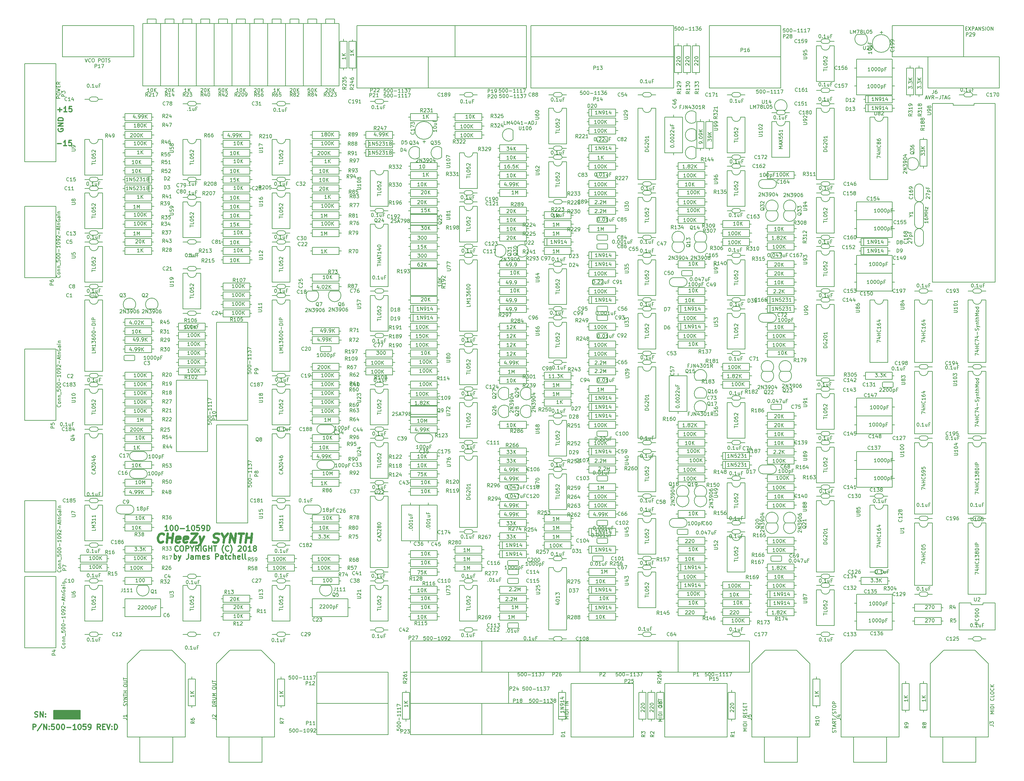
<source format=gto>
G04 #@! TF.GenerationSoftware,KiCad,Pcbnew,(5.0.1)-3*
G04 #@! TF.CreationDate,2018-11-05T11:47:55-08:00*
G04 #@! TF.ProjectId,100-1059D_Cheezy,3130302D31303539445F436865657A79,rev?*
G04 #@! TF.SameCoordinates,Original*
G04 #@! TF.FileFunction,Legend,Top*
G04 #@! TF.FilePolarity,Positive*
%FSLAX46Y46*%
G04 Gerber Fmt 4.6, Leading zero omitted, Abs format (unit mm)*
G04 Created by KiCad (PCBNEW (5.0.1)-3) date 11/5/2018 11:47:55 AM*
%MOMM*%
%LPD*%
G01*
G04 APERTURE LIST*
%ADD10C,0.150000*%
%ADD11C,0.300000*%
%ADD12C,0.635000*%
G04 APERTURE END LIST*
D10*
G36*
X97790000Y-271780000D02*
X105410000Y-271780000D01*
X105410000Y-274320000D01*
X97790000Y-274320000D01*
X97790000Y-271780000D01*
G37*
X97790000Y-271780000D02*
X105410000Y-271780000D01*
X105410000Y-274320000D01*
X97790000Y-274320000D01*
X97790000Y-271780000D01*
D11*
X92408571Y-273657142D02*
X92622857Y-273728571D01*
X92980000Y-273728571D01*
X93122857Y-273657142D01*
X93194285Y-273585714D01*
X93265714Y-273442857D01*
X93265714Y-273300000D01*
X93194285Y-273157142D01*
X93122857Y-273085714D01*
X92980000Y-273014285D01*
X92694285Y-272942857D01*
X92551428Y-272871428D01*
X92480000Y-272800000D01*
X92408571Y-272657142D01*
X92408571Y-272514285D01*
X92480000Y-272371428D01*
X92551428Y-272300000D01*
X92694285Y-272228571D01*
X93051428Y-272228571D01*
X93265714Y-272300000D01*
X93908571Y-273728571D02*
X93908571Y-272228571D01*
X94765714Y-273728571D01*
X94765714Y-272228571D01*
X95480000Y-273585714D02*
X95551428Y-273657142D01*
X95480000Y-273728571D01*
X95408571Y-273657142D01*
X95480000Y-273585714D01*
X95480000Y-273728571D01*
X95480000Y-272800000D02*
X95551428Y-272871428D01*
X95480000Y-272942857D01*
X95408571Y-272871428D01*
X95480000Y-272800000D01*
X95480000Y-272942857D01*
X91886000Y-277284571D02*
X91886000Y-275784571D01*
X92457428Y-275784571D01*
X92600285Y-275856000D01*
X92671714Y-275927428D01*
X92743142Y-276070285D01*
X92743142Y-276284571D01*
X92671714Y-276427428D01*
X92600285Y-276498857D01*
X92457428Y-276570285D01*
X91886000Y-276570285D01*
X94457428Y-275713142D02*
X93171714Y-277641714D01*
X94957428Y-277284571D02*
X94957428Y-275784571D01*
X95814571Y-277284571D01*
X95814571Y-275784571D01*
X96528857Y-277141714D02*
X96600285Y-277213142D01*
X96528857Y-277284571D01*
X96457428Y-277213142D01*
X96528857Y-277141714D01*
X96528857Y-277284571D01*
X96528857Y-276356000D02*
X96600285Y-276427428D01*
X96528857Y-276498857D01*
X96457428Y-276427428D01*
X96528857Y-276356000D01*
X96528857Y-276498857D01*
X97957428Y-275784571D02*
X97243142Y-275784571D01*
X97171714Y-276498857D01*
X97243142Y-276427428D01*
X97386000Y-276356000D01*
X97743142Y-276356000D01*
X97886000Y-276427428D01*
X97957428Y-276498857D01*
X98028857Y-276641714D01*
X98028857Y-276998857D01*
X97957428Y-277141714D01*
X97886000Y-277213142D01*
X97743142Y-277284571D01*
X97386000Y-277284571D01*
X97243142Y-277213142D01*
X97171714Y-277141714D01*
X98957428Y-275784571D02*
X99100285Y-275784571D01*
X99243142Y-275856000D01*
X99314571Y-275927428D01*
X99386000Y-276070285D01*
X99457428Y-276356000D01*
X99457428Y-276713142D01*
X99386000Y-276998857D01*
X99314571Y-277141714D01*
X99243142Y-277213142D01*
X99100285Y-277284571D01*
X98957428Y-277284571D01*
X98814571Y-277213142D01*
X98743142Y-277141714D01*
X98671714Y-276998857D01*
X98600285Y-276713142D01*
X98600285Y-276356000D01*
X98671714Y-276070285D01*
X98743142Y-275927428D01*
X98814571Y-275856000D01*
X98957428Y-275784571D01*
X100386000Y-275784571D02*
X100528857Y-275784571D01*
X100671714Y-275856000D01*
X100743142Y-275927428D01*
X100814571Y-276070285D01*
X100886000Y-276356000D01*
X100886000Y-276713142D01*
X100814571Y-276998857D01*
X100743142Y-277141714D01*
X100671714Y-277213142D01*
X100528857Y-277284571D01*
X100386000Y-277284571D01*
X100243142Y-277213142D01*
X100171714Y-277141714D01*
X100100285Y-276998857D01*
X100028857Y-276713142D01*
X100028857Y-276356000D01*
X100100285Y-276070285D01*
X100171714Y-275927428D01*
X100243142Y-275856000D01*
X100386000Y-275784571D01*
X101528857Y-276713142D02*
X102671714Y-276713142D01*
X104171714Y-277284571D02*
X103314571Y-277284571D01*
X103743142Y-277284571D02*
X103743142Y-275784571D01*
X103600285Y-275998857D01*
X103457428Y-276141714D01*
X103314571Y-276213142D01*
X105100285Y-275784571D02*
X105243142Y-275784571D01*
X105386000Y-275856000D01*
X105457428Y-275927428D01*
X105528857Y-276070285D01*
X105600285Y-276356000D01*
X105600285Y-276713142D01*
X105528857Y-276998857D01*
X105457428Y-277141714D01*
X105386000Y-277213142D01*
X105243142Y-277284571D01*
X105100285Y-277284571D01*
X104957428Y-277213142D01*
X104886000Y-277141714D01*
X104814571Y-276998857D01*
X104743142Y-276713142D01*
X104743142Y-276356000D01*
X104814571Y-276070285D01*
X104886000Y-275927428D01*
X104957428Y-275856000D01*
X105100285Y-275784571D01*
X106957428Y-275784571D02*
X106243142Y-275784571D01*
X106171714Y-276498857D01*
X106243142Y-276427428D01*
X106386000Y-276356000D01*
X106743142Y-276356000D01*
X106886000Y-276427428D01*
X106957428Y-276498857D01*
X107028857Y-276641714D01*
X107028857Y-276998857D01*
X106957428Y-277141714D01*
X106886000Y-277213142D01*
X106743142Y-277284571D01*
X106386000Y-277284571D01*
X106243142Y-277213142D01*
X106171714Y-277141714D01*
X107743142Y-277284571D02*
X108028857Y-277284571D01*
X108171714Y-277213142D01*
X108243142Y-277141714D01*
X108386000Y-276927428D01*
X108457428Y-276641714D01*
X108457428Y-276070285D01*
X108386000Y-275927428D01*
X108314571Y-275856000D01*
X108171714Y-275784571D01*
X107886000Y-275784571D01*
X107743142Y-275856000D01*
X107671714Y-275927428D01*
X107600285Y-276070285D01*
X107600285Y-276427428D01*
X107671714Y-276570285D01*
X107743142Y-276641714D01*
X107886000Y-276713142D01*
X108171714Y-276713142D01*
X108314571Y-276641714D01*
X108386000Y-276570285D01*
X108457428Y-276427428D01*
X111100285Y-277284571D02*
X110600285Y-276570285D01*
X110243142Y-277284571D02*
X110243142Y-275784571D01*
X110814571Y-275784571D01*
X110957428Y-275856000D01*
X111028857Y-275927428D01*
X111100285Y-276070285D01*
X111100285Y-276284571D01*
X111028857Y-276427428D01*
X110957428Y-276498857D01*
X110814571Y-276570285D01*
X110243142Y-276570285D01*
X111743142Y-276498857D02*
X112243142Y-276498857D01*
X112457428Y-277284571D02*
X111743142Y-277284571D01*
X111743142Y-275784571D01*
X112457428Y-275784571D01*
X112886000Y-275784571D02*
X113386000Y-277284571D01*
X113886000Y-275784571D01*
X114386000Y-277141714D02*
X114457428Y-277213142D01*
X114386000Y-277284571D01*
X114314571Y-277213142D01*
X114386000Y-277141714D01*
X114386000Y-277284571D01*
X114386000Y-276356000D02*
X114457428Y-276427428D01*
X114386000Y-276498857D01*
X114314571Y-276427428D01*
X114386000Y-276356000D01*
X114386000Y-276498857D01*
X115100285Y-277284571D02*
X115100285Y-275784571D01*
X115457428Y-275784571D01*
X115671714Y-275856000D01*
X115814571Y-275998857D01*
X115886000Y-276141714D01*
X115957428Y-276427428D01*
X115957428Y-276641714D01*
X115886000Y-276927428D01*
X115814571Y-277070285D01*
X115671714Y-277213142D01*
X115457428Y-277284571D01*
X115100285Y-277284571D01*
X99072000Y-106171857D02*
X99000571Y-106314714D01*
X99000571Y-106529000D01*
X99072000Y-106743285D01*
X99214857Y-106886142D01*
X99357714Y-106957571D01*
X99643428Y-107029000D01*
X99857714Y-107029000D01*
X100143428Y-106957571D01*
X100286285Y-106886142D01*
X100429142Y-106743285D01*
X100500571Y-106529000D01*
X100500571Y-106386142D01*
X100429142Y-106171857D01*
X100357714Y-106100428D01*
X99857714Y-106100428D01*
X99857714Y-106386142D01*
X100500571Y-105457571D02*
X99000571Y-105457571D01*
X100500571Y-104600428D01*
X99000571Y-104600428D01*
X100500571Y-103886142D02*
X99000571Y-103886142D01*
X99000571Y-103529000D01*
X99072000Y-103314714D01*
X99214857Y-103171857D01*
X99357714Y-103100428D01*
X99643428Y-103029000D01*
X99857714Y-103029000D01*
X100143428Y-103100428D01*
X100286285Y-103171857D01*
X100429142Y-103314714D01*
X100500571Y-103529000D01*
X100500571Y-103886142D01*
X98838000Y-110470142D02*
X99980857Y-110470142D01*
X101480857Y-111041571D02*
X100623714Y-111041571D01*
X101052285Y-111041571D02*
X101052285Y-109541571D01*
X100909428Y-109755857D01*
X100766571Y-109898714D01*
X100623714Y-109970142D01*
X102838000Y-109541571D02*
X102123714Y-109541571D01*
X102052285Y-110255857D01*
X102123714Y-110184428D01*
X102266571Y-110113000D01*
X102623714Y-110113000D01*
X102766571Y-110184428D01*
X102838000Y-110255857D01*
X102909428Y-110398714D01*
X102909428Y-110755857D01*
X102838000Y-110898714D01*
X102766571Y-110970142D01*
X102623714Y-111041571D01*
X102266571Y-111041571D01*
X102123714Y-110970142D01*
X102052285Y-110898714D01*
X98965000Y-100818142D02*
X100107857Y-100818142D01*
X99536428Y-101389571D02*
X99536428Y-100246714D01*
X101607857Y-101389571D02*
X100750714Y-101389571D01*
X101179285Y-101389571D02*
X101179285Y-99889571D01*
X101036428Y-100103857D01*
X100893571Y-100246714D01*
X100750714Y-100318142D01*
X102965000Y-99889571D02*
X102250714Y-99889571D01*
X102179285Y-100603857D01*
X102250714Y-100532428D01*
X102393571Y-100461000D01*
X102750714Y-100461000D01*
X102893571Y-100532428D01*
X102965000Y-100603857D01*
X103036428Y-100746714D01*
X103036428Y-101103857D01*
X102965000Y-101246714D01*
X102893571Y-101318142D01*
X102750714Y-101389571D01*
X102393571Y-101389571D01*
X102250714Y-101318142D01*
X102179285Y-101246714D01*
X132097142Y-228770571D02*
X132097142Y-227270571D01*
X132097142Y-227842000D02*
X132240000Y-227770571D01*
X132525714Y-227770571D01*
X132668571Y-227842000D01*
X132740000Y-227913428D01*
X132811428Y-228056285D01*
X132811428Y-228484857D01*
X132740000Y-228627714D01*
X132668571Y-228699142D01*
X132525714Y-228770571D01*
X132240000Y-228770571D01*
X132097142Y-228699142D01*
X133311428Y-227770571D02*
X133668571Y-228770571D01*
X134025714Y-227770571D02*
X133668571Y-228770571D01*
X133525714Y-229127714D01*
X133454285Y-229199142D01*
X133311428Y-229270571D01*
X136168571Y-227270571D02*
X136168571Y-228342000D01*
X136097142Y-228556285D01*
X135954285Y-228699142D01*
X135740000Y-228770571D01*
X135597142Y-228770571D01*
X137525714Y-228770571D02*
X137525714Y-227984857D01*
X137454285Y-227842000D01*
X137311428Y-227770571D01*
X137025714Y-227770571D01*
X136882857Y-227842000D01*
X137525714Y-228699142D02*
X137382857Y-228770571D01*
X137025714Y-228770571D01*
X136882857Y-228699142D01*
X136811428Y-228556285D01*
X136811428Y-228413428D01*
X136882857Y-228270571D01*
X137025714Y-228199142D01*
X137382857Y-228199142D01*
X137525714Y-228127714D01*
X138240000Y-228770571D02*
X138240000Y-227770571D01*
X138240000Y-227913428D02*
X138311428Y-227842000D01*
X138454285Y-227770571D01*
X138668571Y-227770571D01*
X138811428Y-227842000D01*
X138882857Y-227984857D01*
X138882857Y-228770571D01*
X138882857Y-227984857D02*
X138954285Y-227842000D01*
X139097142Y-227770571D01*
X139311428Y-227770571D01*
X139454285Y-227842000D01*
X139525714Y-227984857D01*
X139525714Y-228770571D01*
X140811428Y-228699142D02*
X140668571Y-228770571D01*
X140382857Y-228770571D01*
X140240000Y-228699142D01*
X140168571Y-228556285D01*
X140168571Y-227984857D01*
X140240000Y-227842000D01*
X140382857Y-227770571D01*
X140668571Y-227770571D01*
X140811428Y-227842000D01*
X140882857Y-227984857D01*
X140882857Y-228127714D01*
X140168571Y-228270571D01*
X141454285Y-228699142D02*
X141597142Y-228770571D01*
X141882857Y-228770571D01*
X142025714Y-228699142D01*
X142097142Y-228556285D01*
X142097142Y-228484857D01*
X142025714Y-228342000D01*
X141882857Y-228270571D01*
X141668571Y-228270571D01*
X141525714Y-228199142D01*
X141454285Y-228056285D01*
X141454285Y-227984857D01*
X141525714Y-227842000D01*
X141668571Y-227770571D01*
X141882857Y-227770571D01*
X142025714Y-227842000D01*
X143882857Y-228770571D02*
X143882857Y-227270571D01*
X144454285Y-227270571D01*
X144597142Y-227342000D01*
X144668571Y-227413428D01*
X144740000Y-227556285D01*
X144740000Y-227770571D01*
X144668571Y-227913428D01*
X144597142Y-227984857D01*
X144454285Y-228056285D01*
X143882857Y-228056285D01*
X146025714Y-228770571D02*
X146025714Y-227984857D01*
X145954285Y-227842000D01*
X145811428Y-227770571D01*
X145525714Y-227770571D01*
X145382857Y-227842000D01*
X146025714Y-228699142D02*
X145882857Y-228770571D01*
X145525714Y-228770571D01*
X145382857Y-228699142D01*
X145311428Y-228556285D01*
X145311428Y-228413428D01*
X145382857Y-228270571D01*
X145525714Y-228199142D01*
X145882857Y-228199142D01*
X146025714Y-228127714D01*
X146525714Y-227770571D02*
X147097142Y-227770571D01*
X146740000Y-227270571D02*
X146740000Y-228556285D01*
X146811428Y-228699142D01*
X146954285Y-228770571D01*
X147097142Y-228770571D01*
X148240000Y-228699142D02*
X148097142Y-228770571D01*
X147811428Y-228770571D01*
X147668571Y-228699142D01*
X147597142Y-228627714D01*
X147525714Y-228484857D01*
X147525714Y-228056285D01*
X147597142Y-227913428D01*
X147668571Y-227842000D01*
X147811428Y-227770571D01*
X148097142Y-227770571D01*
X148240000Y-227842000D01*
X148882857Y-228770571D02*
X148882857Y-227270571D01*
X149525714Y-228770571D02*
X149525714Y-227984857D01*
X149454285Y-227842000D01*
X149311428Y-227770571D01*
X149097142Y-227770571D01*
X148954285Y-227842000D01*
X148882857Y-227913428D01*
X150811428Y-228699142D02*
X150668571Y-228770571D01*
X150382857Y-228770571D01*
X150240000Y-228699142D01*
X150168571Y-228556285D01*
X150168571Y-227984857D01*
X150240000Y-227842000D01*
X150382857Y-227770571D01*
X150668571Y-227770571D01*
X150811428Y-227842000D01*
X150882857Y-227984857D01*
X150882857Y-228127714D01*
X150168571Y-228270571D01*
X151740000Y-228770571D02*
X151597142Y-228699142D01*
X151525714Y-228556285D01*
X151525714Y-227270571D01*
X152525714Y-228770571D02*
X152382857Y-228699142D01*
X152311428Y-228556285D01*
X152311428Y-227270571D01*
X133212428Y-226341714D02*
X133141000Y-226413142D01*
X132926714Y-226484571D01*
X132783857Y-226484571D01*
X132569571Y-226413142D01*
X132426714Y-226270285D01*
X132355285Y-226127428D01*
X132283857Y-225841714D01*
X132283857Y-225627428D01*
X132355285Y-225341714D01*
X132426714Y-225198857D01*
X132569571Y-225056000D01*
X132783857Y-224984571D01*
X132926714Y-224984571D01*
X133141000Y-225056000D01*
X133212428Y-225127428D01*
X134141000Y-224984571D02*
X134426714Y-224984571D01*
X134569571Y-225056000D01*
X134712428Y-225198857D01*
X134783857Y-225484571D01*
X134783857Y-225984571D01*
X134712428Y-226270285D01*
X134569571Y-226413142D01*
X134426714Y-226484571D01*
X134141000Y-226484571D01*
X133998142Y-226413142D01*
X133855285Y-226270285D01*
X133783857Y-225984571D01*
X133783857Y-225484571D01*
X133855285Y-225198857D01*
X133998142Y-225056000D01*
X134141000Y-224984571D01*
X135426714Y-226484571D02*
X135426714Y-224984571D01*
X135998142Y-224984571D01*
X136141000Y-225056000D01*
X136212428Y-225127428D01*
X136283857Y-225270285D01*
X136283857Y-225484571D01*
X136212428Y-225627428D01*
X136141000Y-225698857D01*
X135998142Y-225770285D01*
X135426714Y-225770285D01*
X137212428Y-225770285D02*
X137212428Y-226484571D01*
X136712428Y-224984571D02*
X137212428Y-225770285D01*
X137712428Y-224984571D01*
X139069571Y-226484571D02*
X138569571Y-225770285D01*
X138212428Y-226484571D02*
X138212428Y-224984571D01*
X138783857Y-224984571D01*
X138926714Y-225056000D01*
X138998142Y-225127428D01*
X139069571Y-225270285D01*
X139069571Y-225484571D01*
X138998142Y-225627428D01*
X138926714Y-225698857D01*
X138783857Y-225770285D01*
X138212428Y-225770285D01*
X139712428Y-226484571D02*
X139712428Y-224984571D01*
X141212428Y-225056000D02*
X141069571Y-224984571D01*
X140855285Y-224984571D01*
X140641000Y-225056000D01*
X140498142Y-225198857D01*
X140426714Y-225341714D01*
X140355285Y-225627428D01*
X140355285Y-225841714D01*
X140426714Y-226127428D01*
X140498142Y-226270285D01*
X140641000Y-226413142D01*
X140855285Y-226484571D01*
X140998142Y-226484571D01*
X141212428Y-226413142D01*
X141283857Y-226341714D01*
X141283857Y-225841714D01*
X140998142Y-225841714D01*
X141926714Y-226484571D02*
X141926714Y-224984571D01*
X141926714Y-225698857D02*
X142783857Y-225698857D01*
X142783857Y-226484571D02*
X142783857Y-224984571D01*
X143283857Y-224984571D02*
X144141000Y-224984571D01*
X143712428Y-226484571D02*
X143712428Y-224984571D01*
X146212428Y-227056000D02*
X146141000Y-226984571D01*
X145998142Y-226770285D01*
X145926714Y-226627428D01*
X145855285Y-226413142D01*
X145783857Y-226056000D01*
X145783857Y-225770285D01*
X145855285Y-225413142D01*
X145926714Y-225198857D01*
X145998142Y-225056000D01*
X146141000Y-224841714D01*
X146212428Y-224770285D01*
X147641000Y-226341714D02*
X147569571Y-226413142D01*
X147355285Y-226484571D01*
X147212428Y-226484571D01*
X146998142Y-226413142D01*
X146855285Y-226270285D01*
X146783857Y-226127428D01*
X146712428Y-225841714D01*
X146712428Y-225627428D01*
X146783857Y-225341714D01*
X146855285Y-225198857D01*
X146998142Y-225056000D01*
X147212428Y-224984571D01*
X147355285Y-224984571D01*
X147569571Y-225056000D01*
X147641000Y-225127428D01*
X148141000Y-227056000D02*
X148212428Y-226984571D01*
X148355285Y-226770285D01*
X148426714Y-226627428D01*
X148498142Y-226413142D01*
X148569571Y-226056000D01*
X148569571Y-225770285D01*
X148498142Y-225413142D01*
X148426714Y-225198857D01*
X148355285Y-225056000D01*
X148212428Y-224841714D01*
X148141000Y-224770285D01*
X150355285Y-225127428D02*
X150426714Y-225056000D01*
X150569571Y-224984571D01*
X150926714Y-224984571D01*
X151069571Y-225056000D01*
X151141000Y-225127428D01*
X151212428Y-225270285D01*
X151212428Y-225413142D01*
X151141000Y-225627428D01*
X150283857Y-226484571D01*
X151212428Y-226484571D01*
X152141000Y-224984571D02*
X152283857Y-224984571D01*
X152426714Y-225056000D01*
X152498142Y-225127428D01*
X152569571Y-225270285D01*
X152641000Y-225556000D01*
X152641000Y-225913142D01*
X152569571Y-226198857D01*
X152498142Y-226341714D01*
X152426714Y-226413142D01*
X152283857Y-226484571D01*
X152141000Y-226484571D01*
X151998142Y-226413142D01*
X151926714Y-226341714D01*
X151855285Y-226198857D01*
X151783857Y-225913142D01*
X151783857Y-225556000D01*
X151855285Y-225270285D01*
X151926714Y-225127428D01*
X151998142Y-225056000D01*
X152141000Y-224984571D01*
X154069571Y-226484571D02*
X153212428Y-226484571D01*
X153641000Y-226484571D02*
X153641000Y-224984571D01*
X153498142Y-225198857D01*
X153355285Y-225341714D01*
X153212428Y-225413142D01*
X154926714Y-225627428D02*
X154783857Y-225556000D01*
X154712428Y-225484571D01*
X154641000Y-225341714D01*
X154641000Y-225270285D01*
X154712428Y-225127428D01*
X154783857Y-225056000D01*
X154926714Y-224984571D01*
X155212428Y-224984571D01*
X155355285Y-225056000D01*
X155426714Y-225127428D01*
X155498142Y-225270285D01*
X155498142Y-225341714D01*
X155426714Y-225484571D01*
X155355285Y-225556000D01*
X155212428Y-225627428D01*
X154926714Y-225627428D01*
X154783857Y-225698857D01*
X154712428Y-225770285D01*
X154641000Y-225913142D01*
X154641000Y-226198857D01*
X154712428Y-226341714D01*
X154783857Y-226413142D01*
X154926714Y-226484571D01*
X155212428Y-226484571D01*
X155355285Y-226413142D01*
X155426714Y-226341714D01*
X155498142Y-226198857D01*
X155498142Y-225913142D01*
X155426714Y-225770285D01*
X155355285Y-225698857D01*
X155212428Y-225627428D01*
X130354285Y-220642571D02*
X129497142Y-220642571D01*
X129925714Y-220642571D02*
X129925714Y-219142571D01*
X129782857Y-219356857D01*
X129640000Y-219499714D01*
X129497142Y-219571142D01*
X131282857Y-219142571D02*
X131425714Y-219142571D01*
X131568571Y-219214000D01*
X131640000Y-219285428D01*
X131711428Y-219428285D01*
X131782857Y-219714000D01*
X131782857Y-220071142D01*
X131711428Y-220356857D01*
X131640000Y-220499714D01*
X131568571Y-220571142D01*
X131425714Y-220642571D01*
X131282857Y-220642571D01*
X131140000Y-220571142D01*
X131068571Y-220499714D01*
X130997142Y-220356857D01*
X130925714Y-220071142D01*
X130925714Y-219714000D01*
X130997142Y-219428285D01*
X131068571Y-219285428D01*
X131140000Y-219214000D01*
X131282857Y-219142571D01*
X132711428Y-219142571D02*
X132854285Y-219142571D01*
X132997142Y-219214000D01*
X133068571Y-219285428D01*
X133140000Y-219428285D01*
X133211428Y-219714000D01*
X133211428Y-220071142D01*
X133140000Y-220356857D01*
X133068571Y-220499714D01*
X132997142Y-220571142D01*
X132854285Y-220642571D01*
X132711428Y-220642571D01*
X132568571Y-220571142D01*
X132497142Y-220499714D01*
X132425714Y-220356857D01*
X132354285Y-220071142D01*
X132354285Y-219714000D01*
X132425714Y-219428285D01*
X132497142Y-219285428D01*
X132568571Y-219214000D01*
X132711428Y-219142571D01*
X133854285Y-220071142D02*
X134997142Y-220071142D01*
X136497142Y-220642571D02*
X135640000Y-220642571D01*
X136068571Y-220642571D02*
X136068571Y-219142571D01*
X135925714Y-219356857D01*
X135782857Y-219499714D01*
X135640000Y-219571142D01*
X137425714Y-219142571D02*
X137568571Y-219142571D01*
X137711428Y-219214000D01*
X137782857Y-219285428D01*
X137854285Y-219428285D01*
X137925714Y-219714000D01*
X137925714Y-220071142D01*
X137854285Y-220356857D01*
X137782857Y-220499714D01*
X137711428Y-220571142D01*
X137568571Y-220642571D01*
X137425714Y-220642571D01*
X137282857Y-220571142D01*
X137211428Y-220499714D01*
X137140000Y-220356857D01*
X137068571Y-220071142D01*
X137068571Y-219714000D01*
X137140000Y-219428285D01*
X137211428Y-219285428D01*
X137282857Y-219214000D01*
X137425714Y-219142571D01*
X139282857Y-219142571D02*
X138568571Y-219142571D01*
X138497142Y-219856857D01*
X138568571Y-219785428D01*
X138711428Y-219714000D01*
X139068571Y-219714000D01*
X139211428Y-219785428D01*
X139282857Y-219856857D01*
X139354285Y-219999714D01*
X139354285Y-220356857D01*
X139282857Y-220499714D01*
X139211428Y-220571142D01*
X139068571Y-220642571D01*
X138711428Y-220642571D01*
X138568571Y-220571142D01*
X138497142Y-220499714D01*
X140068571Y-220642571D02*
X140354285Y-220642571D01*
X140497142Y-220571142D01*
X140568571Y-220499714D01*
X140711428Y-220285428D01*
X140782857Y-219999714D01*
X140782857Y-219428285D01*
X140711428Y-219285428D01*
X140640000Y-219214000D01*
X140497142Y-219142571D01*
X140211428Y-219142571D01*
X140068571Y-219214000D01*
X139997142Y-219285428D01*
X139925714Y-219428285D01*
X139925714Y-219785428D01*
X139997142Y-219928285D01*
X140068571Y-219999714D01*
X140211428Y-220071142D01*
X140497142Y-220071142D01*
X140640000Y-219999714D01*
X140711428Y-219928285D01*
X140782857Y-219785428D01*
X141425714Y-220642571D02*
X141425714Y-219142571D01*
X141782857Y-219142571D01*
X141997142Y-219214000D01*
X142140000Y-219356857D01*
X142211428Y-219499714D01*
X142282857Y-219785428D01*
X142282857Y-219999714D01*
X142211428Y-220285428D01*
X142140000Y-220428285D01*
X141997142Y-220571142D01*
X141782857Y-220642571D01*
X141425714Y-220642571D01*
D12*
X128932781Y-223792142D02*
X128796709Y-223913095D01*
X128418733Y-224034047D01*
X128176828Y-224034047D01*
X127829090Y-223913095D01*
X127617424Y-223671190D01*
X127526709Y-223429285D01*
X127466233Y-222945476D01*
X127511590Y-222582619D01*
X127693019Y-222098809D01*
X127844209Y-221856904D01*
X128116352Y-221615000D01*
X128494328Y-221494047D01*
X128736233Y-221494047D01*
X129083971Y-221615000D01*
X129189805Y-221735952D01*
X129991114Y-224034047D02*
X130308614Y-221494047D01*
X130157424Y-222703571D02*
X131608852Y-222703571D01*
X131442543Y-224034047D02*
X131760043Y-221494047D01*
X133634805Y-223913095D02*
X133377781Y-224034047D01*
X132893971Y-224034047D01*
X132667186Y-223913095D01*
X132576471Y-223671190D01*
X132697424Y-222703571D01*
X132848614Y-222461666D01*
X133105638Y-222340714D01*
X133589447Y-222340714D01*
X133816233Y-222461666D01*
X133906947Y-222703571D01*
X133876709Y-222945476D01*
X132636947Y-223187380D01*
X135811947Y-223913095D02*
X135554924Y-224034047D01*
X135071114Y-224034047D01*
X134844328Y-223913095D01*
X134753614Y-223671190D01*
X134874566Y-222703571D01*
X135025757Y-222461666D01*
X135282781Y-222340714D01*
X135766590Y-222340714D01*
X135993376Y-222461666D01*
X136084090Y-222703571D01*
X136053852Y-222945476D01*
X134814090Y-223187380D01*
X137081947Y-221494047D02*
X138775281Y-221494047D01*
X136764447Y-224034047D01*
X138457781Y-224034047D01*
X139395162Y-222340714D02*
X139788257Y-224034047D01*
X140604686Y-222340714D02*
X139788257Y-224034047D01*
X139470757Y-224638809D01*
X139334686Y-224759761D01*
X139077662Y-224880714D01*
X143190043Y-223913095D02*
X143537781Y-224034047D01*
X144142543Y-224034047D01*
X144399566Y-223913095D01*
X144535638Y-223792142D01*
X144686828Y-223550238D01*
X144717066Y-223308333D01*
X144626352Y-223066428D01*
X144520519Y-222945476D01*
X144293733Y-222824523D01*
X143825043Y-222703571D01*
X143598257Y-222582619D01*
X143492424Y-222461666D01*
X143401709Y-222219761D01*
X143431947Y-221977857D01*
X143583138Y-221735952D01*
X143719209Y-221615000D01*
X143976233Y-221494047D01*
X144580995Y-221494047D01*
X144928733Y-221615000D01*
X146349924Y-222824523D02*
X146198733Y-224034047D01*
X145669566Y-221494047D02*
X146349924Y-222824523D01*
X147362900Y-221494047D01*
X147892066Y-224034047D02*
X148209566Y-221494047D01*
X149343495Y-224034047D01*
X149660995Y-221494047D01*
X150507662Y-221494047D02*
X151959090Y-221494047D01*
X150915876Y-224034047D02*
X151233376Y-221494047D01*
X152488257Y-224034047D02*
X152805757Y-221494047D01*
X152654566Y-222703571D02*
X154105995Y-222703571D01*
X153939686Y-224034047D02*
X154257186Y-221494047D01*
D10*
G04 #@! TO.C,R238*
X232410000Y-174244000D02*
X224790000Y-174244000D01*
X224790000Y-176276000D02*
X232410000Y-176276000D01*
X233045000Y-175260000D02*
X232410000Y-175260000D01*
X224790000Y-175260000D02*
X224282000Y-175260000D01*
X232410000Y-174244000D02*
X232410000Y-176276000D01*
X224790000Y-174244000D02*
X224790000Y-176276000D01*
G04 #@! TO.C,R301*
X245110000Y-175514000D02*
X237490000Y-175514000D01*
X237490000Y-177546000D02*
X245110000Y-177546000D01*
X245745000Y-176530000D02*
X245110000Y-176530000D01*
X237490000Y-176530000D02*
X236982000Y-176530000D01*
X245110000Y-175514000D02*
X245110000Y-177546000D01*
X237490000Y-175514000D02*
X237490000Y-177546000D01*
G04 #@! TO.C,R302*
X232410000Y-176784000D02*
X224790000Y-176784000D01*
X224790000Y-178816000D02*
X232410000Y-178816000D01*
X233045000Y-177800000D02*
X232410000Y-177800000D01*
X224790000Y-177800000D02*
X224282000Y-177800000D01*
X232410000Y-176784000D02*
X232410000Y-178816000D01*
X224790000Y-176784000D02*
X224790000Y-178816000D01*
G04 #@! TO.C,C101*
X254254000Y-228600000D02*
X254254000Y-228092000D01*
X254254000Y-228600000D02*
X254254000Y-229108000D01*
X251206000Y-228092000D02*
X251206000Y-229108000D01*
X251460000Y-229362000D02*
X254000000Y-229362000D01*
X254000000Y-227838000D02*
X251460000Y-227838000D01*
X254254000Y-228092000D02*
G75*
G03X254000000Y-227838000I-254000J0D01*
G01*
X251460000Y-227838000D02*
G75*
G03X251206000Y-228092000I0J-254000D01*
G01*
X251206000Y-229108000D02*
G75*
G03X251460000Y-229362000I254000J0D01*
G01*
X254000000Y-229362000D02*
G75*
G03X254254000Y-229108000I0J254000D01*
G01*
G04 #@! TO.C,P13*
X233680000Y-76835000D02*
X266700000Y-76835000D01*
X274320000Y-76835000D02*
X274320000Y-85725000D01*
X266700000Y-85725000D02*
X234315000Y-85725000D01*
X234315000Y-85725000D02*
X233680000Y-85725000D01*
X233680000Y-85725000D02*
X233680000Y-76835000D01*
X233680000Y-76835000D02*
X234315000Y-76835000D01*
X266700000Y-85725000D02*
X274320000Y-85725000D01*
X266700000Y-76835000D02*
X274320000Y-76835000D01*
G04 #@! TO.C,R256*
X257810000Y-233426000D02*
X257810000Y-231394000D01*
X250190000Y-233426000D02*
X250190000Y-231394000D01*
X257810000Y-232410000D02*
X258318000Y-232410000D01*
X249555000Y-232410000D02*
X250190000Y-232410000D01*
X257810000Y-231394000D02*
X250190000Y-231394000D01*
X250190000Y-233426000D02*
X257810000Y-233426000D01*
G04 #@! TO.C,U25*
X243840000Y-248920000D02*
X238760000Y-248920000D01*
X240030000Y-231140000D02*
X238760000Y-231140000D01*
X243840000Y-231140000D02*
X242570000Y-231140000D01*
X241300000Y-232410000D02*
G75*
G03X242570000Y-231140000I0J1270000D01*
G01*
X240030000Y-231140000D02*
G75*
G03X241300000Y-232410000I1270000J0D01*
G01*
X243840000Y-231140000D02*
X243840000Y-248920000D01*
X238760000Y-231140000D02*
X238760000Y-248920000D01*
G04 #@! TO.C,P18*
X240030000Y-278765000D02*
X240030000Y-276860000D01*
X219710000Y-278765000D02*
X240030000Y-278765000D01*
X219710000Y-276860000D02*
X219710000Y-278765000D01*
X240030000Y-269875000D02*
X240030000Y-271780000D01*
X219710000Y-269875000D02*
X240030000Y-269875000D01*
X219710000Y-271780000D02*
X219710000Y-269875000D01*
X219710000Y-276860000D02*
X219710000Y-271780000D01*
X240030000Y-271780000D02*
X240030000Y-276860000D01*
G04 #@! TO.C,P1*
X289560000Y-279400000D02*
X271780000Y-279400000D01*
X271780000Y-279400000D02*
X271780000Y-264160000D01*
X271780000Y-264160000D02*
X289560000Y-264160000D01*
X289560000Y-264160000D02*
X289560000Y-279400000D01*
G04 #@! TO.C,P2*
X262890000Y-279400000D02*
X245110000Y-279400000D01*
X245110000Y-279400000D02*
X245110000Y-264160000D01*
X245110000Y-264160000D02*
X262890000Y-264160000D01*
X262890000Y-264160000D02*
X262890000Y-279400000D01*
G04 #@! TO.C,J5*
X309499000Y-279400000D02*
X309499000Y-286588200D01*
X309499000Y-286588200D02*
X300101000Y-286588200D01*
X300101000Y-286588200D02*
X300101000Y-279400000D01*
X300355000Y-254711200D02*
X309245000Y-254711200D01*
X309245000Y-254711200D02*
X313055000Y-258521200D01*
X313055000Y-258521200D02*
X313055000Y-279400000D01*
X313055000Y-279400000D02*
X296545000Y-279400000D01*
X296545000Y-279400000D02*
X296545000Y-258521200D01*
X296545000Y-258521200D02*
X300355000Y-254711200D01*
G04 #@! TO.C,J3*
X347345000Y-258521200D02*
X351155000Y-254711200D01*
X347345000Y-279400000D02*
X347345000Y-258521200D01*
X363855000Y-279400000D02*
X347345000Y-279400000D01*
X363855000Y-258521200D02*
X363855000Y-279400000D01*
X360045000Y-254711200D02*
X363855000Y-258521200D01*
X351155000Y-254711200D02*
X360045000Y-254711200D01*
X350901000Y-286588200D02*
X350901000Y-279400000D01*
X360299000Y-286588200D02*
X350901000Y-286588200D01*
X360299000Y-279400000D02*
X360299000Y-286588200D01*
G04 #@! TO.C,J1*
X131699000Y-279400000D02*
X131699000Y-286588200D01*
X131699000Y-286588200D02*
X122301000Y-286588200D01*
X122301000Y-286588200D02*
X122301000Y-279400000D01*
X122555000Y-254711200D02*
X131445000Y-254711200D01*
X131445000Y-254711200D02*
X135255000Y-258521200D01*
X135255000Y-258521200D02*
X135255000Y-279400000D01*
X135255000Y-279400000D02*
X118745000Y-279400000D01*
X118745000Y-279400000D02*
X118745000Y-258521200D01*
X118745000Y-258521200D02*
X122555000Y-254711200D01*
G04 #@! TO.C,J2*
X144145000Y-258521200D02*
X147955000Y-254711200D01*
X144145000Y-279400000D02*
X144145000Y-258521200D01*
X160655000Y-279400000D02*
X144145000Y-279400000D01*
X160655000Y-258521200D02*
X160655000Y-279400000D01*
X156845000Y-254711200D02*
X160655000Y-258521200D01*
X147955000Y-254711200D02*
X156845000Y-254711200D01*
X147701000Y-286588200D02*
X147701000Y-279400000D01*
X157099000Y-286588200D02*
X147701000Y-286588200D01*
X157099000Y-279400000D02*
X157099000Y-286588200D01*
G04 #@! TO.C,J4*
X334899000Y-279400000D02*
X334899000Y-286588200D01*
X334899000Y-286588200D02*
X325501000Y-286588200D01*
X325501000Y-286588200D02*
X325501000Y-279400000D01*
X325755000Y-254711200D02*
X334645000Y-254711200D01*
X334645000Y-254711200D02*
X338455000Y-258521200D01*
X338455000Y-258521200D02*
X338455000Y-279400000D01*
X338455000Y-279400000D02*
X321945000Y-279400000D01*
X321945000Y-279400000D02*
X321945000Y-258521200D01*
X321945000Y-258521200D02*
X325755000Y-254711200D01*
G04 #@! TO.C,C1*
X111760000Y-153670000D02*
X110490000Y-153670000D01*
X106680000Y-153670000D02*
X107950000Y-153670000D01*
X109855000Y-154305000D02*
X108585000Y-154305000D01*
X109855000Y-153035000D02*
X108585000Y-153035000D01*
X109855000Y-154305000D02*
G75*
G03X110490000Y-153670000I0J635000D01*
G01*
X110490000Y-153670000D02*
G75*
G03X109855000Y-153035000I-635000J0D01*
G01*
X107950000Y-153670000D02*
G75*
G03X108585000Y-154305000I635000J0D01*
G01*
X108585000Y-153035000D02*
G75*
G03X107950000Y-153670000I0J-635000D01*
G01*
G04 #@! TO.C,C2*
X109855000Y-177165000D02*
G75*
G03X110490000Y-176530000I0J635000D01*
G01*
X110490000Y-176530000D02*
G75*
G03X109855000Y-175895000I-635000J0D01*
G01*
X107950000Y-176530000D02*
G75*
G03X108585000Y-177165000I635000J0D01*
G01*
X108585000Y-175895000D02*
G75*
G03X107950000Y-176530000I0J-635000D01*
G01*
X108585000Y-177165000D02*
X109855000Y-177165000D01*
X108585000Y-175895000D02*
X109855000Y-175895000D01*
X111760000Y-176530000D02*
X110490000Y-176530000D01*
X106680000Y-176530000D02*
X107950000Y-176530000D01*
G04 #@! TO.C,C3*
X117856000Y-171450000D02*
X117856000Y-171958000D01*
X117856000Y-171450000D02*
X117856000Y-170942000D01*
X120904000Y-171958000D02*
X120904000Y-170942000D01*
X120650000Y-170688000D02*
X118110000Y-170688000D01*
X118110000Y-172212000D02*
X120650000Y-172212000D01*
X117856000Y-171958000D02*
G75*
G03X118110000Y-172212000I254000J0D01*
G01*
X120650000Y-172212000D02*
G75*
G03X120904000Y-171958000I0J254000D01*
G01*
X120904000Y-170942000D02*
G75*
G03X120650000Y-170688000I-254000J0D01*
G01*
X118110000Y-170688000D02*
G75*
G03X117856000Y-170942000I0J-254000D01*
G01*
G04 #@! TO.C,C4*
X139700000Y-233680000D02*
X138430000Y-233680000D01*
X134620000Y-233680000D02*
X135890000Y-233680000D01*
X137795000Y-234315000D02*
X136525000Y-234315000D01*
X137795000Y-233045000D02*
X136525000Y-233045000D01*
X137795000Y-234315000D02*
G75*
G03X138430000Y-233680000I0J635000D01*
G01*
X138430000Y-233680000D02*
G75*
G03X137795000Y-233045000I-635000J0D01*
G01*
X135890000Y-233680000D02*
G75*
G03X136525000Y-234315000I635000J0D01*
G01*
X136525000Y-233045000D02*
G75*
G03X135890000Y-233680000I0J-635000D01*
G01*
G04 #@! TO.C,C5*
X111760000Y-138430000D02*
X110490000Y-138430000D01*
X106680000Y-138430000D02*
X107950000Y-138430000D01*
X109855000Y-139065000D02*
X108585000Y-139065000D01*
X109855000Y-137795000D02*
X108585000Y-137795000D01*
X109855000Y-139065000D02*
G75*
G03X110490000Y-138430000I0J635000D01*
G01*
X110490000Y-138430000D02*
G75*
G03X109855000Y-137795000I-635000J0D01*
G01*
X107950000Y-138430000D02*
G75*
G03X108585000Y-139065000I635000J0D01*
G01*
X108585000Y-137795000D02*
G75*
G03X107950000Y-138430000I0J-635000D01*
G01*
G04 #@! TO.C,C6*
X128270000Y-240030000D02*
X118110000Y-240030000D01*
X118110000Y-240030000D02*
X118110000Y-245110000D01*
X118110000Y-245110000D02*
X128270000Y-245110000D01*
X128270000Y-245110000D02*
X128270000Y-240030000D01*
X128270000Y-242570000D02*
X128905000Y-242570000D01*
X118110000Y-242570000D02*
X117475000Y-242570000D01*
G04 #@! TO.C,C7*
X137795000Y-250825000D02*
G75*
G03X138430000Y-250190000I0J635000D01*
G01*
X138430000Y-250190000D02*
G75*
G03X137795000Y-249555000I-635000J0D01*
G01*
X135890000Y-250190000D02*
G75*
G03X136525000Y-250825000I635000J0D01*
G01*
X136525000Y-249555000D02*
G75*
G03X135890000Y-250190000I0J-635000D01*
G01*
X136525000Y-250825000D02*
X137795000Y-250825000D01*
X136525000Y-249555000D02*
X137795000Y-249555000D01*
X139700000Y-250190000D02*
X138430000Y-250190000D01*
X134620000Y-250190000D02*
X135890000Y-250190000D01*
G04 #@! TO.C,C8*
X109855000Y-151765000D02*
G75*
G03X110490000Y-151130000I0J635000D01*
G01*
X110490000Y-151130000D02*
G75*
G03X109855000Y-150495000I-635000J0D01*
G01*
X107950000Y-151130000D02*
G75*
G03X108585000Y-151765000I635000J0D01*
G01*
X108585000Y-150495000D02*
G75*
G03X107950000Y-151130000I0J-635000D01*
G01*
X108585000Y-151765000D02*
X109855000Y-151765000D01*
X108585000Y-150495000D02*
X109855000Y-150495000D01*
X111760000Y-151130000D02*
X110490000Y-151130000D01*
X106680000Y-151130000D02*
X107950000Y-151130000D01*
G04 #@! TO.C,C9*
X119380000Y-215900000D02*
G75*
G03X120650000Y-214630000I0J1270000D01*
G01*
X120650000Y-214630000D02*
G75*
G03X119380000Y-213360000I-1270000J0D01*
G01*
X116840000Y-213360000D02*
G75*
G03X115570000Y-214630000I0J-1270000D01*
G01*
X115570000Y-214630000D02*
G75*
G03X116840000Y-215900000I1270000J0D01*
G01*
X119380000Y-215900000D02*
X116840000Y-215900000D01*
X116840000Y-213360000D02*
X119380000Y-213360000D01*
G04 #@! TO.C,C10*
X111760000Y-234950000D02*
X110490000Y-234950000D01*
X106680000Y-234950000D02*
X107950000Y-234950000D01*
X109855000Y-235585000D02*
X108585000Y-235585000D01*
X109855000Y-234315000D02*
X108585000Y-234315000D01*
X109855000Y-235585000D02*
G75*
G03X110490000Y-234950000I0J635000D01*
G01*
X110490000Y-234950000D02*
G75*
G03X109855000Y-234315000I-635000J0D01*
G01*
X107950000Y-234950000D02*
G75*
G03X108585000Y-235585000I635000J0D01*
G01*
X108585000Y-234315000D02*
G75*
G03X107950000Y-234950000I0J-635000D01*
G01*
G04 #@! TO.C,C11*
X108585000Y-122555000D02*
G75*
G03X107950000Y-123190000I0J-635000D01*
G01*
X107950000Y-123190000D02*
G75*
G03X108585000Y-123825000I635000J0D01*
G01*
X110490000Y-123190000D02*
G75*
G03X109855000Y-122555000I-635000J0D01*
G01*
X109855000Y-123825000D02*
G75*
G03X110490000Y-123190000I0J635000D01*
G01*
X109855000Y-122555000D02*
X108585000Y-122555000D01*
X109855000Y-123825000D02*
X108585000Y-123825000D01*
X106680000Y-123190000D02*
X107950000Y-123190000D01*
X111760000Y-123190000D02*
X110490000Y-123190000D01*
G04 #@! TO.C,C12*
X109855000Y-250825000D02*
G75*
G03X110490000Y-250190000I0J635000D01*
G01*
X110490000Y-250190000D02*
G75*
G03X109855000Y-249555000I-635000J0D01*
G01*
X107950000Y-250190000D02*
G75*
G03X108585000Y-250825000I635000J0D01*
G01*
X108585000Y-249555000D02*
G75*
G03X107950000Y-250190000I0J-635000D01*
G01*
X108585000Y-250825000D02*
X109855000Y-250825000D01*
X108585000Y-249555000D02*
X109855000Y-249555000D01*
X111760000Y-250190000D02*
X110490000Y-250190000D01*
X106680000Y-250190000D02*
X107950000Y-250190000D01*
G04 #@! TO.C,C13*
X106680000Y-135890000D02*
X107950000Y-135890000D01*
X111760000Y-135890000D02*
X110490000Y-135890000D01*
X108585000Y-135255000D02*
X109855000Y-135255000D01*
X108585000Y-136525000D02*
X109855000Y-136525000D01*
X108585000Y-135255000D02*
G75*
G03X107950000Y-135890000I0J-635000D01*
G01*
X107950000Y-135890000D02*
G75*
G03X108585000Y-136525000I635000J0D01*
G01*
X110490000Y-135890000D02*
G75*
G03X109855000Y-135255000I-635000J0D01*
G01*
X109855000Y-136525000D02*
G75*
G03X110490000Y-135890000I0J635000D01*
G01*
G04 #@! TO.C,C14*
X111760000Y-97790000D02*
X110490000Y-97790000D01*
X106680000Y-97790000D02*
X107950000Y-97790000D01*
X109855000Y-98425000D02*
X108585000Y-98425000D01*
X109855000Y-97155000D02*
X108585000Y-97155000D01*
X109855000Y-98425000D02*
G75*
G03X110490000Y-97790000I0J635000D01*
G01*
X110490000Y-97790000D02*
G75*
G03X109855000Y-97155000I-635000J0D01*
G01*
X107950000Y-97790000D02*
G75*
G03X108585000Y-98425000I635000J0D01*
G01*
X108585000Y-97155000D02*
G75*
G03X107950000Y-97790000I0J-635000D01*
G01*
G04 #@! TO.C,C15*
X109855000Y-121285000D02*
G75*
G03X110490000Y-120650000I0J635000D01*
G01*
X110490000Y-120650000D02*
G75*
G03X109855000Y-120015000I-635000J0D01*
G01*
X107950000Y-120650000D02*
G75*
G03X108585000Y-121285000I635000J0D01*
G01*
X108585000Y-120015000D02*
G75*
G03X107950000Y-120650000I0J-635000D01*
G01*
X108585000Y-121285000D02*
X109855000Y-121285000D01*
X108585000Y-120015000D02*
X109855000Y-120015000D01*
X111760000Y-120650000D02*
X110490000Y-120650000D01*
X106680000Y-120650000D02*
X107950000Y-120650000D01*
G04 #@! TO.C,C16*
X120650000Y-203200000D02*
X123190000Y-203200000D01*
X123190000Y-205740000D02*
X120650000Y-205740000D01*
X119380000Y-204470000D02*
G75*
G03X120650000Y-205740000I1270000J0D01*
G01*
X120650000Y-203200000D02*
G75*
G03X119380000Y-204470000I0J-1270000D01*
G01*
X124460000Y-204470000D02*
G75*
G03X123190000Y-203200000I-1270000J0D01*
G01*
X123190000Y-205740000D02*
G75*
G03X124460000Y-204470000I0J1270000D01*
G01*
G04 #@! TO.C,C17*
X123190000Y-200660000D02*
G75*
G03X124460000Y-199390000I0J1270000D01*
G01*
X124460000Y-199390000D02*
G75*
G03X123190000Y-198120000I-1270000J0D01*
G01*
X120650000Y-198120000D02*
G75*
G03X119380000Y-199390000I0J-1270000D01*
G01*
X119380000Y-199390000D02*
G75*
G03X120650000Y-200660000I1270000J0D01*
G01*
X123190000Y-200660000D02*
X120650000Y-200660000D01*
X120650000Y-198120000D02*
X123190000Y-198120000D01*
G04 #@! TO.C,C18*
X161925000Y-153035000D02*
G75*
G03X161290000Y-153670000I0J-635000D01*
G01*
X161290000Y-153670000D02*
G75*
G03X161925000Y-154305000I635000J0D01*
G01*
X163830000Y-153670000D02*
G75*
G03X163195000Y-153035000I-635000J0D01*
G01*
X163195000Y-154305000D02*
G75*
G03X163830000Y-153670000I0J635000D01*
G01*
X163195000Y-153035000D02*
X161925000Y-153035000D01*
X163195000Y-154305000D02*
X161925000Y-154305000D01*
X160020000Y-153670000D02*
X161290000Y-153670000D01*
X165100000Y-153670000D02*
X163830000Y-153670000D01*
G04 #@! TO.C,C19*
X163195000Y-177165000D02*
G75*
G03X163830000Y-176530000I0J635000D01*
G01*
X163830000Y-176530000D02*
G75*
G03X163195000Y-175895000I-635000J0D01*
G01*
X161290000Y-176530000D02*
G75*
G03X161925000Y-177165000I635000J0D01*
G01*
X161925000Y-175895000D02*
G75*
G03X161290000Y-176530000I0J-635000D01*
G01*
X161925000Y-177165000D02*
X163195000Y-177165000D01*
X161925000Y-175895000D02*
X163195000Y-175895000D01*
X165100000Y-176530000D02*
X163830000Y-176530000D01*
X160020000Y-176530000D02*
X161290000Y-176530000D01*
G04 #@! TO.C,C20*
X173990000Y-168148000D02*
G75*
G03X173736000Y-168402000I0J-254000D01*
G01*
X176784000Y-168402000D02*
G75*
G03X176530000Y-168148000I-254000J0D01*
G01*
X176530000Y-169672000D02*
G75*
G03X176784000Y-169418000I0J254000D01*
G01*
X173736000Y-169418000D02*
G75*
G03X173990000Y-169672000I254000J0D01*
G01*
X173990000Y-169672000D02*
X176530000Y-169672000D01*
X176530000Y-168148000D02*
X173990000Y-168148000D01*
X176784000Y-169418000D02*
X176784000Y-168402000D01*
X173736000Y-168910000D02*
X173736000Y-168402000D01*
X173736000Y-168910000D02*
X173736000Y-169418000D01*
G04 #@! TO.C,C22*
X161925000Y-137795000D02*
G75*
G03X161290000Y-138430000I0J-635000D01*
G01*
X161290000Y-138430000D02*
G75*
G03X161925000Y-139065000I635000J0D01*
G01*
X163830000Y-138430000D02*
G75*
G03X163195000Y-137795000I-635000J0D01*
G01*
X163195000Y-139065000D02*
G75*
G03X163830000Y-138430000I0J635000D01*
G01*
X163195000Y-137795000D02*
X161925000Y-137795000D01*
X163195000Y-139065000D02*
X161925000Y-139065000D01*
X160020000Y-138430000D02*
X161290000Y-138430000D01*
X165100000Y-138430000D02*
X163830000Y-138430000D01*
G04 #@! TO.C,C23*
X171450000Y-242570000D02*
X170815000Y-242570000D01*
X181610000Y-242570000D02*
X182245000Y-242570000D01*
X181610000Y-245110000D02*
X181610000Y-240030000D01*
X171450000Y-245110000D02*
X181610000Y-245110000D01*
X171450000Y-240030000D02*
X171450000Y-245110000D01*
X181610000Y-240030000D02*
X171450000Y-240030000D01*
G04 #@! TO.C,C25*
X160020000Y-151130000D02*
X161290000Y-151130000D01*
X165100000Y-151130000D02*
X163830000Y-151130000D01*
X161925000Y-150495000D02*
X163195000Y-150495000D01*
X161925000Y-151765000D02*
X163195000Y-151765000D01*
X161925000Y-150495000D02*
G75*
G03X161290000Y-151130000I0J-635000D01*
G01*
X161290000Y-151130000D02*
G75*
G03X161925000Y-151765000I635000J0D01*
G01*
X163830000Y-151130000D02*
G75*
G03X163195000Y-150495000I-635000J0D01*
G01*
X163195000Y-151765000D02*
G75*
G03X163830000Y-151130000I0J635000D01*
G01*
G04 #@! TO.C,C26*
X172720000Y-215900000D02*
G75*
G03X173990000Y-214630000I0J1270000D01*
G01*
X173990000Y-214630000D02*
G75*
G03X172720000Y-213360000I-1270000J0D01*
G01*
X170180000Y-213360000D02*
G75*
G03X168910000Y-214630000I0J-1270000D01*
G01*
X168910000Y-214630000D02*
G75*
G03X170180000Y-215900000I1270000J0D01*
G01*
X172720000Y-215900000D02*
X170180000Y-215900000D01*
X170180000Y-213360000D02*
X172720000Y-213360000D01*
G04 #@! TO.C,C27*
X165100000Y-234950000D02*
X163830000Y-234950000D01*
X160020000Y-234950000D02*
X161290000Y-234950000D01*
X163195000Y-235585000D02*
X161925000Y-235585000D01*
X163195000Y-234315000D02*
X161925000Y-234315000D01*
X163195000Y-235585000D02*
G75*
G03X163830000Y-234950000I0J635000D01*
G01*
X163830000Y-234950000D02*
G75*
G03X163195000Y-234315000I-635000J0D01*
G01*
X161290000Y-234950000D02*
G75*
G03X161925000Y-235585000I635000J0D01*
G01*
X161925000Y-234315000D02*
G75*
G03X161290000Y-234950000I0J-635000D01*
G01*
G04 #@! TO.C,C28*
X161925000Y-122555000D02*
G75*
G03X161290000Y-123190000I0J-635000D01*
G01*
X161290000Y-123190000D02*
G75*
G03X161925000Y-123825000I635000J0D01*
G01*
X163830000Y-123190000D02*
G75*
G03X163195000Y-122555000I-635000J0D01*
G01*
X163195000Y-123825000D02*
G75*
G03X163830000Y-123190000I0J635000D01*
G01*
X163195000Y-122555000D02*
X161925000Y-122555000D01*
X163195000Y-123825000D02*
X161925000Y-123825000D01*
X160020000Y-123190000D02*
X161290000Y-123190000D01*
X165100000Y-123190000D02*
X163830000Y-123190000D01*
G04 #@! TO.C,C29*
X160020000Y-250190000D02*
X161290000Y-250190000D01*
X165100000Y-250190000D02*
X163830000Y-250190000D01*
X161925000Y-249555000D02*
X163195000Y-249555000D01*
X161925000Y-250825000D02*
X163195000Y-250825000D01*
X161925000Y-249555000D02*
G75*
G03X161290000Y-250190000I0J-635000D01*
G01*
X161290000Y-250190000D02*
G75*
G03X161925000Y-250825000I635000J0D01*
G01*
X163830000Y-250190000D02*
G75*
G03X163195000Y-249555000I-635000J0D01*
G01*
X163195000Y-250825000D02*
G75*
G03X163830000Y-250190000I0J635000D01*
G01*
G04 #@! TO.C,C30*
X160020000Y-135890000D02*
X161290000Y-135890000D01*
X165100000Y-135890000D02*
X163830000Y-135890000D01*
X161925000Y-135255000D02*
X163195000Y-135255000D01*
X161925000Y-136525000D02*
X163195000Y-136525000D01*
X161925000Y-135255000D02*
G75*
G03X161290000Y-135890000I0J-635000D01*
G01*
X161290000Y-135890000D02*
G75*
G03X161925000Y-136525000I635000J0D01*
G01*
X163830000Y-135890000D02*
G75*
G03X163195000Y-135255000I-635000J0D01*
G01*
X163195000Y-136525000D02*
G75*
G03X163830000Y-135890000I0J635000D01*
G01*
G04 #@! TO.C,C31*
X161925000Y-98425000D02*
G75*
G03X161290000Y-99060000I0J-635000D01*
G01*
X161290000Y-99060000D02*
G75*
G03X161925000Y-99695000I635000J0D01*
G01*
X163830000Y-99060000D02*
G75*
G03X163195000Y-98425000I-635000J0D01*
G01*
X163195000Y-99695000D02*
G75*
G03X163830000Y-99060000I0J635000D01*
G01*
X163195000Y-98425000D02*
X161925000Y-98425000D01*
X163195000Y-99695000D02*
X161925000Y-99695000D01*
X160020000Y-99060000D02*
X161290000Y-99060000D01*
X165100000Y-99060000D02*
X163830000Y-99060000D01*
G04 #@! TO.C,C32*
X163195000Y-121285000D02*
G75*
G03X163830000Y-120650000I0J635000D01*
G01*
X163830000Y-120650000D02*
G75*
G03X163195000Y-120015000I-635000J0D01*
G01*
X161290000Y-120650000D02*
G75*
G03X161925000Y-121285000I635000J0D01*
G01*
X161925000Y-120015000D02*
G75*
G03X161290000Y-120650000I0J-635000D01*
G01*
X161925000Y-121285000D02*
X163195000Y-121285000D01*
X161925000Y-120015000D02*
X163195000Y-120015000D01*
X165100000Y-120650000D02*
X163830000Y-120650000D01*
X160020000Y-120650000D02*
X161290000Y-120650000D01*
G04 #@! TO.C,C33*
X176530000Y-203200000D02*
G75*
G03X177800000Y-201930000I0J1270000D01*
G01*
X177800000Y-201930000D02*
G75*
G03X176530000Y-200660000I-1270000J0D01*
G01*
X173990000Y-200660000D02*
G75*
G03X172720000Y-201930000I0J-1270000D01*
G01*
X172720000Y-201930000D02*
G75*
G03X173990000Y-203200000I1270000J0D01*
G01*
X176530000Y-203200000D02*
X173990000Y-203200000D01*
X173990000Y-200660000D02*
X176530000Y-200660000D01*
G04 #@! TO.C,C34*
X176530000Y-193040000D02*
G75*
G03X177800000Y-191770000I0J1270000D01*
G01*
X177800000Y-191770000D02*
G75*
G03X176530000Y-190500000I-1270000J0D01*
G01*
X173990000Y-190500000D02*
G75*
G03X172720000Y-191770000I0J-1270000D01*
G01*
X172720000Y-191770000D02*
G75*
G03X173990000Y-193040000I1270000J0D01*
G01*
X176530000Y-193040000D02*
X173990000Y-193040000D01*
X173990000Y-190500000D02*
X176530000Y-190500000D01*
G04 #@! TO.C,C35*
X201930000Y-193040000D02*
X204470000Y-193040000D01*
X204470000Y-195580000D02*
X201930000Y-195580000D01*
X200660000Y-194310000D02*
G75*
G03X201930000Y-195580000I1270000J0D01*
G01*
X201930000Y-193040000D02*
G75*
G03X200660000Y-194310000I0J-1270000D01*
G01*
X205740000Y-194310000D02*
G75*
G03X204470000Y-193040000I-1270000J0D01*
G01*
X204470000Y-195580000D02*
G75*
G03X205740000Y-194310000I0J1270000D01*
G01*
G04 #@! TO.C,C36*
X196850000Y-213360000D02*
X196850000Y-223520000D01*
X196850000Y-223520000D02*
X201930000Y-223520000D01*
X201930000Y-223520000D02*
X201930000Y-213360000D01*
X201930000Y-213360000D02*
X196850000Y-213360000D01*
X199390000Y-213360000D02*
X199390000Y-212725000D01*
X199390000Y-223520000D02*
X199390000Y-224155000D01*
G04 #@! TO.C,C37*
X189865000Y-208915000D02*
G75*
G03X189230000Y-209550000I0J-635000D01*
G01*
X189230000Y-209550000D02*
G75*
G03X189865000Y-210185000I635000J0D01*
G01*
X191770000Y-209550000D02*
G75*
G03X191135000Y-208915000I-635000J0D01*
G01*
X191135000Y-210185000D02*
G75*
G03X191770000Y-209550000I0J635000D01*
G01*
X191135000Y-208915000D02*
X189865000Y-208915000D01*
X191135000Y-210185000D02*
X189865000Y-210185000D01*
X187960000Y-209550000D02*
X189230000Y-209550000D01*
X193040000Y-209550000D02*
X191770000Y-209550000D01*
G04 #@! TO.C,C38*
X189865000Y-234315000D02*
G75*
G03X189230000Y-234950000I0J-635000D01*
G01*
X189230000Y-234950000D02*
G75*
G03X189865000Y-235585000I635000J0D01*
G01*
X191770000Y-234950000D02*
G75*
G03X191135000Y-234315000I-635000J0D01*
G01*
X191135000Y-235585000D02*
G75*
G03X191770000Y-234950000I0J635000D01*
G01*
X191135000Y-234315000D02*
X189865000Y-234315000D01*
X191135000Y-235585000D02*
X189865000Y-235585000D01*
X187960000Y-234950000D02*
X189230000Y-234950000D01*
X193040000Y-234950000D02*
X191770000Y-234950000D01*
G04 #@! TO.C,C39*
X189865000Y-193675000D02*
G75*
G03X189230000Y-194310000I0J-635000D01*
G01*
X189230000Y-194310000D02*
G75*
G03X189865000Y-194945000I635000J0D01*
G01*
X191770000Y-194310000D02*
G75*
G03X191135000Y-193675000I-635000J0D01*
G01*
X191135000Y-194945000D02*
G75*
G03X191770000Y-194310000I0J635000D01*
G01*
X191135000Y-193675000D02*
X189865000Y-193675000D01*
X191135000Y-194945000D02*
X189865000Y-194945000D01*
X187960000Y-194310000D02*
X189230000Y-194310000D01*
X193040000Y-194310000D02*
X191770000Y-194310000D01*
G04 #@! TO.C,C40*
X189865000Y-178435000D02*
G75*
G03X189230000Y-179070000I0J-635000D01*
G01*
X189230000Y-179070000D02*
G75*
G03X189865000Y-179705000I635000J0D01*
G01*
X191770000Y-179070000D02*
G75*
G03X191135000Y-178435000I-635000J0D01*
G01*
X191135000Y-179705000D02*
G75*
G03X191770000Y-179070000I0J635000D01*
G01*
X191135000Y-178435000D02*
X189865000Y-178435000D01*
X191135000Y-179705000D02*
X189865000Y-179705000D01*
X187960000Y-179070000D02*
X189230000Y-179070000D01*
X193040000Y-179070000D02*
X191770000Y-179070000D01*
G04 #@! TO.C,C41*
X187960000Y-232410000D02*
X189230000Y-232410000D01*
X193040000Y-232410000D02*
X191770000Y-232410000D01*
X189865000Y-231775000D02*
X191135000Y-231775000D01*
X189865000Y-233045000D02*
X191135000Y-233045000D01*
X189865000Y-231775000D02*
G75*
G03X189230000Y-232410000I0J-635000D01*
G01*
X189230000Y-232410000D02*
G75*
G03X189865000Y-233045000I635000J0D01*
G01*
X191770000Y-232410000D02*
G75*
G03X191135000Y-231775000I-635000J0D01*
G01*
X191135000Y-233045000D02*
G75*
G03X191770000Y-232410000I0J635000D01*
G01*
G04 #@! TO.C,C42*
X187960000Y-248920000D02*
X189230000Y-248920000D01*
X193040000Y-248920000D02*
X191770000Y-248920000D01*
X189865000Y-248285000D02*
X191135000Y-248285000D01*
X189865000Y-249555000D02*
X191135000Y-249555000D01*
X189865000Y-248285000D02*
G75*
G03X189230000Y-248920000I0J-635000D01*
G01*
X189230000Y-248920000D02*
G75*
G03X189865000Y-249555000I635000J0D01*
G01*
X191770000Y-248920000D02*
G75*
G03X191135000Y-248285000I-635000J0D01*
G01*
X191135000Y-249555000D02*
G75*
G03X191770000Y-248920000I0J635000D01*
G01*
G04 #@! TO.C,C43*
X187960000Y-207010000D02*
X189230000Y-207010000D01*
X193040000Y-207010000D02*
X191770000Y-207010000D01*
X189865000Y-206375000D02*
X191135000Y-206375000D01*
X189865000Y-207645000D02*
X191135000Y-207645000D01*
X189865000Y-206375000D02*
G75*
G03X189230000Y-207010000I0J-635000D01*
G01*
X189230000Y-207010000D02*
G75*
G03X189865000Y-207645000I635000J0D01*
G01*
X191770000Y-207010000D02*
G75*
G03X191135000Y-206375000I-635000J0D01*
G01*
X191135000Y-207645000D02*
G75*
G03X191770000Y-207010000I0J635000D01*
G01*
G04 #@! TO.C,C44*
X187960000Y-191770000D02*
X189230000Y-191770000D01*
X193040000Y-191770000D02*
X191770000Y-191770000D01*
X189865000Y-191135000D02*
X191135000Y-191135000D01*
X189865000Y-192405000D02*
X191135000Y-192405000D01*
X189865000Y-191135000D02*
G75*
G03X189230000Y-191770000I0J-635000D01*
G01*
X189230000Y-191770000D02*
G75*
G03X189865000Y-192405000I635000J0D01*
G01*
X191770000Y-191770000D02*
G75*
G03X191135000Y-191135000I-635000J0D01*
G01*
X191135000Y-192405000D02*
G75*
G03X191770000Y-191770000I0J635000D01*
G01*
G04 #@! TO.C,C45*
X204470000Y-223520000D02*
X204470000Y-224155000D01*
X204470000Y-213360000D02*
X204470000Y-212725000D01*
X207010000Y-213360000D02*
X201930000Y-213360000D01*
X207010000Y-223520000D02*
X207010000Y-213360000D01*
X201930000Y-223520000D02*
X207010000Y-223520000D01*
X201930000Y-213360000D02*
X201930000Y-223520000D01*
G04 #@! TO.C,C47*
X264160000Y-137160000D02*
X265430000Y-137160000D01*
X269240000Y-137160000D02*
X267970000Y-137160000D01*
X266065000Y-136525000D02*
X267335000Y-136525000D01*
X266065000Y-137795000D02*
X267335000Y-137795000D01*
X266065000Y-136525000D02*
G75*
G03X265430000Y-137160000I0J-635000D01*
G01*
X265430000Y-137160000D02*
G75*
G03X266065000Y-137795000I635000J0D01*
G01*
X267970000Y-137160000D02*
G75*
G03X267335000Y-136525000I-635000J0D01*
G01*
X267335000Y-137795000D02*
G75*
G03X267970000Y-137160000I0J635000D01*
G01*
G04 #@! TO.C,C48*
X266065000Y-123825000D02*
G75*
G03X265430000Y-124460000I0J-635000D01*
G01*
X265430000Y-124460000D02*
G75*
G03X266065000Y-125095000I635000J0D01*
G01*
X267970000Y-124460000D02*
G75*
G03X267335000Y-123825000I-635000J0D01*
G01*
X267335000Y-125095000D02*
G75*
G03X267970000Y-124460000I0J635000D01*
G01*
X267335000Y-123825000D02*
X266065000Y-123825000D01*
X267335000Y-125095000D02*
X266065000Y-125095000D01*
X264160000Y-124460000D02*
X265430000Y-124460000D01*
X269240000Y-124460000D02*
X267970000Y-124460000D01*
G04 #@! TO.C,C49*
X274320000Y-148590000D02*
X276860000Y-148590000D01*
X276860000Y-151130000D02*
X274320000Y-151130000D01*
X273050000Y-149860000D02*
G75*
G03X274320000Y-151130000I1270000J0D01*
G01*
X274320000Y-148590000D02*
G75*
G03X273050000Y-149860000I0J-1270000D01*
G01*
X278130000Y-149860000D02*
G75*
G03X276860000Y-148590000I-1270000J0D01*
G01*
X276860000Y-151130000D02*
G75*
G03X278130000Y-149860000I0J1270000D01*
G01*
G04 #@! TO.C,C50*
X276606000Y-147320000D02*
X276606000Y-147828000D01*
X276606000Y-147320000D02*
X276606000Y-146812000D01*
X279654000Y-147828000D02*
X279654000Y-146812000D01*
X279400000Y-146558000D02*
X276860000Y-146558000D01*
X276860000Y-148082000D02*
X279400000Y-148082000D01*
X276606000Y-147828000D02*
G75*
G03X276860000Y-148082000I254000J0D01*
G01*
X279400000Y-148082000D02*
G75*
G03X279654000Y-147828000I0J254000D01*
G01*
X279654000Y-146812000D02*
G75*
G03X279400000Y-146558000I-254000J0D01*
G01*
X276860000Y-146558000D02*
G75*
G03X276606000Y-146812000I0J-254000D01*
G01*
G04 #@! TO.C,C51*
X264160000Y-121920000D02*
X265430000Y-121920000D01*
X269240000Y-121920000D02*
X267970000Y-121920000D01*
X266065000Y-121285000D02*
X267335000Y-121285000D01*
X266065000Y-122555000D02*
X267335000Y-122555000D01*
X266065000Y-121285000D02*
G75*
G03X265430000Y-121920000I0J-635000D01*
G01*
X265430000Y-121920000D02*
G75*
G03X266065000Y-122555000I635000J0D01*
G01*
X267970000Y-121920000D02*
G75*
G03X267335000Y-121285000I-635000J0D01*
G01*
X267335000Y-122555000D02*
G75*
G03X267970000Y-121920000I0J635000D01*
G01*
G04 #@! TO.C,C52*
X264160000Y-154940000D02*
X265430000Y-154940000D01*
X269240000Y-154940000D02*
X267970000Y-154940000D01*
X266065000Y-154305000D02*
X267335000Y-154305000D01*
X266065000Y-155575000D02*
X267335000Y-155575000D01*
X266065000Y-154305000D02*
G75*
G03X265430000Y-154940000I0J-635000D01*
G01*
X265430000Y-154940000D02*
G75*
G03X266065000Y-155575000I635000J0D01*
G01*
X267970000Y-154940000D02*
G75*
G03X267335000Y-154305000I-635000J0D01*
G01*
X267335000Y-155575000D02*
G75*
G03X267970000Y-154940000I0J635000D01*
G01*
G04 #@! TO.C,C53*
X264160000Y-170180000D02*
X265430000Y-170180000D01*
X269240000Y-170180000D02*
X267970000Y-170180000D01*
X266065000Y-169545000D02*
X267335000Y-169545000D01*
X266065000Y-170815000D02*
X267335000Y-170815000D01*
X266065000Y-169545000D02*
G75*
G03X265430000Y-170180000I0J-635000D01*
G01*
X265430000Y-170180000D02*
G75*
G03X266065000Y-170815000I635000J0D01*
G01*
X267970000Y-170180000D02*
G75*
G03X267335000Y-169545000I-635000J0D01*
G01*
X267335000Y-170815000D02*
G75*
G03X267970000Y-170180000I0J635000D01*
G01*
G04 #@! TO.C,C54*
X266065000Y-95885000D02*
G75*
G03X265430000Y-96520000I0J-635000D01*
G01*
X265430000Y-96520000D02*
G75*
G03X266065000Y-97155000I635000J0D01*
G01*
X267970000Y-96520000D02*
G75*
G03X267335000Y-95885000I-635000J0D01*
G01*
X267335000Y-97155000D02*
G75*
G03X267970000Y-96520000I0J635000D01*
G01*
X267335000Y-95885000D02*
X266065000Y-95885000D01*
X267335000Y-97155000D02*
X266065000Y-97155000D01*
X264160000Y-96520000D02*
X265430000Y-96520000D01*
X269240000Y-96520000D02*
X267970000Y-96520000D01*
G04 #@! TO.C,C55*
X266065000Y-141605000D02*
G75*
G03X265430000Y-142240000I0J-635000D01*
G01*
X265430000Y-142240000D02*
G75*
G03X266065000Y-142875000I635000J0D01*
G01*
X267970000Y-142240000D02*
G75*
G03X267335000Y-141605000I-635000J0D01*
G01*
X267335000Y-142875000D02*
G75*
G03X267970000Y-142240000I0J635000D01*
G01*
X267335000Y-141605000D02*
X266065000Y-141605000D01*
X267335000Y-142875000D02*
X266065000Y-142875000D01*
X264160000Y-142240000D02*
X265430000Y-142240000D01*
X269240000Y-142240000D02*
X267970000Y-142240000D01*
G04 #@! TO.C,C56*
X266065000Y-156845000D02*
G75*
G03X265430000Y-157480000I0J-635000D01*
G01*
X265430000Y-157480000D02*
G75*
G03X266065000Y-158115000I635000J0D01*
G01*
X267970000Y-157480000D02*
G75*
G03X267335000Y-156845000I-635000J0D01*
G01*
X267335000Y-158115000D02*
G75*
G03X267970000Y-157480000I0J635000D01*
G01*
X267335000Y-156845000D02*
X266065000Y-156845000D01*
X267335000Y-158115000D02*
X266065000Y-158115000D01*
X264160000Y-157480000D02*
X265430000Y-157480000D01*
X269240000Y-157480000D02*
X267970000Y-157480000D01*
G04 #@! TO.C,C58*
X264160000Y-210820000D02*
X265430000Y-210820000D01*
X269240000Y-210820000D02*
X267970000Y-210820000D01*
X266065000Y-210185000D02*
X267335000Y-210185000D01*
X266065000Y-211455000D02*
X267335000Y-211455000D01*
X266065000Y-210185000D02*
G75*
G03X265430000Y-210820000I0J-635000D01*
G01*
X265430000Y-210820000D02*
G75*
G03X266065000Y-211455000I635000J0D01*
G01*
X267970000Y-210820000D02*
G75*
G03X267335000Y-210185000I-635000J0D01*
G01*
X267335000Y-211455000D02*
G75*
G03X267970000Y-210820000I0J635000D01*
G01*
G04 #@! TO.C,C59*
X266065000Y-197485000D02*
G75*
G03X265430000Y-198120000I0J-635000D01*
G01*
X265430000Y-198120000D02*
G75*
G03X266065000Y-198755000I635000J0D01*
G01*
X267970000Y-198120000D02*
G75*
G03X267335000Y-197485000I-635000J0D01*
G01*
X267335000Y-198755000D02*
G75*
G03X267970000Y-198120000I0J635000D01*
G01*
X267335000Y-197485000D02*
X266065000Y-197485000D01*
X267335000Y-198755000D02*
X266065000Y-198755000D01*
X264160000Y-198120000D02*
X265430000Y-198120000D01*
X269240000Y-198120000D02*
X267970000Y-198120000D01*
G04 #@! TO.C,C60*
X274320000Y-217170000D02*
X276860000Y-217170000D01*
X276860000Y-219710000D02*
X274320000Y-219710000D01*
X273050000Y-218440000D02*
G75*
G03X274320000Y-219710000I1270000J0D01*
G01*
X274320000Y-217170000D02*
G75*
G03X273050000Y-218440000I0J-1270000D01*
G01*
X278130000Y-218440000D02*
G75*
G03X276860000Y-217170000I-1270000J0D01*
G01*
X276860000Y-219710000D02*
G75*
G03X278130000Y-218440000I0J1270000D01*
G01*
G04 #@! TO.C,C61*
X275590000Y-220218000D02*
G75*
G03X275336000Y-220472000I0J-254000D01*
G01*
X278384000Y-220472000D02*
G75*
G03X278130000Y-220218000I-254000J0D01*
G01*
X278130000Y-221742000D02*
G75*
G03X278384000Y-221488000I0J254000D01*
G01*
X275336000Y-221488000D02*
G75*
G03X275590000Y-221742000I254000J0D01*
G01*
X275590000Y-221742000D02*
X278130000Y-221742000D01*
X278130000Y-220218000D02*
X275590000Y-220218000D01*
X278384000Y-221488000D02*
X278384000Y-220472000D01*
X275336000Y-220980000D02*
X275336000Y-220472000D01*
X275336000Y-220980000D02*
X275336000Y-221488000D01*
G04 #@! TO.C,C62*
X267335000Y-196215000D02*
G75*
G03X267970000Y-195580000I0J635000D01*
G01*
X267970000Y-195580000D02*
G75*
G03X267335000Y-194945000I-635000J0D01*
G01*
X265430000Y-195580000D02*
G75*
G03X266065000Y-196215000I635000J0D01*
G01*
X266065000Y-194945000D02*
G75*
G03X265430000Y-195580000I0J-635000D01*
G01*
X266065000Y-196215000D02*
X267335000Y-196215000D01*
X266065000Y-194945000D02*
X267335000Y-194945000D01*
X269240000Y-195580000D02*
X267970000Y-195580000D01*
X264160000Y-195580000D02*
X265430000Y-195580000D01*
G04 #@! TO.C,C63*
X267335000Y-229235000D02*
G75*
G03X267970000Y-228600000I0J635000D01*
G01*
X267970000Y-228600000D02*
G75*
G03X267335000Y-227965000I-635000J0D01*
G01*
X265430000Y-228600000D02*
G75*
G03X266065000Y-229235000I635000J0D01*
G01*
X266065000Y-227965000D02*
G75*
G03X265430000Y-228600000I0J-635000D01*
G01*
X266065000Y-229235000D02*
X267335000Y-229235000D01*
X266065000Y-227965000D02*
X267335000Y-227965000D01*
X269240000Y-228600000D02*
X267970000Y-228600000D01*
X264160000Y-228600000D02*
X265430000Y-228600000D01*
G04 #@! TO.C,C64*
X264160000Y-250190000D02*
X265430000Y-250190000D01*
X269240000Y-250190000D02*
X267970000Y-250190000D01*
X266065000Y-249555000D02*
X267335000Y-249555000D01*
X266065000Y-250825000D02*
X267335000Y-250825000D01*
X266065000Y-249555000D02*
G75*
G03X265430000Y-250190000I0J-635000D01*
G01*
X265430000Y-250190000D02*
G75*
G03X266065000Y-250825000I635000J0D01*
G01*
X267970000Y-250190000D02*
G75*
G03X267335000Y-249555000I-635000J0D01*
G01*
X267335000Y-250825000D02*
G75*
G03X267970000Y-250190000I0J635000D01*
G01*
G04 #@! TO.C,C65*
X266065000Y-172085000D02*
G75*
G03X265430000Y-172720000I0J-635000D01*
G01*
X265430000Y-172720000D02*
G75*
G03X266065000Y-173355000I635000J0D01*
G01*
X267970000Y-172720000D02*
G75*
G03X267335000Y-172085000I-635000J0D01*
G01*
X267335000Y-173355000D02*
G75*
G03X267970000Y-172720000I0J635000D01*
G01*
X267335000Y-172085000D02*
X266065000Y-172085000D01*
X267335000Y-173355000D02*
X266065000Y-173355000D01*
X264160000Y-172720000D02*
X265430000Y-172720000D01*
X269240000Y-172720000D02*
X267970000Y-172720000D01*
G04 #@! TO.C,C66*
X269240000Y-215900000D02*
X267970000Y-215900000D01*
X264160000Y-215900000D02*
X265430000Y-215900000D01*
X267335000Y-216535000D02*
X266065000Y-216535000D01*
X267335000Y-215265000D02*
X266065000Y-215265000D01*
X267335000Y-216535000D02*
G75*
G03X267970000Y-215900000I0J635000D01*
G01*
X267970000Y-215900000D02*
G75*
G03X267335000Y-215265000I-635000J0D01*
G01*
X265430000Y-215900000D02*
G75*
G03X266065000Y-216535000I635000J0D01*
G01*
X266065000Y-215265000D02*
G75*
G03X265430000Y-215900000I0J-635000D01*
G01*
G04 #@! TO.C,C67*
X266065000Y-230505000D02*
G75*
G03X265430000Y-231140000I0J-635000D01*
G01*
X265430000Y-231140000D02*
G75*
G03X266065000Y-231775000I635000J0D01*
G01*
X267970000Y-231140000D02*
G75*
G03X267335000Y-230505000I-635000J0D01*
G01*
X267335000Y-231775000D02*
G75*
G03X267970000Y-231140000I0J635000D01*
G01*
X267335000Y-230505000D02*
X266065000Y-230505000D01*
X267335000Y-231775000D02*
X266065000Y-231775000D01*
X264160000Y-231140000D02*
X265430000Y-231140000D01*
X269240000Y-231140000D02*
X267970000Y-231140000D01*
G04 #@! TO.C,C68*
X302260000Y-204470000D02*
G75*
G03X303530000Y-203200000I0J1270000D01*
G01*
X303530000Y-203200000D02*
G75*
G03X302260000Y-201930000I-1270000J0D01*
G01*
X299720000Y-201930000D02*
G75*
G03X298450000Y-203200000I0J-1270000D01*
G01*
X298450000Y-203200000D02*
G75*
G03X299720000Y-204470000I1270000J0D01*
G01*
X302260000Y-204470000D02*
X299720000Y-204470000D01*
X299720000Y-201930000D02*
X302260000Y-201930000D01*
G04 #@! TO.C,C69*
X304800000Y-229362000D02*
G75*
G03X305054000Y-229108000I0J254000D01*
G01*
X302006000Y-229108000D02*
G75*
G03X302260000Y-229362000I254000J0D01*
G01*
X302260000Y-227838000D02*
G75*
G03X302006000Y-228092000I0J-254000D01*
G01*
X305054000Y-228092000D02*
G75*
G03X304800000Y-227838000I-254000J0D01*
G01*
X304800000Y-227838000D02*
X302260000Y-227838000D01*
X302260000Y-229362000D02*
X304800000Y-229362000D01*
X302006000Y-228092000D02*
X302006000Y-229108000D01*
X305054000Y-228600000D02*
X305054000Y-229108000D01*
X305054000Y-228600000D02*
X305054000Y-228092000D01*
G04 #@! TO.C,C70*
X291465000Y-156845000D02*
G75*
G03X290830000Y-157480000I0J-635000D01*
G01*
X290830000Y-157480000D02*
G75*
G03X291465000Y-158115000I635000J0D01*
G01*
X293370000Y-157480000D02*
G75*
G03X292735000Y-156845000I-635000J0D01*
G01*
X292735000Y-158115000D02*
G75*
G03X293370000Y-157480000I0J635000D01*
G01*
X292735000Y-156845000D02*
X291465000Y-156845000D01*
X292735000Y-158115000D02*
X291465000Y-158115000D01*
X289560000Y-157480000D02*
X290830000Y-157480000D01*
X294640000Y-157480000D02*
X293370000Y-157480000D01*
G04 #@! TO.C,C71*
X289560000Y-170180000D02*
X290830000Y-170180000D01*
X294640000Y-170180000D02*
X293370000Y-170180000D01*
X291465000Y-169545000D02*
X292735000Y-169545000D01*
X291465000Y-170815000D02*
X292735000Y-170815000D01*
X291465000Y-169545000D02*
G75*
G03X290830000Y-170180000I0J-635000D01*
G01*
X290830000Y-170180000D02*
G75*
G03X291465000Y-170815000I635000J0D01*
G01*
X293370000Y-170180000D02*
G75*
G03X292735000Y-169545000I-635000J0D01*
G01*
X292735000Y-170815000D02*
G75*
G03X293370000Y-170180000I0J635000D01*
G01*
G04 #@! TO.C,C72*
X302260000Y-161290000D02*
X299720000Y-161290000D01*
X299720000Y-158750000D02*
X302260000Y-158750000D01*
X303530000Y-160020000D02*
G75*
G03X302260000Y-158750000I-1270000J0D01*
G01*
X302260000Y-161290000D02*
G75*
G03X303530000Y-160020000I0J1270000D01*
G01*
X298450000Y-160020000D02*
G75*
G03X299720000Y-161290000I1270000J0D01*
G01*
X299720000Y-158750000D02*
G75*
G03X298450000Y-160020000I0J-1270000D01*
G01*
G04 #@! TO.C,C73*
X291465000Y-182245000D02*
G75*
G03X290830000Y-182880000I0J-635000D01*
G01*
X290830000Y-182880000D02*
G75*
G03X291465000Y-183515000I635000J0D01*
G01*
X293370000Y-182880000D02*
G75*
G03X292735000Y-182245000I-635000J0D01*
G01*
X292735000Y-183515000D02*
G75*
G03X293370000Y-182880000I0J635000D01*
G01*
X292735000Y-182245000D02*
X291465000Y-182245000D01*
X292735000Y-183515000D02*
X291465000Y-183515000D01*
X289560000Y-182880000D02*
X290830000Y-182880000D01*
X294640000Y-182880000D02*
X293370000Y-182880000D01*
G04 #@! TO.C,C74*
X289560000Y-195580000D02*
X290830000Y-195580000D01*
X294640000Y-195580000D02*
X293370000Y-195580000D01*
X291465000Y-194945000D02*
X292735000Y-194945000D01*
X291465000Y-196215000D02*
X292735000Y-196215000D01*
X291465000Y-194945000D02*
G75*
G03X290830000Y-195580000I0J-635000D01*
G01*
X290830000Y-195580000D02*
G75*
G03X291465000Y-196215000I635000J0D01*
G01*
X293370000Y-195580000D02*
G75*
G03X292735000Y-194945000I-635000J0D01*
G01*
X292735000Y-196215000D02*
G75*
G03X293370000Y-195580000I0J635000D01*
G01*
G04 #@! TO.C,C75*
X304800000Y-186182000D02*
G75*
G03X305054000Y-185928000I0J254000D01*
G01*
X302006000Y-185928000D02*
G75*
G03X302260000Y-186182000I254000J0D01*
G01*
X302260000Y-184658000D02*
G75*
G03X302006000Y-184912000I0J-254000D01*
G01*
X305054000Y-184912000D02*
G75*
G03X304800000Y-184658000I-254000J0D01*
G01*
X304800000Y-184658000D02*
X302260000Y-184658000D01*
X302260000Y-186182000D02*
X304800000Y-186182000D01*
X302006000Y-184912000D02*
X302006000Y-185928000D01*
X305054000Y-185420000D02*
X305054000Y-185928000D01*
X305054000Y-185420000D02*
X305054000Y-184912000D01*
G04 #@! TO.C,C76*
X193040000Y-152400000D02*
X191770000Y-152400000D01*
X187960000Y-152400000D02*
X189230000Y-152400000D01*
X191135000Y-153035000D02*
X189865000Y-153035000D01*
X191135000Y-151765000D02*
X189865000Y-151765000D01*
X191135000Y-153035000D02*
G75*
G03X191770000Y-152400000I0J635000D01*
G01*
X191770000Y-152400000D02*
G75*
G03X191135000Y-151765000I-635000J0D01*
G01*
X189230000Y-152400000D02*
G75*
G03X189865000Y-153035000I635000J0D01*
G01*
X189865000Y-151765000D02*
G75*
G03X189230000Y-152400000I0J-635000D01*
G01*
G04 #@! TO.C,C77*
X191135000Y-165735000D02*
G75*
G03X191770000Y-165100000I0J635000D01*
G01*
X191770000Y-165100000D02*
G75*
G03X191135000Y-164465000I-635000J0D01*
G01*
X189230000Y-165100000D02*
G75*
G03X189865000Y-165735000I635000J0D01*
G01*
X189865000Y-164465000D02*
G75*
G03X189230000Y-165100000I0J-635000D01*
G01*
X189865000Y-165735000D02*
X191135000Y-165735000D01*
X189865000Y-164465000D02*
X191135000Y-164465000D01*
X193040000Y-165100000D02*
X191770000Y-165100000D01*
X187960000Y-165100000D02*
X189230000Y-165100000D01*
G04 #@! TO.C,C78*
X139700000Y-99060000D02*
X138430000Y-99060000D01*
X134620000Y-99060000D02*
X135890000Y-99060000D01*
X137795000Y-99695000D02*
X136525000Y-99695000D01*
X137795000Y-98425000D02*
X136525000Y-98425000D01*
X137795000Y-99695000D02*
G75*
G03X138430000Y-99060000I0J635000D01*
G01*
X138430000Y-99060000D02*
G75*
G03X137795000Y-98425000I-635000J0D01*
G01*
X135890000Y-99060000D02*
G75*
G03X136525000Y-99695000I635000J0D01*
G01*
X136525000Y-98425000D02*
G75*
G03X135890000Y-99060000I0J-635000D01*
G01*
G04 #@! TO.C,C79*
X137795000Y-121285000D02*
G75*
G03X138430000Y-120650000I0J635000D01*
G01*
X138430000Y-120650000D02*
G75*
G03X137795000Y-120015000I-635000J0D01*
G01*
X135890000Y-120650000D02*
G75*
G03X136525000Y-121285000I635000J0D01*
G01*
X136525000Y-120015000D02*
G75*
G03X135890000Y-120650000I0J-635000D01*
G01*
X136525000Y-121285000D02*
X137795000Y-121285000D01*
X136525000Y-120015000D02*
X137795000Y-120015000D01*
X139700000Y-120650000D02*
X138430000Y-120650000D01*
X134620000Y-120650000D02*
X135890000Y-120650000D01*
G04 #@! TO.C,C80*
X139700000Y-125730000D02*
X138430000Y-125730000D01*
X134620000Y-125730000D02*
X135890000Y-125730000D01*
X137795000Y-126365000D02*
X136525000Y-126365000D01*
X137795000Y-125095000D02*
X136525000Y-125095000D01*
X137795000Y-126365000D02*
G75*
G03X138430000Y-125730000I0J635000D01*
G01*
X138430000Y-125730000D02*
G75*
G03X137795000Y-125095000I-635000J0D01*
G01*
X135890000Y-125730000D02*
G75*
G03X136525000Y-126365000I635000J0D01*
G01*
X136525000Y-125095000D02*
G75*
G03X135890000Y-125730000I0J-635000D01*
G01*
G04 #@! TO.C,C81*
X137795000Y-139065000D02*
G75*
G03X138430000Y-138430000I0J635000D01*
G01*
X138430000Y-138430000D02*
G75*
G03X137795000Y-137795000I-635000J0D01*
G01*
X135890000Y-138430000D02*
G75*
G03X136525000Y-139065000I635000J0D01*
G01*
X136525000Y-137795000D02*
G75*
G03X135890000Y-138430000I0J-635000D01*
G01*
X136525000Y-139065000D02*
X137795000Y-139065000D01*
X136525000Y-137795000D02*
X137795000Y-137795000D01*
X139700000Y-138430000D02*
X138430000Y-138430000D01*
X134620000Y-138430000D02*
X135890000Y-138430000D01*
G04 #@! TO.C,C82*
X255524000Y-109220000D02*
X255524000Y-108712000D01*
X255524000Y-109220000D02*
X255524000Y-109728000D01*
X252476000Y-108712000D02*
X252476000Y-109728000D01*
X252730000Y-109982000D02*
X255270000Y-109982000D01*
X255270000Y-108458000D02*
X252730000Y-108458000D01*
X255524000Y-108712000D02*
G75*
G03X255270000Y-108458000I-254000J0D01*
G01*
X252730000Y-108458000D02*
G75*
G03X252476000Y-108712000I0J-254000D01*
G01*
X252476000Y-109728000D02*
G75*
G03X252730000Y-109982000I254000J0D01*
G01*
X255270000Y-109982000D02*
G75*
G03X255524000Y-109728000I0J254000D01*
G01*
G04 #@! TO.C,C83*
X252730000Y-118618000D02*
G75*
G03X252476000Y-118872000I0J-254000D01*
G01*
X255524000Y-118872000D02*
G75*
G03X255270000Y-118618000I-254000J0D01*
G01*
X255270000Y-120142000D02*
G75*
G03X255524000Y-119888000I0J254000D01*
G01*
X252476000Y-119888000D02*
G75*
G03X252730000Y-120142000I254000J0D01*
G01*
X252730000Y-120142000D02*
X255270000Y-120142000D01*
X255270000Y-118618000D02*
X252730000Y-118618000D01*
X255524000Y-119888000D02*
X255524000Y-118872000D01*
X252476000Y-119380000D02*
X252476000Y-118872000D01*
X252476000Y-119380000D02*
X252476000Y-119888000D01*
G04 #@! TO.C,C84*
X255270000Y-137922000D02*
G75*
G03X255524000Y-137668000I0J254000D01*
G01*
X252476000Y-137668000D02*
G75*
G03X252730000Y-137922000I254000J0D01*
G01*
X252730000Y-136398000D02*
G75*
G03X252476000Y-136652000I0J-254000D01*
G01*
X255524000Y-136652000D02*
G75*
G03X255270000Y-136398000I-254000J0D01*
G01*
X255270000Y-136398000D02*
X252730000Y-136398000D01*
X252730000Y-137922000D02*
X255270000Y-137922000D01*
X252476000Y-136652000D02*
X252476000Y-137668000D01*
X255524000Y-137160000D02*
X255524000Y-137668000D01*
X255524000Y-137160000D02*
X255524000Y-136652000D01*
G04 #@! TO.C,C85*
X255524000Y-132080000D02*
X255524000Y-131572000D01*
X255524000Y-132080000D02*
X255524000Y-132588000D01*
X252476000Y-131572000D02*
X252476000Y-132588000D01*
X252730000Y-132842000D02*
X255270000Y-132842000D01*
X255270000Y-131318000D02*
X252730000Y-131318000D01*
X255524000Y-131572000D02*
G75*
G03X255270000Y-131318000I-254000J0D01*
G01*
X252730000Y-131318000D02*
G75*
G03X252476000Y-131572000I0J-254000D01*
G01*
X252476000Y-132588000D02*
G75*
G03X252730000Y-132842000I254000J0D01*
G01*
X255270000Y-132842000D02*
G75*
G03X255524000Y-132588000I0J254000D01*
G01*
G04 #@! TO.C,C86*
X255524000Y-139700000D02*
X255524000Y-139192000D01*
X255524000Y-139700000D02*
X255524000Y-140208000D01*
X252476000Y-139192000D02*
X252476000Y-140208000D01*
X252730000Y-140462000D02*
X255270000Y-140462000D01*
X255270000Y-138938000D02*
X252730000Y-138938000D01*
X255524000Y-139192000D02*
G75*
G03X255270000Y-138938000I-254000J0D01*
G01*
X252730000Y-138938000D02*
G75*
G03X252476000Y-139192000I0J-254000D01*
G01*
X252476000Y-140208000D02*
G75*
G03X252730000Y-140462000I254000J0D01*
G01*
X255270000Y-140462000D02*
G75*
G03X255524000Y-140208000I0J254000D01*
G01*
G04 #@! TO.C,C87*
X240665000Y-113665000D02*
G75*
G03X240030000Y-114300000I0J-635000D01*
G01*
X240030000Y-114300000D02*
G75*
G03X240665000Y-114935000I635000J0D01*
G01*
X242570000Y-114300000D02*
G75*
G03X241935000Y-113665000I-635000J0D01*
G01*
X241935000Y-114935000D02*
G75*
G03X242570000Y-114300000I0J635000D01*
G01*
X241935000Y-113665000D02*
X240665000Y-113665000D01*
X241935000Y-114935000D02*
X240665000Y-114935000D01*
X238760000Y-114300000D02*
X240030000Y-114300000D01*
X243840000Y-114300000D02*
X242570000Y-114300000D01*
G04 #@! TO.C,C88*
X240665000Y-95885000D02*
G75*
G03X240030000Y-96520000I0J-635000D01*
G01*
X240030000Y-96520000D02*
G75*
G03X240665000Y-97155000I635000J0D01*
G01*
X242570000Y-96520000D02*
G75*
G03X241935000Y-95885000I-635000J0D01*
G01*
X241935000Y-97155000D02*
G75*
G03X242570000Y-96520000I0J635000D01*
G01*
X241935000Y-95885000D02*
X240665000Y-95885000D01*
X241935000Y-97155000D02*
X240665000Y-97155000D01*
X238760000Y-96520000D02*
X240030000Y-96520000D01*
X243840000Y-96520000D02*
X242570000Y-96520000D01*
G04 #@! TO.C,C89*
X238760000Y-127000000D02*
X240030000Y-127000000D01*
X243840000Y-127000000D02*
X242570000Y-127000000D01*
X240665000Y-126365000D02*
X241935000Y-126365000D01*
X240665000Y-127635000D02*
X241935000Y-127635000D01*
X240665000Y-126365000D02*
G75*
G03X240030000Y-127000000I0J-635000D01*
G01*
X240030000Y-127000000D02*
G75*
G03X240665000Y-127635000I635000J0D01*
G01*
X242570000Y-127000000D02*
G75*
G03X241935000Y-126365000I-635000J0D01*
G01*
X241935000Y-127635000D02*
G75*
G03X242570000Y-127000000I0J635000D01*
G01*
G04 #@! TO.C,C90*
X238760000Y-111760000D02*
X240030000Y-111760000D01*
X243840000Y-111760000D02*
X242570000Y-111760000D01*
X240665000Y-111125000D02*
X241935000Y-111125000D01*
X240665000Y-112395000D02*
X241935000Y-112395000D01*
X240665000Y-111125000D02*
G75*
G03X240030000Y-111760000I0J-635000D01*
G01*
X240030000Y-111760000D02*
G75*
G03X240665000Y-112395000I635000J0D01*
G01*
X242570000Y-111760000D02*
G75*
G03X241935000Y-111125000I-635000J0D01*
G01*
X241935000Y-112395000D02*
G75*
G03X242570000Y-111760000I0J635000D01*
G01*
G04 #@! TO.C,C91*
X254254000Y-149860000D02*
X254254000Y-149352000D01*
X254254000Y-149860000D02*
X254254000Y-150368000D01*
X251206000Y-149352000D02*
X251206000Y-150368000D01*
X251460000Y-150622000D02*
X254000000Y-150622000D01*
X254000000Y-149098000D02*
X251460000Y-149098000D01*
X254254000Y-149352000D02*
G75*
G03X254000000Y-149098000I-254000J0D01*
G01*
X251460000Y-149098000D02*
G75*
G03X251206000Y-149352000I0J-254000D01*
G01*
X251206000Y-150368000D02*
G75*
G03X251460000Y-150622000I254000J0D01*
G01*
X254000000Y-150622000D02*
G75*
G03X254254000Y-150368000I0J254000D01*
G01*
G04 #@! TO.C,C92*
X255524000Y-165100000D02*
X255524000Y-164592000D01*
X255524000Y-165100000D02*
X255524000Y-165608000D01*
X252476000Y-164592000D02*
X252476000Y-165608000D01*
X252730000Y-165862000D02*
X255270000Y-165862000D01*
X255270000Y-164338000D02*
X252730000Y-164338000D01*
X255524000Y-164592000D02*
G75*
G03X255270000Y-164338000I-254000J0D01*
G01*
X252730000Y-164338000D02*
G75*
G03X252476000Y-164592000I0J-254000D01*
G01*
X252476000Y-165608000D02*
G75*
G03X252730000Y-165862000I254000J0D01*
G01*
X255270000Y-165862000D02*
G75*
G03X255524000Y-165608000I0J254000D01*
G01*
G04 #@! TO.C,C93*
X255524000Y-160020000D02*
X255524000Y-159512000D01*
X255524000Y-160020000D02*
X255524000Y-160528000D01*
X252476000Y-159512000D02*
X252476000Y-160528000D01*
X252730000Y-160782000D02*
X255270000Y-160782000D01*
X255270000Y-159258000D02*
X252730000Y-159258000D01*
X255524000Y-159512000D02*
G75*
G03X255270000Y-159258000I-254000J0D01*
G01*
X252730000Y-159258000D02*
G75*
G03X252476000Y-159512000I0J-254000D01*
G01*
X252476000Y-160528000D02*
G75*
G03X252730000Y-160782000I254000J0D01*
G01*
X255270000Y-160782000D02*
G75*
G03X255524000Y-160528000I0J254000D01*
G01*
G04 #@! TO.C,C94*
X252730000Y-177038000D02*
G75*
G03X252476000Y-177292000I0J-254000D01*
G01*
X255524000Y-177292000D02*
G75*
G03X255270000Y-177038000I-254000J0D01*
G01*
X255270000Y-178562000D02*
G75*
G03X255524000Y-178308000I0J254000D01*
G01*
X252476000Y-178308000D02*
G75*
G03X252730000Y-178562000I254000J0D01*
G01*
X252730000Y-178562000D02*
X255270000Y-178562000D01*
X255270000Y-177038000D02*
X252730000Y-177038000D01*
X255524000Y-178308000D02*
X255524000Y-177292000D01*
X252476000Y-177800000D02*
X252476000Y-177292000D01*
X252476000Y-177800000D02*
X252476000Y-178308000D01*
G04 #@! TO.C,C95*
X252730000Y-156718000D02*
G75*
G03X252476000Y-156972000I0J-254000D01*
G01*
X255524000Y-156972000D02*
G75*
G03X255270000Y-156718000I-254000J0D01*
G01*
X255270000Y-158242000D02*
G75*
G03X255524000Y-157988000I0J254000D01*
G01*
X252476000Y-157988000D02*
G75*
G03X252730000Y-158242000I254000J0D01*
G01*
X252730000Y-158242000D02*
X255270000Y-158242000D01*
X255270000Y-156718000D02*
X252730000Y-156718000D01*
X255524000Y-157988000D02*
X255524000Y-156972000D01*
X252476000Y-157480000D02*
X252476000Y-156972000D01*
X252476000Y-157480000D02*
X252476000Y-157988000D01*
G04 #@! TO.C,C96*
X240665000Y-159385000D02*
G75*
G03X240030000Y-160020000I0J-635000D01*
G01*
X240030000Y-160020000D02*
G75*
G03X240665000Y-160655000I635000J0D01*
G01*
X242570000Y-160020000D02*
G75*
G03X241935000Y-159385000I-635000J0D01*
G01*
X241935000Y-160655000D02*
G75*
G03X242570000Y-160020000I0J635000D01*
G01*
X241935000Y-159385000D02*
X240665000Y-159385000D01*
X241935000Y-160655000D02*
X240665000Y-160655000D01*
X238760000Y-160020000D02*
X240030000Y-160020000D01*
X243840000Y-160020000D02*
X242570000Y-160020000D01*
G04 #@! TO.C,C97*
X240665000Y-144145000D02*
G75*
G03X240030000Y-144780000I0J-635000D01*
G01*
X240030000Y-144780000D02*
G75*
G03X240665000Y-145415000I635000J0D01*
G01*
X242570000Y-144780000D02*
G75*
G03X241935000Y-144145000I-635000J0D01*
G01*
X241935000Y-145415000D02*
G75*
G03X242570000Y-144780000I0J635000D01*
G01*
X241935000Y-144145000D02*
X240665000Y-144145000D01*
X241935000Y-145415000D02*
X240665000Y-145415000D01*
X238760000Y-144780000D02*
X240030000Y-144780000D01*
X243840000Y-144780000D02*
X242570000Y-144780000D01*
G04 #@! TO.C,C98*
X238760000Y-172720000D02*
X240030000Y-172720000D01*
X243840000Y-172720000D02*
X242570000Y-172720000D01*
X240665000Y-172085000D02*
X241935000Y-172085000D01*
X240665000Y-173355000D02*
X241935000Y-173355000D01*
X240665000Y-172085000D02*
G75*
G03X240030000Y-172720000I0J-635000D01*
G01*
X240030000Y-172720000D02*
G75*
G03X240665000Y-173355000I635000J0D01*
G01*
X242570000Y-172720000D02*
G75*
G03X241935000Y-172085000I-635000J0D01*
G01*
X241935000Y-173355000D02*
G75*
G03X242570000Y-172720000I0J635000D01*
G01*
G04 #@! TO.C,C99*
X238760000Y-157480000D02*
X240030000Y-157480000D01*
X243840000Y-157480000D02*
X242570000Y-157480000D01*
X240665000Y-156845000D02*
X241935000Y-156845000D01*
X240665000Y-158115000D02*
X241935000Y-158115000D01*
X240665000Y-156845000D02*
G75*
G03X240030000Y-157480000I0J-635000D01*
G01*
X240030000Y-157480000D02*
G75*
G03X240665000Y-158115000I635000J0D01*
G01*
X242570000Y-157480000D02*
G75*
G03X241935000Y-156845000I-635000J0D01*
G01*
X241935000Y-158115000D02*
G75*
G03X242570000Y-157480000I0J635000D01*
G01*
G04 #@! TO.C,C100*
X255524000Y-193040000D02*
X255524000Y-192532000D01*
X255524000Y-193040000D02*
X255524000Y-193548000D01*
X252476000Y-192532000D02*
X252476000Y-193548000D01*
X252730000Y-193802000D02*
X255270000Y-193802000D01*
X255270000Y-192278000D02*
X252730000Y-192278000D01*
X255524000Y-192532000D02*
G75*
G03X255270000Y-192278000I-254000J0D01*
G01*
X252730000Y-192278000D02*
G75*
G03X252476000Y-192532000I0J-254000D01*
G01*
X252476000Y-193548000D02*
G75*
G03X252730000Y-193802000I254000J0D01*
G01*
X255270000Y-193802000D02*
G75*
G03X255524000Y-193548000I0J254000D01*
G01*
G04 #@! TO.C,C102*
X255270000Y-219202000D02*
G75*
G03X255524000Y-218948000I0J254000D01*
G01*
X252476000Y-218948000D02*
G75*
G03X252730000Y-219202000I254000J0D01*
G01*
X252730000Y-217678000D02*
G75*
G03X252476000Y-217932000I0J-254000D01*
G01*
X255524000Y-217932000D02*
G75*
G03X255270000Y-217678000I-254000J0D01*
G01*
X255270000Y-217678000D02*
X252730000Y-217678000D01*
X252730000Y-219202000D02*
X255270000Y-219202000D01*
X252476000Y-217932000D02*
X252476000Y-218948000D01*
X255524000Y-218440000D02*
X255524000Y-218948000D01*
X255524000Y-218440000D02*
X255524000Y-217932000D01*
G04 #@! TO.C,C103*
X252730000Y-204978000D02*
G75*
G03X252476000Y-205232000I0J-254000D01*
G01*
X255524000Y-205232000D02*
G75*
G03X255270000Y-204978000I-254000J0D01*
G01*
X255270000Y-206502000D02*
G75*
G03X255524000Y-206248000I0J254000D01*
G01*
X252476000Y-206248000D02*
G75*
G03X252730000Y-206502000I254000J0D01*
G01*
X252730000Y-206502000D02*
X255270000Y-206502000D01*
X255270000Y-204978000D02*
X252730000Y-204978000D01*
X255524000Y-206248000D02*
X255524000Y-205232000D01*
X252476000Y-205740000D02*
X252476000Y-205232000D01*
X252476000Y-205740000D02*
X252476000Y-206248000D01*
G04 #@! TO.C,C104*
X252476000Y-223520000D02*
X252476000Y-224028000D01*
X252476000Y-223520000D02*
X252476000Y-223012000D01*
X255524000Y-224028000D02*
X255524000Y-223012000D01*
X255270000Y-222758000D02*
X252730000Y-222758000D01*
X252730000Y-224282000D02*
X255270000Y-224282000D01*
X252476000Y-224028000D02*
G75*
G03X252730000Y-224282000I254000J0D01*
G01*
X255270000Y-224282000D02*
G75*
G03X255524000Y-224028000I0J254000D01*
G01*
X255524000Y-223012000D02*
G75*
G03X255270000Y-222758000I-254000J0D01*
G01*
X252730000Y-222758000D02*
G75*
G03X252476000Y-223012000I0J-254000D01*
G01*
G04 #@! TO.C,C105*
X240665000Y-187325000D02*
G75*
G03X240030000Y-187960000I0J-635000D01*
G01*
X240030000Y-187960000D02*
G75*
G03X240665000Y-188595000I635000J0D01*
G01*
X242570000Y-187960000D02*
G75*
G03X241935000Y-187325000I-635000J0D01*
G01*
X241935000Y-188595000D02*
G75*
G03X242570000Y-187960000I0J635000D01*
G01*
X241935000Y-187325000D02*
X240665000Y-187325000D01*
X241935000Y-188595000D02*
X240665000Y-188595000D01*
X238760000Y-187960000D02*
X240030000Y-187960000D01*
X243840000Y-187960000D02*
X242570000Y-187960000D01*
G04 #@! TO.C,C106*
X240665000Y-202565000D02*
G75*
G03X240030000Y-203200000I0J-635000D01*
G01*
X240030000Y-203200000D02*
G75*
G03X240665000Y-203835000I635000J0D01*
G01*
X242570000Y-203200000D02*
G75*
G03X241935000Y-202565000I-635000J0D01*
G01*
X241935000Y-203835000D02*
G75*
G03X242570000Y-203200000I0J635000D01*
G01*
X241935000Y-202565000D02*
X240665000Y-202565000D01*
X241935000Y-203835000D02*
X240665000Y-203835000D01*
X238760000Y-203200000D02*
X240030000Y-203200000D01*
X243840000Y-203200000D02*
X242570000Y-203200000D01*
G04 #@! TO.C,C107*
X238760000Y-200660000D02*
X240030000Y-200660000D01*
X243840000Y-200660000D02*
X242570000Y-200660000D01*
X240665000Y-200025000D02*
X241935000Y-200025000D01*
X240665000Y-201295000D02*
X241935000Y-201295000D01*
X240665000Y-200025000D02*
G75*
G03X240030000Y-200660000I0J-635000D01*
G01*
X240030000Y-200660000D02*
G75*
G03X240665000Y-201295000I635000J0D01*
G01*
X242570000Y-200660000D02*
G75*
G03X241935000Y-200025000I-635000J0D01*
G01*
X241935000Y-201295000D02*
G75*
G03X242570000Y-200660000I0J635000D01*
G01*
G04 #@! TO.C,C108*
X238760000Y-251460000D02*
X240030000Y-251460000D01*
X243840000Y-251460000D02*
X242570000Y-251460000D01*
X240665000Y-250825000D02*
X241935000Y-250825000D01*
X240665000Y-252095000D02*
X241935000Y-252095000D01*
X240665000Y-250825000D02*
G75*
G03X240030000Y-251460000I0J-635000D01*
G01*
X240030000Y-251460000D02*
G75*
G03X240665000Y-252095000I635000J0D01*
G01*
X242570000Y-251460000D02*
G75*
G03X241935000Y-250825000I-635000J0D01*
G01*
X241935000Y-252095000D02*
G75*
G03X242570000Y-251460000I0J635000D01*
G01*
G04 #@! TO.C,C109*
X215265000Y-182245000D02*
G75*
G03X214630000Y-182880000I0J-635000D01*
G01*
X214630000Y-182880000D02*
G75*
G03X215265000Y-183515000I635000J0D01*
G01*
X217170000Y-182880000D02*
G75*
G03X216535000Y-182245000I-635000J0D01*
G01*
X216535000Y-183515000D02*
G75*
G03X217170000Y-182880000I0J635000D01*
G01*
X216535000Y-182245000D02*
X215265000Y-182245000D01*
X216535000Y-183515000D02*
X215265000Y-183515000D01*
X213360000Y-182880000D02*
X214630000Y-182880000D01*
X218440000Y-182880000D02*
X217170000Y-182880000D01*
G04 #@! TO.C,C110*
X215265000Y-234315000D02*
G75*
G03X214630000Y-234950000I0J-635000D01*
G01*
X214630000Y-234950000D02*
G75*
G03X215265000Y-235585000I635000J0D01*
G01*
X217170000Y-234950000D02*
G75*
G03X216535000Y-234315000I-635000J0D01*
G01*
X216535000Y-235585000D02*
G75*
G03X217170000Y-234950000I0J635000D01*
G01*
X216535000Y-234315000D02*
X215265000Y-234315000D01*
X216535000Y-235585000D02*
X215265000Y-235585000D01*
X213360000Y-234950000D02*
X214630000Y-234950000D01*
X218440000Y-234950000D02*
X217170000Y-234950000D01*
G04 #@! TO.C,C111*
X213360000Y-195580000D02*
X214630000Y-195580000D01*
X218440000Y-195580000D02*
X217170000Y-195580000D01*
X215265000Y-194945000D02*
X216535000Y-194945000D01*
X215265000Y-196215000D02*
X216535000Y-196215000D01*
X215265000Y-194945000D02*
G75*
G03X214630000Y-195580000I0J-635000D01*
G01*
X214630000Y-195580000D02*
G75*
G03X215265000Y-196215000I635000J0D01*
G01*
X217170000Y-195580000D02*
G75*
G03X216535000Y-194945000I-635000J0D01*
G01*
X216535000Y-196215000D02*
G75*
G03X217170000Y-195580000I0J635000D01*
G01*
G04 #@! TO.C,C112*
X213360000Y-248920000D02*
X214630000Y-248920000D01*
X218440000Y-248920000D02*
X217170000Y-248920000D01*
X215265000Y-248285000D02*
X216535000Y-248285000D01*
X215265000Y-249555000D02*
X216535000Y-249555000D01*
X215265000Y-248285000D02*
G75*
G03X214630000Y-248920000I0J-635000D01*
G01*
X214630000Y-248920000D02*
G75*
G03X215265000Y-249555000I635000J0D01*
G01*
X217170000Y-248920000D02*
G75*
G03X216535000Y-248285000I-635000J0D01*
G01*
X216535000Y-249555000D02*
G75*
G03X217170000Y-248920000I0J635000D01*
G01*
G04 #@! TO.C,C113*
X227076000Y-247650000D02*
X227076000Y-248158000D01*
X227076000Y-247650000D02*
X227076000Y-247142000D01*
X230124000Y-248158000D02*
X230124000Y-247142000D01*
X229870000Y-246888000D02*
X227330000Y-246888000D01*
X227330000Y-248412000D02*
X229870000Y-248412000D01*
X227076000Y-248158000D02*
G75*
G03X227330000Y-248412000I254000J0D01*
G01*
X229870000Y-248412000D02*
G75*
G03X230124000Y-248158000I0J254000D01*
G01*
X230124000Y-247142000D02*
G75*
G03X229870000Y-246888000I-254000J0D01*
G01*
X227330000Y-246888000D02*
G75*
G03X227076000Y-247142000I0J-254000D01*
G01*
G04 #@! TO.C,C114*
X229870000Y-233172000D02*
G75*
G03X230124000Y-232918000I0J254000D01*
G01*
X227076000Y-232918000D02*
G75*
G03X227330000Y-233172000I254000J0D01*
G01*
X227330000Y-231648000D02*
G75*
G03X227076000Y-231902000I0J-254000D01*
G01*
X230124000Y-231902000D02*
G75*
G03X229870000Y-231648000I-254000J0D01*
G01*
X229870000Y-231648000D02*
X227330000Y-231648000D01*
X227330000Y-233172000D02*
X229870000Y-233172000D01*
X227076000Y-231902000D02*
X227076000Y-232918000D01*
X230124000Y-232410000D02*
X230124000Y-232918000D01*
X230124000Y-232410000D02*
X230124000Y-231902000D01*
G04 #@! TO.C,C115*
X229870000Y-235712000D02*
G75*
G03X230124000Y-235458000I0J254000D01*
G01*
X227076000Y-235458000D02*
G75*
G03X227330000Y-235712000I254000J0D01*
G01*
X227330000Y-234188000D02*
G75*
G03X227076000Y-234442000I0J-254000D01*
G01*
X230124000Y-234442000D02*
G75*
G03X229870000Y-234188000I-254000J0D01*
G01*
X229870000Y-234188000D02*
X227330000Y-234188000D01*
X227330000Y-235712000D02*
X229870000Y-235712000D01*
X227076000Y-234442000D02*
X227076000Y-235458000D01*
X230124000Y-234950000D02*
X230124000Y-235458000D01*
X230124000Y-234950000D02*
X230124000Y-234442000D01*
G04 #@! TO.C,C116*
X227076000Y-229870000D02*
X227076000Y-230378000D01*
X227076000Y-229870000D02*
X227076000Y-229362000D01*
X230124000Y-230378000D02*
X230124000Y-229362000D01*
X229870000Y-229108000D02*
X227330000Y-229108000D01*
X227330000Y-230632000D02*
X229870000Y-230632000D01*
X227076000Y-230378000D02*
G75*
G03X227330000Y-230632000I254000J0D01*
G01*
X229870000Y-230632000D02*
G75*
G03X230124000Y-230378000I0J254000D01*
G01*
X230124000Y-229362000D02*
G75*
G03X229870000Y-229108000I-254000J0D01*
G01*
X227330000Y-229108000D02*
G75*
G03X227076000Y-229362000I0J-254000D01*
G01*
G04 #@! TO.C,C117*
X218440000Y-142240000D02*
X217170000Y-142240000D01*
X213360000Y-142240000D02*
X214630000Y-142240000D01*
X216535000Y-142875000D02*
X215265000Y-142875000D01*
X216535000Y-141605000D02*
X215265000Y-141605000D01*
X216535000Y-142875000D02*
G75*
G03X217170000Y-142240000I0J635000D01*
G01*
X217170000Y-142240000D02*
G75*
G03X216535000Y-141605000I-635000J0D01*
G01*
X214630000Y-142240000D02*
G75*
G03X215265000Y-142875000I635000J0D01*
G01*
X215265000Y-141605000D02*
G75*
G03X214630000Y-142240000I0J-635000D01*
G01*
G04 #@! TO.C,C118*
X229870000Y-209042000D02*
G75*
G03X230124000Y-208788000I0J254000D01*
G01*
X227076000Y-208788000D02*
G75*
G03X227330000Y-209042000I254000J0D01*
G01*
X227330000Y-207518000D02*
G75*
G03X227076000Y-207772000I0J-254000D01*
G01*
X230124000Y-207772000D02*
G75*
G03X229870000Y-207518000I-254000J0D01*
G01*
X229870000Y-207518000D02*
X227330000Y-207518000D01*
X227330000Y-209042000D02*
X229870000Y-209042000D01*
X227076000Y-207772000D02*
X227076000Y-208788000D01*
X230124000Y-208280000D02*
X230124000Y-208788000D01*
X230124000Y-208280000D02*
X230124000Y-207772000D01*
G04 #@! TO.C,C119*
X216535000Y-165735000D02*
G75*
G03X217170000Y-165100000I0J635000D01*
G01*
X217170000Y-165100000D02*
G75*
G03X216535000Y-164465000I-635000J0D01*
G01*
X214630000Y-165100000D02*
G75*
G03X215265000Y-165735000I635000J0D01*
G01*
X215265000Y-164465000D02*
G75*
G03X214630000Y-165100000I0J-635000D01*
G01*
X215265000Y-165735000D02*
X216535000Y-165735000D01*
X215265000Y-164465000D02*
X216535000Y-164465000D01*
X218440000Y-165100000D02*
X217170000Y-165100000D01*
X213360000Y-165100000D02*
X214630000Y-165100000D01*
G04 #@! TO.C,C120*
X229870000Y-211582000D02*
G75*
G03X230124000Y-211328000I0J254000D01*
G01*
X227076000Y-211328000D02*
G75*
G03X227330000Y-211582000I254000J0D01*
G01*
X227330000Y-210058000D02*
G75*
G03X227076000Y-210312000I0J-254000D01*
G01*
X230124000Y-210312000D02*
G75*
G03X229870000Y-210058000I-254000J0D01*
G01*
X229870000Y-210058000D02*
X227330000Y-210058000D01*
X227330000Y-211582000D02*
X229870000Y-211582000D01*
X227076000Y-210312000D02*
X227076000Y-211328000D01*
X230124000Y-210820000D02*
X230124000Y-211328000D01*
X230124000Y-210820000D02*
X230124000Y-210312000D01*
G04 #@! TO.C,C121*
X215265000Y-126365000D02*
G75*
G03X214630000Y-127000000I0J-635000D01*
G01*
X214630000Y-127000000D02*
G75*
G03X215265000Y-127635000I635000J0D01*
G01*
X217170000Y-127000000D02*
G75*
G03X216535000Y-126365000I-635000J0D01*
G01*
X216535000Y-127635000D02*
G75*
G03X217170000Y-127000000I0J635000D01*
G01*
X216535000Y-126365000D02*
X215265000Y-126365000D01*
X216535000Y-127635000D02*
X215265000Y-127635000D01*
X213360000Y-127000000D02*
X214630000Y-127000000D01*
X218440000Y-127000000D02*
X217170000Y-127000000D01*
G04 #@! TO.C,C122*
X215265000Y-167005000D02*
G75*
G03X214630000Y-167640000I0J-635000D01*
G01*
X214630000Y-167640000D02*
G75*
G03X215265000Y-168275000I635000J0D01*
G01*
X217170000Y-167640000D02*
G75*
G03X216535000Y-167005000I-635000J0D01*
G01*
X216535000Y-168275000D02*
G75*
G03X217170000Y-167640000I0J635000D01*
G01*
X216535000Y-167005000D02*
X215265000Y-167005000D01*
X216535000Y-168275000D02*
X215265000Y-168275000D01*
X213360000Y-167640000D02*
X214630000Y-167640000D01*
X218440000Y-167640000D02*
X217170000Y-167640000D01*
G04 #@! TO.C,C123*
X213360000Y-139700000D02*
X214630000Y-139700000D01*
X218440000Y-139700000D02*
X217170000Y-139700000D01*
X215265000Y-139065000D02*
X216535000Y-139065000D01*
X215265000Y-140335000D02*
X216535000Y-140335000D01*
X215265000Y-139065000D02*
G75*
G03X214630000Y-139700000I0J-635000D01*
G01*
X214630000Y-139700000D02*
G75*
G03X215265000Y-140335000I635000J0D01*
G01*
X217170000Y-139700000D02*
G75*
G03X216535000Y-139065000I-635000J0D01*
G01*
X216535000Y-140335000D02*
G75*
G03X217170000Y-139700000I0J635000D01*
G01*
G04 #@! TO.C,C124*
X213360000Y-180340000D02*
X214630000Y-180340000D01*
X218440000Y-180340000D02*
X217170000Y-180340000D01*
X215265000Y-179705000D02*
X216535000Y-179705000D01*
X215265000Y-180975000D02*
X216535000Y-180975000D01*
X215265000Y-179705000D02*
G75*
G03X214630000Y-180340000I0J-635000D01*
G01*
X214630000Y-180340000D02*
G75*
G03X215265000Y-180975000I635000J0D01*
G01*
X217170000Y-180340000D02*
G75*
G03X216535000Y-179705000I-635000J0D01*
G01*
X216535000Y-180975000D02*
G75*
G03X217170000Y-180340000I0J635000D01*
G01*
G04 #@! TO.C,C125*
X363220000Y-251460000D02*
X361950000Y-251460000D01*
X358140000Y-251460000D02*
X359410000Y-251460000D01*
X361315000Y-252095000D02*
X360045000Y-252095000D01*
X361315000Y-250825000D02*
X360045000Y-250825000D01*
X361315000Y-252095000D02*
G75*
G03X361950000Y-251460000I0J635000D01*
G01*
X361950000Y-251460000D02*
G75*
G03X361315000Y-250825000I-635000J0D01*
G01*
X359410000Y-251460000D02*
G75*
G03X360045000Y-252095000I635000J0D01*
G01*
X360045000Y-250825000D02*
G75*
G03X359410000Y-251460000I0J-635000D01*
G01*
G04 #@! TO.C,C126*
X332105000Y-231775000D02*
G75*
G03X331470000Y-232410000I0J-635000D01*
G01*
X331470000Y-232410000D02*
G75*
G03X332105000Y-233045000I635000J0D01*
G01*
X334010000Y-232410000D02*
G75*
G03X333375000Y-231775000I-635000J0D01*
G01*
X333375000Y-233045000D02*
G75*
G03X334010000Y-232410000I0J635000D01*
G01*
X333375000Y-231775000D02*
X332105000Y-231775000D01*
X333375000Y-233045000D02*
X332105000Y-233045000D01*
X330200000Y-232410000D02*
X331470000Y-232410000D01*
X335280000Y-232410000D02*
X334010000Y-232410000D01*
G04 #@! TO.C,C127*
X347980000Y-194310000D02*
X346710000Y-194310000D01*
X342900000Y-194310000D02*
X344170000Y-194310000D01*
X346075000Y-194945000D02*
X344805000Y-194945000D01*
X346075000Y-193675000D02*
X344805000Y-193675000D01*
X346075000Y-194945000D02*
G75*
G03X346710000Y-194310000I0J635000D01*
G01*
X346710000Y-194310000D02*
G75*
G03X346075000Y-193675000I-635000J0D01*
G01*
X344170000Y-194310000D02*
G75*
G03X344805000Y-194945000I635000J0D01*
G01*
X344805000Y-193675000D02*
G75*
G03X344170000Y-194310000I0J-635000D01*
G01*
G04 #@! TO.C,C128*
X347980000Y-217170000D02*
X346710000Y-217170000D01*
X342900000Y-217170000D02*
X344170000Y-217170000D01*
X346075000Y-217805000D02*
X344805000Y-217805000D01*
X346075000Y-216535000D02*
X344805000Y-216535000D01*
X346075000Y-217805000D02*
G75*
G03X346710000Y-217170000I0J635000D01*
G01*
X346710000Y-217170000D02*
G75*
G03X346075000Y-216535000I-635000J0D01*
G01*
X344170000Y-217170000D02*
G75*
G03X344805000Y-217805000I635000J0D01*
G01*
X344805000Y-216535000D02*
G75*
G03X344170000Y-217170000I0J-635000D01*
G01*
G04 #@! TO.C,C129*
X347980000Y-238760000D02*
X346710000Y-238760000D01*
X342900000Y-238760000D02*
X344170000Y-238760000D01*
X346075000Y-239395000D02*
X344805000Y-239395000D01*
X346075000Y-238125000D02*
X344805000Y-238125000D01*
X346075000Y-239395000D02*
G75*
G03X346710000Y-238760000I0J635000D01*
G01*
X346710000Y-238760000D02*
G75*
G03X346075000Y-238125000I-635000J0D01*
G01*
X344170000Y-238760000D02*
G75*
G03X344805000Y-239395000I635000J0D01*
G01*
X344805000Y-238125000D02*
G75*
G03X344170000Y-238760000I0J-635000D01*
G01*
G04 #@! TO.C,C130*
X332105000Y-210185000D02*
G75*
G03X331470000Y-210820000I0J-635000D01*
G01*
X331470000Y-210820000D02*
G75*
G03X332105000Y-211455000I635000J0D01*
G01*
X334010000Y-210820000D02*
G75*
G03X333375000Y-210185000I-635000J0D01*
G01*
X333375000Y-211455000D02*
G75*
G03X334010000Y-210820000I0J635000D01*
G01*
X333375000Y-210185000D02*
X332105000Y-210185000D01*
X333375000Y-211455000D02*
X332105000Y-211455000D01*
X330200000Y-210820000D02*
X331470000Y-210820000D01*
X335280000Y-210820000D02*
X334010000Y-210820000D01*
G04 #@! TO.C,C132*
X316865000Y-235585000D02*
G75*
G03X316230000Y-236220000I0J-635000D01*
G01*
X316230000Y-236220000D02*
G75*
G03X316865000Y-236855000I635000J0D01*
G01*
X318770000Y-236220000D02*
G75*
G03X318135000Y-235585000I-635000J0D01*
G01*
X318135000Y-236855000D02*
G75*
G03X318770000Y-236220000I0J635000D01*
G01*
X318135000Y-235585000D02*
X316865000Y-235585000D01*
X318135000Y-236855000D02*
X316865000Y-236855000D01*
X314960000Y-236220000D02*
X316230000Y-236220000D01*
X320040000Y-236220000D02*
X318770000Y-236220000D01*
G04 #@! TO.C,C133*
X314960000Y-250190000D02*
X316230000Y-250190000D01*
X320040000Y-250190000D02*
X318770000Y-250190000D01*
X316865000Y-249555000D02*
X318135000Y-249555000D01*
X316865000Y-250825000D02*
X318135000Y-250825000D01*
X316865000Y-249555000D02*
G75*
G03X316230000Y-250190000I0J-635000D01*
G01*
X316230000Y-250190000D02*
G75*
G03X316865000Y-250825000I635000J0D01*
G01*
X318770000Y-250190000D02*
G75*
G03X318135000Y-249555000I-635000J0D01*
G01*
X318135000Y-250825000D02*
G75*
G03X318770000Y-250190000I0J635000D01*
G01*
G04 #@! TO.C,C134*
X318135000Y-234315000D02*
G75*
G03X318770000Y-233680000I0J635000D01*
G01*
X318770000Y-233680000D02*
G75*
G03X318135000Y-233045000I-635000J0D01*
G01*
X316230000Y-233680000D02*
G75*
G03X316865000Y-234315000I635000J0D01*
G01*
X316865000Y-233045000D02*
G75*
G03X316230000Y-233680000I0J-635000D01*
G01*
X316865000Y-234315000D02*
X318135000Y-234315000D01*
X316865000Y-233045000D02*
X318135000Y-233045000D01*
X320040000Y-233680000D02*
X318770000Y-233680000D01*
X314960000Y-233680000D02*
X316230000Y-233680000D01*
G04 #@! TO.C,C135*
X336550000Y-238760000D02*
X326390000Y-238760000D01*
X326390000Y-238760000D02*
X326390000Y-243840000D01*
X326390000Y-243840000D02*
X336550000Y-243840000D01*
X336550000Y-243840000D02*
X336550000Y-238760000D01*
X336550000Y-241300000D02*
X337185000Y-241300000D01*
X326390000Y-241300000D02*
X325755000Y-241300000D01*
G04 #@! TO.C,C136*
X326390000Y-246380000D02*
X325755000Y-246380000D01*
X336550000Y-246380000D02*
X337185000Y-246380000D01*
X336550000Y-248920000D02*
X336550000Y-243840000D01*
X326390000Y-248920000D02*
X336550000Y-248920000D01*
X326390000Y-243840000D02*
X326390000Y-248920000D01*
X336550000Y-243840000D02*
X326390000Y-243840000D01*
G04 #@! TO.C,C137*
X336550000Y-198120000D02*
X326390000Y-198120000D01*
X326390000Y-198120000D02*
X326390000Y-203200000D01*
X326390000Y-203200000D02*
X336550000Y-203200000D01*
X336550000Y-203200000D02*
X336550000Y-198120000D01*
X336550000Y-200660000D02*
X337185000Y-200660000D01*
X326390000Y-200660000D02*
X325755000Y-200660000D01*
G04 #@! TO.C,C138*
X336550000Y-203200000D02*
X326390000Y-203200000D01*
X326390000Y-203200000D02*
X326390000Y-208280000D01*
X326390000Y-208280000D02*
X336550000Y-208280000D01*
X336550000Y-208280000D02*
X336550000Y-203200000D01*
X336550000Y-205740000D02*
X337185000Y-205740000D01*
X326390000Y-205740000D02*
X325755000Y-205740000D01*
G04 #@! TO.C,C139*
X316865000Y-194945000D02*
G75*
G03X316230000Y-195580000I0J-635000D01*
G01*
X316230000Y-195580000D02*
G75*
G03X316865000Y-196215000I635000J0D01*
G01*
X318770000Y-195580000D02*
G75*
G03X318135000Y-194945000I-635000J0D01*
G01*
X318135000Y-196215000D02*
G75*
G03X318770000Y-195580000I0J635000D01*
G01*
X318135000Y-194945000D02*
X316865000Y-194945000D01*
X318135000Y-196215000D02*
X316865000Y-196215000D01*
X314960000Y-195580000D02*
X316230000Y-195580000D01*
X320040000Y-195580000D02*
X318770000Y-195580000D01*
G04 #@! TO.C,C140*
X320040000Y-210820000D02*
X318770000Y-210820000D01*
X314960000Y-210820000D02*
X316230000Y-210820000D01*
X318135000Y-211455000D02*
X316865000Y-211455000D01*
X318135000Y-210185000D02*
X316865000Y-210185000D01*
X318135000Y-211455000D02*
G75*
G03X318770000Y-210820000I0J635000D01*
G01*
X318770000Y-210820000D02*
G75*
G03X318135000Y-210185000I-635000J0D01*
G01*
X316230000Y-210820000D02*
G75*
G03X316865000Y-211455000I635000J0D01*
G01*
X316865000Y-210185000D02*
G75*
G03X316230000Y-210820000I0J-635000D01*
G01*
G04 #@! TO.C,C141*
X314960000Y-208280000D02*
X316230000Y-208280000D01*
X320040000Y-208280000D02*
X318770000Y-208280000D01*
X316865000Y-207645000D02*
X318135000Y-207645000D01*
X316865000Y-208915000D02*
X318135000Y-208915000D01*
X316865000Y-207645000D02*
G75*
G03X316230000Y-208280000I0J-635000D01*
G01*
X316230000Y-208280000D02*
G75*
G03X316865000Y-208915000I635000J0D01*
G01*
X318770000Y-208280000D02*
G75*
G03X318135000Y-207645000I-635000J0D01*
G01*
X318135000Y-208915000D02*
G75*
G03X318770000Y-208280000I0J635000D01*
G01*
G04 #@! TO.C,C142*
X318135000Y-178435000D02*
G75*
G03X318770000Y-177800000I0J635000D01*
G01*
X318770000Y-177800000D02*
G75*
G03X318135000Y-177165000I-635000J0D01*
G01*
X316230000Y-177800000D02*
G75*
G03X316865000Y-178435000I635000J0D01*
G01*
X316865000Y-177165000D02*
G75*
G03X316230000Y-177800000I0J-635000D01*
G01*
X316865000Y-178435000D02*
X318135000Y-178435000D01*
X316865000Y-177165000D02*
X318135000Y-177165000D01*
X320040000Y-177800000D02*
X318770000Y-177800000D01*
X314960000Y-177800000D02*
X316230000Y-177800000D01*
G04 #@! TO.C,C143*
X316865000Y-179705000D02*
G75*
G03X316230000Y-180340000I0J-635000D01*
G01*
X316230000Y-180340000D02*
G75*
G03X316865000Y-180975000I635000J0D01*
G01*
X318770000Y-180340000D02*
G75*
G03X318135000Y-179705000I-635000J0D01*
G01*
X318135000Y-180975000D02*
G75*
G03X318770000Y-180340000I0J635000D01*
G01*
X318135000Y-179705000D02*
X316865000Y-179705000D01*
X318135000Y-180975000D02*
X316865000Y-180975000D01*
X314960000Y-180340000D02*
X316230000Y-180340000D01*
X320040000Y-180340000D02*
X318770000Y-180340000D01*
G04 #@! TO.C,C144*
X320040000Y-154940000D02*
X318770000Y-154940000D01*
X314960000Y-154940000D02*
X316230000Y-154940000D01*
X318135000Y-155575000D02*
X316865000Y-155575000D01*
X318135000Y-154305000D02*
X316865000Y-154305000D01*
X318135000Y-155575000D02*
G75*
G03X318770000Y-154940000I0J635000D01*
G01*
X318770000Y-154940000D02*
G75*
G03X318135000Y-154305000I-635000J0D01*
G01*
X316230000Y-154940000D02*
G75*
G03X316865000Y-155575000I635000J0D01*
G01*
X316865000Y-154305000D02*
G75*
G03X316230000Y-154940000I0J-635000D01*
G01*
G04 #@! TO.C,C145*
X314960000Y-193040000D02*
X316230000Y-193040000D01*
X320040000Y-193040000D02*
X318770000Y-193040000D01*
X316865000Y-192405000D02*
X318135000Y-192405000D01*
X316865000Y-193675000D02*
X318135000Y-193675000D01*
X316865000Y-192405000D02*
G75*
G03X316230000Y-193040000I0J-635000D01*
G01*
X316230000Y-193040000D02*
G75*
G03X316865000Y-193675000I635000J0D01*
G01*
X318770000Y-193040000D02*
G75*
G03X318135000Y-192405000I-635000J0D01*
G01*
X318135000Y-193675000D02*
G75*
G03X318770000Y-193040000I0J635000D01*
G01*
G04 #@! TO.C,C146*
X318135000Y-122555000D02*
G75*
G03X318770000Y-121920000I0J635000D01*
G01*
X318770000Y-121920000D02*
G75*
G03X318135000Y-121285000I-635000J0D01*
G01*
X316230000Y-121920000D02*
G75*
G03X316865000Y-122555000I635000J0D01*
G01*
X316865000Y-121285000D02*
G75*
G03X316230000Y-121920000I0J-635000D01*
G01*
X316865000Y-122555000D02*
X318135000Y-122555000D01*
X316865000Y-121285000D02*
X318135000Y-121285000D01*
X320040000Y-121920000D02*
X318770000Y-121920000D01*
X314960000Y-121920000D02*
X316230000Y-121920000D01*
G04 #@! TO.C,C147*
X326390000Y-185420000D02*
X325755000Y-185420000D01*
X336550000Y-185420000D02*
X337185000Y-185420000D01*
X336550000Y-187960000D02*
X336550000Y-182880000D01*
X326390000Y-187960000D02*
X336550000Y-187960000D01*
X326390000Y-182880000D02*
X326390000Y-187960000D01*
X336550000Y-182880000D02*
X326390000Y-182880000D01*
G04 #@! TO.C,C148*
X336550000Y-187960000D02*
X326390000Y-187960000D01*
X326390000Y-187960000D02*
X326390000Y-193040000D01*
X326390000Y-193040000D02*
X336550000Y-193040000D01*
X336550000Y-193040000D02*
X336550000Y-187960000D01*
X336550000Y-190500000D02*
X337185000Y-190500000D01*
X326390000Y-190500000D02*
X325755000Y-190500000D01*
G04 #@! TO.C,C149*
X326390000Y-144780000D02*
X325755000Y-144780000D01*
X336550000Y-144780000D02*
X337185000Y-144780000D01*
X336550000Y-147320000D02*
X336550000Y-142240000D01*
X326390000Y-147320000D02*
X336550000Y-147320000D01*
X326390000Y-142240000D02*
X326390000Y-147320000D01*
X336550000Y-142240000D02*
X326390000Y-142240000D01*
G04 #@! TO.C,C150*
X326390000Y-149860000D02*
X325755000Y-149860000D01*
X336550000Y-149860000D02*
X337185000Y-149860000D01*
X336550000Y-152400000D02*
X336550000Y-147320000D01*
X326390000Y-152400000D02*
X336550000Y-152400000D01*
X326390000Y-147320000D02*
X326390000Y-152400000D01*
X336550000Y-147320000D02*
X326390000Y-147320000D01*
G04 #@! TO.C,C151*
X320040000Y-99060000D02*
X318770000Y-99060000D01*
X314960000Y-99060000D02*
X316230000Y-99060000D01*
X318135000Y-99695000D02*
X316865000Y-99695000D01*
X318135000Y-98425000D02*
X316865000Y-98425000D01*
X318135000Y-99695000D02*
G75*
G03X318770000Y-99060000I0J635000D01*
G01*
X318770000Y-99060000D02*
G75*
G03X318135000Y-98425000I-635000J0D01*
G01*
X316230000Y-99060000D02*
G75*
G03X316865000Y-99695000I635000J0D01*
G01*
X316865000Y-98425000D02*
G75*
G03X316230000Y-99060000I0J-635000D01*
G01*
G04 #@! TO.C,C152*
X316865000Y-139065000D02*
G75*
G03X316230000Y-139700000I0J-635000D01*
G01*
X316230000Y-139700000D02*
G75*
G03X316865000Y-140335000I635000J0D01*
G01*
X318770000Y-139700000D02*
G75*
G03X318135000Y-139065000I-635000J0D01*
G01*
X318135000Y-140335000D02*
G75*
G03X318770000Y-139700000I0J635000D01*
G01*
X318135000Y-139065000D02*
X316865000Y-139065000D01*
X318135000Y-140335000D02*
X316865000Y-140335000D01*
X314960000Y-139700000D02*
X316230000Y-139700000D01*
X320040000Y-139700000D02*
X318770000Y-139700000D01*
G04 #@! TO.C,C153*
X318135000Y-153035000D02*
G75*
G03X318770000Y-152400000I0J635000D01*
G01*
X318770000Y-152400000D02*
G75*
G03X318135000Y-151765000I-635000J0D01*
G01*
X316230000Y-152400000D02*
G75*
G03X316865000Y-153035000I635000J0D01*
G01*
X316865000Y-151765000D02*
G75*
G03X316230000Y-152400000I0J-635000D01*
G01*
X316865000Y-153035000D02*
X318135000Y-153035000D01*
X316865000Y-151765000D02*
X318135000Y-151765000D01*
X320040000Y-152400000D02*
X318770000Y-152400000D01*
X314960000Y-152400000D02*
X316230000Y-152400000D01*
G04 #@! TO.C,C154*
X336550000Y-127000000D02*
X326390000Y-127000000D01*
X326390000Y-127000000D02*
X326390000Y-132080000D01*
X326390000Y-132080000D02*
X336550000Y-132080000D01*
X336550000Y-132080000D02*
X336550000Y-127000000D01*
X336550000Y-129540000D02*
X337185000Y-129540000D01*
X326390000Y-129540000D02*
X325755000Y-129540000D01*
G04 #@! TO.C,C155*
X336550000Y-132080000D02*
X326390000Y-132080000D01*
X326390000Y-132080000D02*
X326390000Y-137160000D01*
X326390000Y-137160000D02*
X336550000Y-137160000D01*
X336550000Y-137160000D02*
X336550000Y-132080000D01*
X336550000Y-134620000D02*
X337185000Y-134620000D01*
X326390000Y-134620000D02*
X325755000Y-134620000D01*
G04 #@! TO.C,C156*
X326390000Y-88900000D02*
X325755000Y-88900000D01*
X336550000Y-88900000D02*
X337185000Y-88900000D01*
X336550000Y-91440000D02*
X336550000Y-86360000D01*
X326390000Y-91440000D02*
X336550000Y-91440000D01*
X326390000Y-86360000D02*
X326390000Y-91440000D01*
X336550000Y-86360000D02*
X326390000Y-86360000D01*
G04 #@! TO.C,C157*
X336550000Y-91440000D02*
X326390000Y-91440000D01*
X326390000Y-91440000D02*
X326390000Y-96520000D01*
X326390000Y-96520000D02*
X336550000Y-96520000D01*
X336550000Y-96520000D02*
X336550000Y-91440000D01*
X336550000Y-93980000D02*
X337185000Y-93980000D01*
X326390000Y-93980000D02*
X325755000Y-93980000D01*
G04 #@! TO.C,C158*
X320040000Y-124460000D02*
X318770000Y-124460000D01*
X314960000Y-124460000D02*
X316230000Y-124460000D01*
X318135000Y-125095000D02*
X316865000Y-125095000D01*
X318135000Y-123825000D02*
X316865000Y-123825000D01*
X318135000Y-125095000D02*
G75*
G03X318770000Y-124460000I0J635000D01*
G01*
X318770000Y-124460000D02*
G75*
G03X318135000Y-123825000I-635000J0D01*
G01*
X316230000Y-124460000D02*
G75*
G03X316865000Y-125095000I635000J0D01*
G01*
X316865000Y-123825000D02*
G75*
G03X316230000Y-124460000I0J-635000D01*
G01*
G04 #@! TO.C,C159*
X320040000Y-81280000D02*
X318770000Y-81280000D01*
X314960000Y-81280000D02*
X316230000Y-81280000D01*
X318135000Y-81915000D02*
X316865000Y-81915000D01*
X318135000Y-80645000D02*
X316865000Y-80645000D01*
X318135000Y-81915000D02*
G75*
G03X318770000Y-81280000I0J635000D01*
G01*
X318770000Y-81280000D02*
G75*
G03X318135000Y-80645000I-635000J0D01*
G01*
X316230000Y-81280000D02*
G75*
G03X316865000Y-81915000I635000J0D01*
G01*
X316865000Y-80645000D02*
G75*
G03X316230000Y-81280000I0J-635000D01*
G01*
G04 #@! TO.C,C160*
X314960000Y-137160000D02*
X316230000Y-137160000D01*
X320040000Y-137160000D02*
X318770000Y-137160000D01*
X316865000Y-136525000D02*
X318135000Y-136525000D01*
X316865000Y-137795000D02*
X318135000Y-137795000D01*
X316865000Y-136525000D02*
G75*
G03X316230000Y-137160000I0J-635000D01*
G01*
X316230000Y-137160000D02*
G75*
G03X316865000Y-137795000I635000J0D01*
G01*
X318770000Y-137160000D02*
G75*
G03X318135000Y-136525000I-635000J0D01*
G01*
X318135000Y-137795000D02*
G75*
G03X318770000Y-137160000I0J635000D01*
G01*
G04 #@! TO.C,C161*
X318135000Y-95885000D02*
G75*
G03X318770000Y-95250000I0J635000D01*
G01*
X318770000Y-95250000D02*
G75*
G03X318135000Y-94615000I-635000J0D01*
G01*
X316230000Y-95250000D02*
G75*
G03X316865000Y-95885000I635000J0D01*
G01*
X316865000Y-94615000D02*
G75*
G03X316230000Y-95250000I0J-635000D01*
G01*
X316865000Y-95885000D02*
X318135000Y-95885000D01*
X316865000Y-94615000D02*
X318135000Y-94615000D01*
X320040000Y-95250000D02*
X318770000Y-95250000D01*
X314960000Y-95250000D02*
X316230000Y-95250000D01*
G04 #@! TO.C,C162*
X294640000Y-116840000D02*
X293370000Y-116840000D01*
X289560000Y-116840000D02*
X290830000Y-116840000D01*
X292735000Y-117475000D02*
X291465000Y-117475000D01*
X292735000Y-116205000D02*
X291465000Y-116205000D01*
X292735000Y-117475000D02*
G75*
G03X293370000Y-116840000I0J635000D01*
G01*
X293370000Y-116840000D02*
G75*
G03X292735000Y-116205000I-635000J0D01*
G01*
X290830000Y-116840000D02*
G75*
G03X291465000Y-117475000I635000J0D01*
G01*
X291465000Y-116205000D02*
G75*
G03X290830000Y-116840000I0J-635000D01*
G01*
G04 #@! TO.C,C163*
X292735000Y-130175000D02*
G75*
G03X293370000Y-129540000I0J635000D01*
G01*
X293370000Y-129540000D02*
G75*
G03X292735000Y-128905000I-635000J0D01*
G01*
X290830000Y-129540000D02*
G75*
G03X291465000Y-130175000I635000J0D01*
G01*
X291465000Y-128905000D02*
G75*
G03X290830000Y-129540000I0J-635000D01*
G01*
X291465000Y-130175000D02*
X292735000Y-130175000D01*
X291465000Y-128905000D02*
X292735000Y-128905000D01*
X294640000Y-129540000D02*
X293370000Y-129540000D01*
X289560000Y-129540000D02*
X290830000Y-129540000D01*
G04 #@! TO.C,C164*
X302260000Y-123190000D02*
X299720000Y-123190000D01*
X299720000Y-120650000D02*
X302260000Y-120650000D01*
X303530000Y-121920000D02*
G75*
G03X302260000Y-120650000I-1270000J0D01*
G01*
X302260000Y-123190000D02*
G75*
G03X303530000Y-121920000I0J1270000D01*
G01*
X298450000Y-121920000D02*
G75*
G03X299720000Y-123190000I1270000J0D01*
G01*
X299720000Y-120650000D02*
G75*
G03X298450000Y-121920000I0J-1270000D01*
G01*
G04 #@! TO.C,C165*
X294640000Y-142240000D02*
X293370000Y-142240000D01*
X289560000Y-142240000D02*
X290830000Y-142240000D01*
X292735000Y-142875000D02*
X291465000Y-142875000D01*
X292735000Y-141605000D02*
X291465000Y-141605000D01*
X292735000Y-142875000D02*
G75*
G03X293370000Y-142240000I0J635000D01*
G01*
X293370000Y-142240000D02*
G75*
G03X292735000Y-141605000I-635000J0D01*
G01*
X290830000Y-142240000D02*
G75*
G03X291465000Y-142875000I635000J0D01*
G01*
X291465000Y-141605000D02*
G75*
G03X290830000Y-142240000I0J-635000D01*
G01*
G04 #@! TO.C,C166*
X292735000Y-155575000D02*
G75*
G03X293370000Y-154940000I0J635000D01*
G01*
X293370000Y-154940000D02*
G75*
G03X292735000Y-154305000I-635000J0D01*
G01*
X290830000Y-154940000D02*
G75*
G03X291465000Y-155575000I635000J0D01*
G01*
X291465000Y-154305000D02*
G75*
G03X290830000Y-154940000I0J-635000D01*
G01*
X291465000Y-155575000D02*
X292735000Y-155575000D01*
X291465000Y-154305000D02*
X292735000Y-154305000D01*
X294640000Y-154940000D02*
X293370000Y-154940000D01*
X289560000Y-154940000D02*
X290830000Y-154940000D01*
G04 #@! TO.C,C167*
X305054000Y-142240000D02*
X305054000Y-141732000D01*
X305054000Y-142240000D02*
X305054000Y-142748000D01*
X302006000Y-141732000D02*
X302006000Y-142748000D01*
X302260000Y-143002000D02*
X304800000Y-143002000D01*
X304800000Y-141478000D02*
X302260000Y-141478000D01*
X305054000Y-141732000D02*
G75*
G03X304800000Y-141478000I-254000J0D01*
G01*
X302260000Y-141478000D02*
G75*
G03X302006000Y-141732000I0J-254000D01*
G01*
X302006000Y-142748000D02*
G75*
G03X302260000Y-143002000I254000J0D01*
G01*
X304800000Y-143002000D02*
G75*
G03X305054000Y-142748000I0J254000D01*
G01*
G04 #@! TO.C,C168*
X342900000Y-138430000D02*
G75*
G03X344170000Y-139700000I1270000J0D01*
G01*
X344170000Y-139700000D02*
G75*
G03X345440000Y-138430000I0J1270000D01*
G01*
X345440000Y-135890000D02*
G75*
G03X344170000Y-134620000I-1270000J0D01*
G01*
X344170000Y-134620000D02*
G75*
G03X342900000Y-135890000I0J-1270000D01*
G01*
X342900000Y-138430000D02*
X342900000Y-135890000D01*
X345440000Y-135890000D02*
X345440000Y-138430000D01*
G04 #@! TO.C,C169*
X342900000Y-125730000D02*
X342900000Y-123190000D01*
X345440000Y-123190000D02*
X345440000Y-125730000D01*
X344170000Y-127000000D02*
G75*
G03X345440000Y-125730000I0J1270000D01*
G01*
X342900000Y-125730000D02*
G75*
G03X344170000Y-127000000I1270000J0D01*
G01*
X344170000Y-121920000D02*
G75*
G03X342900000Y-123190000I0J-1270000D01*
G01*
X345440000Y-123190000D02*
G75*
G03X344170000Y-121920000I-1270000J0D01*
G01*
G04 #@! TO.C,C170*
X355600000Y-96520000D02*
X356870000Y-96520000D01*
X360680000Y-96520000D02*
X359410000Y-96520000D01*
X357505000Y-95885000D02*
X358775000Y-95885000D01*
X357505000Y-97155000D02*
X358775000Y-97155000D01*
X357505000Y-95885000D02*
G75*
G03X356870000Y-96520000I0J-635000D01*
G01*
X356870000Y-96520000D02*
G75*
G03X357505000Y-97155000I635000J0D01*
G01*
X359410000Y-96520000D02*
G75*
G03X358775000Y-95885000I-635000J0D01*
G01*
X358775000Y-97155000D02*
G75*
G03X359410000Y-96520000I0J635000D01*
G01*
G04 #@! TO.C,C171*
X291465000Y-95885000D02*
G75*
G03X290830000Y-96520000I0J-635000D01*
G01*
X290830000Y-96520000D02*
G75*
G03X291465000Y-97155000I635000J0D01*
G01*
X293370000Y-96520000D02*
G75*
G03X292735000Y-95885000I-635000J0D01*
G01*
X292735000Y-97155000D02*
G75*
G03X293370000Y-96520000I0J635000D01*
G01*
X292735000Y-95885000D02*
X291465000Y-95885000D01*
X292735000Y-97155000D02*
X291465000Y-97155000D01*
X289560000Y-96520000D02*
X290830000Y-96520000D01*
X294640000Y-96520000D02*
X293370000Y-96520000D01*
G04 #@! TO.C,C172*
X289560000Y-114300000D02*
X290830000Y-114300000D01*
X294640000Y-114300000D02*
X293370000Y-114300000D01*
X291465000Y-113665000D02*
X292735000Y-113665000D01*
X291465000Y-114935000D02*
X292735000Y-114935000D01*
X291465000Y-113665000D02*
G75*
G03X290830000Y-114300000I0J-635000D01*
G01*
X290830000Y-114300000D02*
G75*
G03X291465000Y-114935000I635000J0D01*
G01*
X293370000Y-114300000D02*
G75*
G03X292735000Y-113665000I-635000J0D01*
G01*
X292735000Y-114935000D02*
G75*
G03X293370000Y-114300000I0J635000D01*
G01*
G04 #@! TO.C,C173*
X205740000Y-106680000D02*
G75*
G03X205740000Y-106680000I-2540000J0D01*
G01*
G04 #@! TO.C,D1*
X243586000Y-273558000D02*
X241554000Y-273558000D01*
X241554000Y-274320000D02*
X243586000Y-274320000D01*
X241554000Y-266700000D02*
X243586000Y-266700000D01*
X242570000Y-274320000D02*
X242570000Y-274828000D01*
X242570000Y-266065000D02*
X242570000Y-266700000D01*
X243586000Y-274320000D02*
X243586000Y-266700000D01*
X241554000Y-266700000D02*
X241554000Y-274320000D01*
G04 #@! TO.C,D2*
X118110000Y-121666000D02*
X125730000Y-121666000D01*
X125730000Y-119634000D02*
X118110000Y-119634000D01*
X117475000Y-120650000D02*
X118110000Y-120650000D01*
X125730000Y-120650000D02*
X126238000Y-120650000D01*
X118110000Y-121666000D02*
X118110000Y-119634000D01*
X125730000Y-121666000D02*
X125730000Y-119634000D01*
X124968000Y-119634000D02*
X124968000Y-121666000D01*
G04 #@! TO.C,D3*
X124968000Y-122174000D02*
X124968000Y-124206000D01*
X125730000Y-124206000D02*
X125730000Y-122174000D01*
X118110000Y-124206000D02*
X118110000Y-122174000D01*
X125730000Y-123190000D02*
X126238000Y-123190000D01*
X117475000Y-123190000D02*
X118110000Y-123190000D01*
X125730000Y-122174000D02*
X118110000Y-122174000D01*
X118110000Y-124206000D02*
X125730000Y-124206000D01*
G04 #@! TO.C,D4*
X187452000Y-114046000D02*
X187452000Y-112014000D01*
X186690000Y-112014000D02*
X186690000Y-114046000D01*
X194310000Y-112014000D02*
X194310000Y-114046000D01*
X186690000Y-113030000D02*
X186182000Y-113030000D01*
X194945000Y-113030000D02*
X194310000Y-113030000D01*
X186690000Y-114046000D02*
X194310000Y-114046000D01*
X194310000Y-112014000D02*
X186690000Y-112014000D01*
G04 #@! TO.C,D5*
X194310000Y-109474000D02*
X186690000Y-109474000D01*
X186690000Y-111506000D02*
X194310000Y-111506000D01*
X194945000Y-110490000D02*
X194310000Y-110490000D01*
X186690000Y-110490000D02*
X186182000Y-110490000D01*
X194310000Y-109474000D02*
X194310000Y-111506000D01*
X186690000Y-109474000D02*
X186690000Y-111506000D01*
X187452000Y-111506000D02*
X187452000Y-109474000D01*
G04 #@! TO.C,D6*
X276352000Y-163576000D02*
X276352000Y-161544000D01*
X275590000Y-161544000D02*
X275590000Y-163576000D01*
X283210000Y-161544000D02*
X283210000Y-163576000D01*
X275590000Y-162560000D02*
X275082000Y-162560000D01*
X283845000Y-162560000D02*
X283210000Y-162560000D01*
X275590000Y-163576000D02*
X283210000Y-163576000D01*
X283210000Y-161544000D02*
X275590000Y-161544000D01*
G04 #@! TO.C,D7*
X283210000Y-156464000D02*
X275590000Y-156464000D01*
X275590000Y-158496000D02*
X283210000Y-158496000D01*
X283845000Y-157480000D02*
X283210000Y-157480000D01*
X275590000Y-157480000D02*
X275082000Y-157480000D01*
X283210000Y-156464000D02*
X283210000Y-158496000D01*
X275590000Y-156464000D02*
X275590000Y-158496000D01*
X276352000Y-158496000D02*
X276352000Y-156464000D01*
G04 #@! TO.C,D8*
X328422000Y-139446000D02*
X328422000Y-137414000D01*
X327660000Y-137414000D02*
X327660000Y-139446000D01*
X335280000Y-137414000D02*
X335280000Y-139446000D01*
X327660000Y-138430000D02*
X327152000Y-138430000D01*
X335915000Y-138430000D02*
X335280000Y-138430000D01*
X327660000Y-139446000D02*
X335280000Y-139446000D01*
X335280000Y-137414000D02*
X327660000Y-137414000D01*
G04 #@! TO.C,D9*
X335280000Y-139954000D02*
X327660000Y-139954000D01*
X327660000Y-141986000D02*
X335280000Y-141986000D01*
X335915000Y-140970000D02*
X335280000Y-140970000D01*
X327660000Y-140970000D02*
X327152000Y-140970000D01*
X335280000Y-139954000D02*
X335280000Y-141986000D01*
X327660000Y-139954000D02*
X327660000Y-141986000D01*
X328422000Y-141986000D02*
X328422000Y-139954000D01*
G04 #@! TO.C,D10*
X283210000Y-235204000D02*
X275590000Y-235204000D01*
X275590000Y-237236000D02*
X283210000Y-237236000D01*
X283845000Y-236220000D02*
X283210000Y-236220000D01*
X275590000Y-236220000D02*
X275082000Y-236220000D01*
X283210000Y-235204000D02*
X283210000Y-237236000D01*
X275590000Y-235204000D02*
X275590000Y-237236000D01*
X276352000Y-237236000D02*
X276352000Y-235204000D01*
G04 #@! TO.C,D11*
X283210000Y-230124000D02*
X275590000Y-230124000D01*
X275590000Y-232156000D02*
X283210000Y-232156000D01*
X283845000Y-231140000D02*
X283210000Y-231140000D01*
X275590000Y-231140000D02*
X275082000Y-231140000D01*
X283210000Y-230124000D02*
X283210000Y-232156000D01*
X275590000Y-230124000D02*
X275590000Y-232156000D01*
X276352000Y-232156000D02*
X276352000Y-230124000D01*
G04 #@! TO.C,D12*
X329692000Y-98806000D02*
X329692000Y-96774000D01*
X328930000Y-96774000D02*
X328930000Y-98806000D01*
X336550000Y-96774000D02*
X336550000Y-98806000D01*
X328930000Y-97790000D02*
X328422000Y-97790000D01*
X337185000Y-97790000D02*
X336550000Y-97790000D01*
X328930000Y-98806000D02*
X336550000Y-98806000D01*
X336550000Y-96774000D02*
X328930000Y-96774000D01*
G04 #@! TO.C,D13*
X336550000Y-99314000D02*
X328930000Y-99314000D01*
X328930000Y-101346000D02*
X336550000Y-101346000D01*
X337185000Y-100330000D02*
X336550000Y-100330000D01*
X328930000Y-100330000D02*
X328422000Y-100330000D01*
X336550000Y-99314000D02*
X336550000Y-101346000D01*
X328930000Y-99314000D02*
X328930000Y-101346000D01*
X329692000Y-101346000D02*
X329692000Y-99314000D01*
G04 #@! TO.C,D14*
X301752000Y-239776000D02*
X301752000Y-237744000D01*
X300990000Y-237744000D02*
X300990000Y-239776000D01*
X308610000Y-237744000D02*
X308610000Y-239776000D01*
X300990000Y-238760000D02*
X300482000Y-238760000D01*
X309245000Y-238760000D02*
X308610000Y-238760000D01*
X300990000Y-239776000D02*
X308610000Y-239776000D01*
X308610000Y-237744000D02*
X300990000Y-237744000D01*
G04 #@! TO.C,D15*
X308610000Y-240284000D02*
X300990000Y-240284000D01*
X300990000Y-242316000D02*
X308610000Y-242316000D01*
X309245000Y-241300000D02*
X308610000Y-241300000D01*
X300990000Y-241300000D02*
X300482000Y-241300000D01*
X308610000Y-240284000D02*
X308610000Y-242316000D01*
X300990000Y-240284000D02*
X300990000Y-242316000D01*
X301752000Y-242316000D02*
X301752000Y-240284000D01*
G04 #@! TO.C,D16*
X295910000Y-198374000D02*
X288290000Y-198374000D01*
X288290000Y-200406000D02*
X295910000Y-200406000D01*
X296545000Y-199390000D02*
X295910000Y-199390000D01*
X288290000Y-199390000D02*
X287782000Y-199390000D01*
X295910000Y-198374000D02*
X295910000Y-200406000D01*
X288290000Y-198374000D02*
X288290000Y-200406000D01*
X289052000Y-200406000D02*
X289052000Y-198374000D01*
G04 #@! TO.C,D17*
X289052000Y-202946000D02*
X289052000Y-200914000D01*
X288290000Y-200914000D02*
X288290000Y-202946000D01*
X295910000Y-200914000D02*
X295910000Y-202946000D01*
X288290000Y-201930000D02*
X287782000Y-201930000D01*
X296545000Y-201930000D02*
X295910000Y-201930000D01*
X288290000Y-202946000D02*
X295910000Y-202946000D01*
X295910000Y-200914000D02*
X288290000Y-200914000D01*
G04 #@! TO.C,D18*
X200152000Y-158496000D02*
X200152000Y-156464000D01*
X199390000Y-156464000D02*
X199390000Y-158496000D01*
X207010000Y-156464000D02*
X207010000Y-158496000D01*
X199390000Y-157480000D02*
X198882000Y-157480000D01*
X207645000Y-157480000D02*
X207010000Y-157480000D01*
X199390000Y-158496000D02*
X207010000Y-158496000D01*
X207010000Y-156464000D02*
X199390000Y-156464000D01*
G04 #@! TO.C,D19*
X207010000Y-159004000D02*
X199390000Y-159004000D01*
X199390000Y-161036000D02*
X207010000Y-161036000D01*
X207645000Y-160020000D02*
X207010000Y-160020000D01*
X199390000Y-160020000D02*
X198882000Y-160020000D01*
X207010000Y-159004000D02*
X207010000Y-161036000D01*
X199390000Y-159004000D02*
X199390000Y-161036000D01*
X200152000Y-161036000D02*
X200152000Y-159004000D01*
G04 #@! TO.C,D20*
X250952000Y-102616000D02*
X250952000Y-100584000D01*
X250190000Y-100584000D02*
X250190000Y-102616000D01*
X257810000Y-100584000D02*
X257810000Y-102616000D01*
X250190000Y-101600000D02*
X249682000Y-101600000D01*
X258445000Y-101600000D02*
X257810000Y-101600000D01*
X250190000Y-102616000D02*
X257810000Y-102616000D01*
X257810000Y-100584000D02*
X250190000Y-100584000D01*
G04 #@! TO.C,D21*
X250952000Y-112776000D02*
X250952000Y-110744000D01*
X250190000Y-110744000D02*
X250190000Y-112776000D01*
X257810000Y-110744000D02*
X257810000Y-112776000D01*
X250190000Y-111760000D02*
X249682000Y-111760000D01*
X258445000Y-111760000D02*
X257810000Y-111760000D01*
X250190000Y-112776000D02*
X257810000Y-112776000D01*
X257810000Y-110744000D02*
X250190000Y-110744000D01*
G04 #@! TO.C,D22*
X245110000Y-137414000D02*
X237490000Y-137414000D01*
X237490000Y-139446000D02*
X245110000Y-139446000D01*
X245745000Y-138430000D02*
X245110000Y-138430000D01*
X237490000Y-138430000D02*
X236982000Y-138430000D01*
X245110000Y-137414000D02*
X245110000Y-139446000D01*
X237490000Y-137414000D02*
X237490000Y-139446000D01*
X238252000Y-139446000D02*
X238252000Y-137414000D01*
G04 #@! TO.C,D23*
X257810000Y-141224000D02*
X250190000Y-141224000D01*
X250190000Y-143256000D02*
X257810000Y-143256000D01*
X258445000Y-142240000D02*
X257810000Y-142240000D01*
X250190000Y-142240000D02*
X249682000Y-142240000D01*
X257810000Y-141224000D02*
X257810000Y-143256000D01*
X250190000Y-141224000D02*
X250190000Y-143256000D01*
X250952000Y-143256000D02*
X250952000Y-141224000D01*
G04 #@! TO.C,D24*
X250952000Y-145796000D02*
X250952000Y-143764000D01*
X250190000Y-143764000D02*
X250190000Y-145796000D01*
X257810000Y-143764000D02*
X257810000Y-145796000D01*
X250190000Y-144780000D02*
X249682000Y-144780000D01*
X258445000Y-144780000D02*
X257810000Y-144780000D01*
X250190000Y-145796000D02*
X257810000Y-145796000D01*
X257810000Y-143764000D02*
X250190000Y-143764000D01*
G04 #@! TO.C,D25*
X250952000Y-155956000D02*
X250952000Y-153924000D01*
X250190000Y-153924000D02*
X250190000Y-155956000D01*
X257810000Y-153924000D02*
X257810000Y-155956000D01*
X250190000Y-154940000D02*
X249682000Y-154940000D01*
X258445000Y-154940000D02*
X257810000Y-154940000D01*
X250190000Y-155956000D02*
X257810000Y-155956000D01*
X257810000Y-153924000D02*
X250190000Y-153924000D01*
G04 #@! TO.C,D26*
X257810000Y-181864000D02*
X250190000Y-181864000D01*
X250190000Y-183896000D02*
X257810000Y-183896000D01*
X258445000Y-182880000D02*
X257810000Y-182880000D01*
X250190000Y-182880000D02*
X249682000Y-182880000D01*
X257810000Y-181864000D02*
X257810000Y-183896000D01*
X250190000Y-181864000D02*
X250190000Y-183896000D01*
X250952000Y-183896000D02*
X250952000Y-181864000D01*
G04 #@! TO.C,D27*
X250952000Y-186436000D02*
X250952000Y-184404000D01*
X250190000Y-184404000D02*
X250190000Y-186436000D01*
X257810000Y-184404000D02*
X257810000Y-186436000D01*
X250190000Y-185420000D02*
X249682000Y-185420000D01*
X258445000Y-185420000D02*
X257810000Y-185420000D01*
X250190000Y-186436000D02*
X257810000Y-186436000D01*
X257810000Y-184404000D02*
X250190000Y-184404000D01*
G04 #@! TO.C,D28*
X257810000Y-186944000D02*
X250190000Y-186944000D01*
X250190000Y-188976000D02*
X257810000Y-188976000D01*
X258445000Y-187960000D02*
X257810000Y-187960000D01*
X250190000Y-187960000D02*
X249682000Y-187960000D01*
X257810000Y-186944000D02*
X257810000Y-188976000D01*
X250190000Y-186944000D02*
X250190000Y-188976000D01*
X250952000Y-188976000D02*
X250952000Y-186944000D01*
G04 #@! TO.C,D29*
X257810000Y-197104000D02*
X250190000Y-197104000D01*
X250190000Y-199136000D02*
X257810000Y-199136000D01*
X258445000Y-198120000D02*
X257810000Y-198120000D01*
X250190000Y-198120000D02*
X249682000Y-198120000D01*
X257810000Y-197104000D02*
X257810000Y-199136000D01*
X250190000Y-197104000D02*
X250190000Y-199136000D01*
X250952000Y-199136000D02*
X250952000Y-197104000D01*
G04 #@! TO.C,D30*
X250952000Y-221996000D02*
X250952000Y-219964000D01*
X250190000Y-219964000D02*
X250190000Y-221996000D01*
X257810000Y-219964000D02*
X257810000Y-221996000D01*
X250190000Y-220980000D02*
X249682000Y-220980000D01*
X258445000Y-220980000D02*
X257810000Y-220980000D01*
X250190000Y-221996000D02*
X257810000Y-221996000D01*
X257810000Y-219964000D02*
X250190000Y-219964000D01*
G04 #@! TO.C,D31*
X257810000Y-225044000D02*
X250190000Y-225044000D01*
X250190000Y-227076000D02*
X257810000Y-227076000D01*
X258445000Y-226060000D02*
X257810000Y-226060000D01*
X250190000Y-226060000D02*
X249682000Y-226060000D01*
X257810000Y-225044000D02*
X257810000Y-227076000D01*
X250190000Y-225044000D02*
X250190000Y-227076000D01*
X250952000Y-227076000D02*
X250952000Y-225044000D01*
G04 #@! TO.C,D32*
X232410000Y-226314000D02*
X224790000Y-226314000D01*
X224790000Y-228346000D02*
X232410000Y-228346000D01*
X233045000Y-227330000D02*
X232410000Y-227330000D01*
X224790000Y-227330000D02*
X224282000Y-227330000D01*
X232410000Y-226314000D02*
X232410000Y-228346000D01*
X224790000Y-226314000D02*
X224790000Y-228346000D01*
X225552000Y-228346000D02*
X225552000Y-226314000D01*
G04 #@! TO.C,D33*
X225552000Y-225806000D02*
X225552000Y-223774000D01*
X224790000Y-223774000D02*
X224790000Y-225806000D01*
X232410000Y-223774000D02*
X232410000Y-225806000D01*
X224790000Y-224790000D02*
X224282000Y-224790000D01*
X233045000Y-224790000D02*
X232410000Y-224790000D01*
X224790000Y-225806000D02*
X232410000Y-225806000D01*
X232410000Y-223774000D02*
X224790000Y-223774000D01*
G04 #@! TO.C,D35*
X250952000Y-243586000D02*
X250952000Y-241554000D01*
X250190000Y-241554000D02*
X250190000Y-243586000D01*
X257810000Y-241554000D02*
X257810000Y-243586000D01*
X250190000Y-242570000D02*
X249682000Y-242570000D01*
X258445000Y-242570000D02*
X257810000Y-242570000D01*
X250190000Y-243586000D02*
X257810000Y-243586000D01*
X257810000Y-241554000D02*
X250190000Y-241554000D01*
G04 #@! TO.C,D37*
X250952000Y-238506000D02*
X250952000Y-236474000D01*
X250190000Y-236474000D02*
X250190000Y-238506000D01*
X257810000Y-236474000D02*
X257810000Y-238506000D01*
X250190000Y-237490000D02*
X249682000Y-237490000D01*
X258445000Y-237490000D02*
X257810000Y-237490000D01*
X250190000Y-238506000D02*
X257810000Y-238506000D01*
X257810000Y-236474000D02*
X250190000Y-236474000D01*
G04 #@! TO.C,D38*
X308610000Y-153924000D02*
X300990000Y-153924000D01*
X300990000Y-155956000D02*
X308610000Y-155956000D01*
X309245000Y-154940000D02*
X308610000Y-154940000D01*
X300990000Y-154940000D02*
X300482000Y-154940000D01*
X308610000Y-153924000D02*
X308610000Y-155956000D01*
X300990000Y-153924000D02*
X300990000Y-155956000D01*
X301752000Y-155956000D02*
X301752000Y-153924000D01*
G04 #@! TO.C,D39*
X301752000Y-158496000D02*
X301752000Y-156464000D01*
X300990000Y-156464000D02*
X300990000Y-158496000D01*
X308610000Y-156464000D02*
X308610000Y-158496000D01*
X300990000Y-157480000D02*
X300482000Y-157480000D01*
X309245000Y-157480000D02*
X308610000Y-157480000D01*
X300990000Y-158496000D02*
X308610000Y-158496000D01*
X308610000Y-156464000D02*
X300990000Y-156464000D01*
G04 #@! TO.C,J6*
X346710000Y-92710000D02*
X346710000Y-87630000D01*
X367030000Y-87630000D02*
X367030000Y-92710000D01*
X367030000Y-92710000D02*
X367030000Y-94615000D01*
X367030000Y-94615000D02*
X346710000Y-94615000D01*
X346710000Y-94615000D02*
X346710000Y-92710000D01*
X367030000Y-87630000D02*
X367030000Y-85725000D01*
X367030000Y-85725000D02*
X346710000Y-85725000D01*
X346710000Y-85725000D02*
X346710000Y-87630000D01*
G04 #@! TO.C,P3*
X90170000Y-87630000D02*
X89535000Y-87630000D01*
X89535000Y-87630000D02*
X89535000Y-115570000D01*
X89535000Y-115570000D02*
X90170000Y-115570000D01*
X97790000Y-115570000D02*
X98425000Y-115570000D01*
X98425000Y-115570000D02*
X98425000Y-87630000D01*
X98425000Y-87630000D02*
X97790000Y-87630000D01*
X91440000Y-115570000D02*
X90170000Y-115570000D01*
X90170000Y-87630000D02*
X91440000Y-87630000D01*
X96520000Y-87630000D02*
X97790000Y-87630000D01*
X97790000Y-115570000D02*
X96520000Y-115570000D01*
X91440000Y-87630000D02*
X96520000Y-87630000D01*
X96520000Y-115570000D02*
X91440000Y-115570000D01*
G04 #@! TO.C,P8*
X146050000Y-190500000D02*
X151130000Y-190500000D01*
X151130000Y-218440000D02*
X146050000Y-218440000D01*
X144780000Y-190500000D02*
X146050000Y-190500000D01*
X146050000Y-218440000D02*
X144780000Y-218440000D01*
X152400000Y-218440000D02*
X151130000Y-218440000D01*
X151130000Y-190500000D02*
X152400000Y-190500000D01*
X144145000Y-218440000D02*
X144780000Y-218440000D01*
X144145000Y-190500000D02*
X144145000Y-218440000D01*
X144780000Y-190500000D02*
X144145000Y-190500000D01*
X153035000Y-190500000D02*
X152400000Y-190500000D01*
X153035000Y-218440000D02*
X153035000Y-190500000D01*
X152400000Y-218440000D02*
X153035000Y-218440000D01*
G04 #@! TO.C,P9*
X146050000Y-161290000D02*
X151130000Y-161290000D01*
X151130000Y-189230000D02*
X146050000Y-189230000D01*
X144780000Y-161290000D02*
X146050000Y-161290000D01*
X146050000Y-189230000D02*
X144780000Y-189230000D01*
X152400000Y-189230000D02*
X151130000Y-189230000D01*
X151130000Y-161290000D02*
X152400000Y-161290000D01*
X144145000Y-189230000D02*
X144780000Y-189230000D01*
X144145000Y-161290000D02*
X144145000Y-189230000D01*
X144780000Y-161290000D02*
X144145000Y-161290000D01*
X153035000Y-161290000D02*
X152400000Y-161290000D01*
X153035000Y-189230000D02*
X153035000Y-161290000D01*
X152400000Y-189230000D02*
X153035000Y-189230000D01*
G04 #@! TO.C,P10*
X141605000Y-177800000D02*
X139700000Y-177800000D01*
X141605000Y-198120000D02*
X141605000Y-177800000D01*
X139700000Y-198120000D02*
X141605000Y-198120000D01*
X132715000Y-177800000D02*
X134620000Y-177800000D01*
X132715000Y-198120000D02*
X132715000Y-177800000D01*
X134620000Y-198120000D02*
X132715000Y-198120000D01*
X139700000Y-198120000D02*
X134620000Y-198120000D01*
X134620000Y-177800000D02*
X139700000Y-177800000D01*
G04 #@! TO.C,P11*
X193040000Y-271780000D02*
X193040000Y-276860000D01*
X172720000Y-276860000D02*
X172720000Y-271780000D01*
X172720000Y-271780000D02*
X172720000Y-269875000D01*
X172720000Y-269875000D02*
X193040000Y-269875000D01*
X193040000Y-269875000D02*
X193040000Y-271780000D01*
X172720000Y-276860000D02*
X172720000Y-278765000D01*
X172720000Y-278765000D02*
X193040000Y-278765000D01*
X193040000Y-278765000D02*
X193040000Y-276860000D01*
G04 #@! TO.C,P12*
X193040000Y-262890000D02*
X193040000Y-267970000D01*
X172720000Y-267970000D02*
X172720000Y-262890000D01*
X172720000Y-262890000D02*
X172720000Y-260985000D01*
X172720000Y-260985000D02*
X193040000Y-260985000D01*
X193040000Y-260985000D02*
X193040000Y-262890000D01*
X172720000Y-267970000D02*
X172720000Y-269875000D01*
X172720000Y-269875000D02*
X193040000Y-269875000D01*
X193040000Y-269875000D02*
X193040000Y-267970000D01*
G04 #@! TO.C,P14*
X266700000Y-85725000D02*
X274320000Y-85725000D01*
X266700000Y-94615000D02*
X274320000Y-94615000D01*
X233680000Y-85725000D02*
X234315000Y-85725000D01*
X233680000Y-94615000D02*
X233680000Y-85725000D01*
X234315000Y-94615000D02*
X233680000Y-94615000D01*
X266700000Y-94615000D02*
X234315000Y-94615000D01*
X274320000Y-85725000D02*
X274320000Y-94615000D01*
X233680000Y-85725000D02*
X266700000Y-85725000D01*
G04 #@! TO.C,P16*
X284480000Y-92710000D02*
X284480000Y-87630000D01*
X304800000Y-87630000D02*
X304800000Y-92710000D01*
X304800000Y-92710000D02*
X304800000Y-94615000D01*
X304800000Y-94615000D02*
X284480000Y-94615000D01*
X284480000Y-94615000D02*
X284480000Y-92710000D01*
X304800000Y-87630000D02*
X304800000Y-85725000D01*
X304800000Y-85725000D02*
X284480000Y-85725000D01*
X284480000Y-85725000D02*
X284480000Y-87630000D01*
G04 #@! TO.C,P17*
X100330000Y-83820000D02*
X100330000Y-78740000D01*
X120650000Y-78740000D02*
X120650000Y-83820000D01*
X120650000Y-83820000D02*
X120650000Y-85725000D01*
X120650000Y-85725000D02*
X100330000Y-85725000D01*
X100330000Y-85725000D02*
X100330000Y-83820000D01*
X120650000Y-78740000D02*
X120650000Y-76835000D01*
X120650000Y-76835000D02*
X100330000Y-76835000D01*
X100330000Y-76835000D02*
X100330000Y-78740000D01*
G04 #@! TO.C,P19*
X212090000Y-76835000D02*
X212090000Y-78740000D01*
X232410000Y-76835000D02*
X212090000Y-76835000D01*
X232410000Y-78740000D02*
X232410000Y-76835000D01*
X212090000Y-85725000D02*
X212090000Y-83820000D01*
X232410000Y-85725000D02*
X212090000Y-85725000D01*
X232410000Y-83820000D02*
X232410000Y-85725000D01*
X232410000Y-78740000D02*
X232410000Y-83820000D01*
X212090000Y-83820000D02*
X212090000Y-78740000D01*
G04 #@! TO.C,P20*
X232410000Y-86360000D02*
X232410000Y-85725000D01*
X232410000Y-85725000D02*
X204470000Y-85725000D01*
X204470000Y-85725000D02*
X204470000Y-86360000D01*
X204470000Y-93980000D02*
X204470000Y-94615000D01*
X204470000Y-94615000D02*
X232410000Y-94615000D01*
X232410000Y-94615000D02*
X232410000Y-93980000D01*
X204470000Y-87630000D02*
X204470000Y-86360000D01*
X232410000Y-86360000D02*
X232410000Y-87630000D01*
X232410000Y-92710000D02*
X232410000Y-93980000D01*
X204470000Y-93980000D02*
X204470000Y-92710000D01*
X232410000Y-87630000D02*
X232410000Y-92710000D01*
X204470000Y-92710000D02*
X204470000Y-87630000D01*
G04 #@! TO.C,P21*
X204470000Y-94615000D02*
X204470000Y-92710000D01*
X184150000Y-94615000D02*
X204470000Y-94615000D01*
X184150000Y-92710000D02*
X184150000Y-94615000D01*
X204470000Y-85725000D02*
X204470000Y-87630000D01*
X184150000Y-85725000D02*
X204470000Y-85725000D01*
X184150000Y-87630000D02*
X184150000Y-85725000D01*
X184150000Y-92710000D02*
X184150000Y-87630000D01*
X204470000Y-87630000D02*
X204470000Y-92710000D01*
G04 #@! TO.C,P22*
X184150000Y-83820000D02*
X184150000Y-78740000D01*
X212090000Y-78740000D02*
X212090000Y-83820000D01*
X184150000Y-85090000D02*
X184150000Y-83820000D01*
X212090000Y-83820000D02*
X212090000Y-85090000D01*
X212090000Y-77470000D02*
X212090000Y-78740000D01*
X184150000Y-78740000D02*
X184150000Y-77470000D01*
X212090000Y-85725000D02*
X212090000Y-85090000D01*
X184150000Y-85725000D02*
X212090000Y-85725000D01*
X184150000Y-85090000D02*
X184150000Y-85725000D01*
X184150000Y-76835000D02*
X184150000Y-77470000D01*
X212090000Y-76835000D02*
X184150000Y-76835000D01*
X212090000Y-77470000D02*
X212090000Y-76835000D01*
G04 #@! TO.C,P23*
X219710000Y-278765000D02*
X219710000Y-276860000D01*
X199390000Y-278765000D02*
X219710000Y-278765000D01*
X199390000Y-276860000D02*
X199390000Y-278765000D01*
X219710000Y-269875000D02*
X219710000Y-271780000D01*
X199390000Y-269875000D02*
X219710000Y-269875000D01*
X199390000Y-271780000D02*
X199390000Y-269875000D01*
X199390000Y-276860000D02*
X199390000Y-271780000D01*
X219710000Y-271780000D02*
X219710000Y-276860000D01*
G04 #@! TO.C,P24*
X199390000Y-269240000D02*
X199390000Y-269875000D01*
X199390000Y-269875000D02*
X227330000Y-269875000D01*
X227330000Y-269875000D02*
X227330000Y-269240000D01*
X227330000Y-261620000D02*
X227330000Y-260985000D01*
X227330000Y-260985000D02*
X199390000Y-260985000D01*
X199390000Y-260985000D02*
X199390000Y-261620000D01*
X227330000Y-267970000D02*
X227330000Y-269240000D01*
X199390000Y-269240000D02*
X199390000Y-267970000D01*
X199390000Y-262890000D02*
X199390000Y-261620000D01*
X227330000Y-261620000D02*
X227330000Y-262890000D01*
X199390000Y-267970000D02*
X199390000Y-262890000D01*
X227330000Y-262890000D02*
X227330000Y-267970000D01*
G04 #@! TO.C,P25*
X247650000Y-260350000D02*
X247650000Y-260985000D01*
X247650000Y-260985000D02*
X275590000Y-260985000D01*
X275590000Y-260985000D02*
X275590000Y-260350000D01*
X275590000Y-252730000D02*
X275590000Y-252095000D01*
X275590000Y-252095000D02*
X247650000Y-252095000D01*
X247650000Y-252095000D02*
X247650000Y-252730000D01*
X275590000Y-259080000D02*
X275590000Y-260350000D01*
X247650000Y-260350000D02*
X247650000Y-259080000D01*
X247650000Y-254000000D02*
X247650000Y-252730000D01*
X275590000Y-252730000D02*
X275590000Y-254000000D01*
X247650000Y-259080000D02*
X247650000Y-254000000D01*
X275590000Y-254000000D02*
X275590000Y-259080000D01*
G04 #@! TO.C,P26*
X247650000Y-254000000D02*
X247650000Y-259080000D01*
X219710000Y-259080000D02*
X219710000Y-254000000D01*
X247650000Y-252730000D02*
X247650000Y-254000000D01*
X219710000Y-254000000D02*
X219710000Y-252730000D01*
X219710000Y-260350000D02*
X219710000Y-259080000D01*
X247650000Y-259080000D02*
X247650000Y-260350000D01*
X219710000Y-252095000D02*
X219710000Y-252730000D01*
X247650000Y-252095000D02*
X219710000Y-252095000D01*
X247650000Y-252730000D02*
X247650000Y-252095000D01*
X247650000Y-260985000D02*
X247650000Y-260350000D01*
X219710000Y-260985000D02*
X247650000Y-260985000D01*
X219710000Y-260350000D02*
X219710000Y-260985000D01*
G04 #@! TO.C,P27*
X219710000Y-254000000D02*
X219710000Y-259080000D01*
X199390000Y-259080000D02*
X199390000Y-254000000D01*
X199390000Y-254000000D02*
X199390000Y-252095000D01*
X199390000Y-252095000D02*
X219710000Y-252095000D01*
X219710000Y-252095000D02*
X219710000Y-254000000D01*
X199390000Y-259080000D02*
X199390000Y-260985000D01*
X199390000Y-260985000D02*
X219710000Y-260985000D01*
X219710000Y-260985000D02*
X219710000Y-259080000D01*
G04 #@! TO.C,P28*
X284480000Y-76835000D02*
X284480000Y-78740000D01*
X304800000Y-76835000D02*
X284480000Y-76835000D01*
X304800000Y-78740000D02*
X304800000Y-76835000D01*
X284480000Y-85725000D02*
X284480000Y-83820000D01*
X304800000Y-85725000D02*
X284480000Y-85725000D01*
X304800000Y-83820000D02*
X304800000Y-85725000D01*
X304800000Y-78740000D02*
X304800000Y-83820000D01*
X284480000Y-83820000D02*
X284480000Y-78740000D01*
G04 #@! TO.C,P29*
X336550000Y-76835000D02*
X336550000Y-78740000D01*
X356870000Y-76835000D02*
X336550000Y-76835000D01*
X356870000Y-78740000D02*
X356870000Y-76835000D01*
X336550000Y-85725000D02*
X336550000Y-83820000D01*
X356870000Y-85725000D02*
X336550000Y-85725000D01*
X356870000Y-83820000D02*
X356870000Y-85725000D01*
X356870000Y-78740000D02*
X356870000Y-83820000D01*
X336550000Y-83820000D02*
X336550000Y-78740000D01*
G04 #@! TO.C,Q1*
X124460000Y-236220000D02*
X121920000Y-236220000D01*
X121920000Y-236220000D02*
G75*
G03X121920000Y-238760000I1270000J-1270000D01*
G01*
X121920000Y-238760000D02*
G75*
G03X124460000Y-238760000I1270000J1270000D01*
G01*
X124460000Y-238760000D02*
G75*
G03X124460000Y-236220000I-1270000J1270000D01*
G01*
G04 #@! TO.C,Q2*
X124460000Y-154940000D02*
G75*
G03X124460000Y-157480000I1270000J-1270000D01*
G01*
X127000000Y-154940000D02*
G75*
G03X124460000Y-154940000I-1270000J-1270000D01*
G01*
X127000000Y-157480000D02*
G75*
G03X127000000Y-154940000I-1270000J1270000D01*
G01*
X124460000Y-157480000D02*
X127000000Y-157480000D01*
G04 #@! TO.C,Q3*
X118110000Y-154940000D02*
G75*
G03X118110000Y-157480000I1270000J-1270000D01*
G01*
X120650000Y-154940000D02*
G75*
G03X118110000Y-154940000I-1270000J-1270000D01*
G01*
X120650000Y-157480000D02*
G75*
G03X120650000Y-154940000I-1270000J1270000D01*
G01*
X118110000Y-157480000D02*
X120650000Y-157480000D01*
G04 #@! TO.C,Q4*
X106680000Y-193040000D02*
X106680000Y-210820000D01*
X111760000Y-193040000D02*
X111760000Y-210820000D01*
X107950000Y-193040000D02*
G75*
G03X109220000Y-194310000I1270000J0D01*
G01*
X109220000Y-194310000D02*
G75*
G03X110490000Y-193040000I0J1270000D01*
G01*
X111760000Y-193040000D02*
X110490000Y-193040000D01*
X107950000Y-193040000D02*
X106680000Y-193040000D01*
X111760000Y-210820000D02*
X106680000Y-210820000D01*
G04 #@! TO.C,Q5*
X176530000Y-238760000D02*
G75*
G03X176530000Y-236220000I-1270000J1270000D01*
G01*
X173990000Y-238760000D02*
G75*
G03X176530000Y-238760000I1270000J1270000D01*
G01*
X173990000Y-236220000D02*
G75*
G03X173990000Y-238760000I1270000J-1270000D01*
G01*
X176530000Y-236220000D02*
X173990000Y-236220000D01*
G04 #@! TO.C,Q6*
X179070000Y-152400000D02*
X176530000Y-152400000D01*
X176530000Y-152400000D02*
G75*
G03X176530000Y-154940000I1270000J-1270000D01*
G01*
X176530000Y-154940000D02*
G75*
G03X179070000Y-154940000I1270000J1270000D01*
G01*
X179070000Y-154940000D02*
G75*
G03X179070000Y-152400000I-1270000J1270000D01*
G01*
G04 #@! TO.C,Q7*
X172720000Y-154940000D02*
G75*
G03X172720000Y-152400000I-1270000J1270000D01*
G01*
X170180000Y-154940000D02*
G75*
G03X172720000Y-154940000I1270000J1270000D01*
G01*
X170180000Y-152400000D02*
G75*
G03X170180000Y-154940000I1270000J-1270000D01*
G01*
X172720000Y-152400000D02*
X170180000Y-152400000D01*
G04 #@! TO.C,Q8*
X165100000Y-210820000D02*
X160020000Y-210820000D01*
X161290000Y-193040000D02*
X160020000Y-193040000D01*
X165100000Y-193040000D02*
X163830000Y-193040000D01*
X162560000Y-194310000D02*
G75*
G03X163830000Y-193040000I0J1270000D01*
G01*
X161290000Y-193040000D02*
G75*
G03X162560000Y-194310000I1270000J0D01*
G01*
X165100000Y-193040000D02*
X165100000Y-210820000D01*
X160020000Y-193040000D02*
X160020000Y-210820000D01*
G04 #@! TO.C,Q9*
X199390000Y-187579000D02*
X207010000Y-187579000D01*
X199390000Y-188341000D02*
X199390000Y-185039000D01*
X207010000Y-188341000D02*
X199390000Y-188341000D01*
X207010000Y-185039000D02*
X207010000Y-188341000D01*
X199390000Y-185039000D02*
X207010000Y-185039000D01*
G04 #@! TO.C,Q10*
X278130000Y-114300000D02*
G75*
G03X280670000Y-114300000I1270000J1270000D01*
G01*
X278130000Y-111760000D02*
G75*
G03X278130000Y-114300000I1270000J-1270000D01*
G01*
X280670000Y-111760000D02*
G75*
G03X278130000Y-111760000I-1270000J-1270000D01*
G01*
X280670000Y-114300000D02*
X280670000Y-111760000D01*
G04 #@! TO.C,Q11*
X280670000Y-109220000D02*
X280670000Y-106680000D01*
X280670000Y-106680000D02*
G75*
G03X278130000Y-106680000I-1270000J-1270000D01*
G01*
X278130000Y-106680000D02*
G75*
G03X278130000Y-109220000I1270000J-1270000D01*
G01*
X278130000Y-109220000D02*
G75*
G03X280670000Y-109220000I1270000J1270000D01*
G01*
G04 #@! TO.C,Q12*
X278130000Y-104140000D02*
G75*
G03X280670000Y-104140000I1270000J1270000D01*
G01*
X278130000Y-101600000D02*
G75*
G03X278130000Y-104140000I1270000J-1270000D01*
G01*
X280670000Y-101600000D02*
G75*
G03X278130000Y-101600000I-1270000J-1270000D01*
G01*
X280670000Y-104140000D02*
X280670000Y-101600000D01*
G04 #@! TO.C,Q13*
X274320000Y-138430000D02*
G75*
G03X274320000Y-140970000I1270000J-1270000D01*
G01*
X274320000Y-140970000D02*
G75*
G03X276860000Y-140970000I1270000J1270000D01*
G01*
X276860000Y-140970000D02*
G75*
G03X276860000Y-138430000I-1270000J1270000D01*
G01*
X276860000Y-138430000D02*
G75*
G03X276860000Y-135890000I-1270000J1270000D01*
G01*
X276860000Y-135890000D02*
G75*
G03X274320000Y-135890000I-1270000J-1270000D01*
G01*
X274320000Y-135890000D02*
G75*
G03X274320000Y-138430000I1270000J-1270000D01*
G01*
X274320000Y-138430000D02*
X276860000Y-138430000D01*
G04 #@! TO.C,Q14*
X280670000Y-138430000D02*
G75*
G03X280670000Y-140970000I1270000J-1270000D01*
G01*
X280670000Y-140970000D02*
G75*
G03X283210000Y-140970000I1270000J1270000D01*
G01*
X283210000Y-140970000D02*
G75*
G03X283210000Y-138430000I-1270000J1270000D01*
G01*
X283210000Y-138430000D02*
G75*
G03X283210000Y-135890000I-1270000J1270000D01*
G01*
X283210000Y-135890000D02*
G75*
G03X280670000Y-135890000I-1270000J-1270000D01*
G01*
X280670000Y-135890000D02*
G75*
G03X280670000Y-138430000I1270000J-1270000D01*
G01*
X280670000Y-138430000D02*
X283210000Y-138430000D01*
G04 #@! TO.C,Q15*
X280670000Y-177800000D02*
X283210000Y-177800000D01*
X283210000Y-177800000D02*
G75*
G03X283210000Y-175260000I-1270000J1270000D01*
G01*
X283210000Y-175260000D02*
G75*
G03X280670000Y-175260000I-1270000J-1270000D01*
G01*
X280670000Y-175260000D02*
G75*
G03X280670000Y-177800000I1270000J-1270000D01*
G01*
G04 #@! TO.C,Q16*
X280670000Y-180340000D02*
G75*
G03X280670000Y-182880000I1270000J-1270000D01*
G01*
X283210000Y-180340000D02*
G75*
G03X280670000Y-180340000I-1270000J-1270000D01*
G01*
X283210000Y-182880000D02*
G75*
G03X283210000Y-180340000I-1270000J1270000D01*
G01*
X280670000Y-182880000D02*
X283210000Y-182880000D01*
G04 #@! TO.C,Q17*
X280670000Y-184150000D02*
G75*
G03X280670000Y-186690000I1270000J-1270000D01*
G01*
X283210000Y-184150000D02*
G75*
G03X280670000Y-184150000I-1270000J-1270000D01*
G01*
X283210000Y-186690000D02*
G75*
G03X283210000Y-184150000I-1270000J1270000D01*
G01*
X280670000Y-186690000D02*
X283210000Y-186690000D01*
G04 #@! TO.C,Q18*
X275590000Y-210820000D02*
X278130000Y-210820000D01*
X275590000Y-208280000D02*
G75*
G03X275590000Y-210820000I1270000J-1270000D01*
G01*
X278130000Y-208280000D02*
G75*
G03X275590000Y-208280000I-1270000J-1270000D01*
G01*
X278130000Y-210820000D02*
G75*
G03X278130000Y-208280000I-1270000J1270000D01*
G01*
X278130000Y-213360000D02*
G75*
G03X278130000Y-210820000I-1270000J1270000D01*
G01*
X275590000Y-213360000D02*
G75*
G03X278130000Y-213360000I1270000J1270000D01*
G01*
X275590000Y-210820000D02*
G75*
G03X275590000Y-213360000I1270000J-1270000D01*
G01*
G04 #@! TO.C,Q19*
X280670000Y-210820000D02*
G75*
G03X280670000Y-213360000I1270000J-1270000D01*
G01*
X280670000Y-213360000D02*
G75*
G03X283210000Y-213360000I1270000J1270000D01*
G01*
X283210000Y-213360000D02*
G75*
G03X283210000Y-210820000I-1270000J1270000D01*
G01*
X283210000Y-210820000D02*
G75*
G03X283210000Y-208280000I-1270000J1270000D01*
G01*
X283210000Y-208280000D02*
G75*
G03X280670000Y-208280000I-1270000J-1270000D01*
G01*
X280670000Y-208280000D02*
G75*
G03X280670000Y-210820000I1270000J-1270000D01*
G01*
X280670000Y-210820000D02*
X283210000Y-210820000D01*
G04 #@! TO.C,Q20*
X300990000Y-218440000D02*
X303530000Y-218440000D01*
X300990000Y-215900000D02*
G75*
G03X300990000Y-218440000I1270000J-1270000D01*
G01*
X303530000Y-215900000D02*
G75*
G03X300990000Y-215900000I-1270000J-1270000D01*
G01*
X303530000Y-218440000D02*
G75*
G03X303530000Y-215900000I-1270000J1270000D01*
G01*
X303530000Y-220980000D02*
G75*
G03X303530000Y-218440000I-1270000J1270000D01*
G01*
X300990000Y-220980000D02*
G75*
G03X303530000Y-220980000I1270000J1270000D01*
G01*
X300990000Y-218440000D02*
G75*
G03X300990000Y-220980000I1270000J-1270000D01*
G01*
G04 #@! TO.C,Q21*
X306070000Y-218440000D02*
G75*
G03X306070000Y-220980000I1270000J-1270000D01*
G01*
X306070000Y-220980000D02*
G75*
G03X308610000Y-220980000I1270000J1270000D01*
G01*
X308610000Y-220980000D02*
G75*
G03X308610000Y-218440000I-1270000J1270000D01*
G01*
X308610000Y-218440000D02*
G75*
G03X308610000Y-215900000I-1270000J1270000D01*
G01*
X308610000Y-215900000D02*
G75*
G03X306070000Y-215900000I-1270000J-1270000D01*
G01*
X306070000Y-215900000D02*
G75*
G03X306070000Y-218440000I1270000J-1270000D01*
G01*
X306070000Y-218440000D02*
X308610000Y-218440000D01*
G04 #@! TO.C,Q22*
X299720000Y-175260000D02*
X302260000Y-175260000D01*
X299720000Y-172720000D02*
G75*
G03X299720000Y-175260000I1270000J-1270000D01*
G01*
X302260000Y-172720000D02*
G75*
G03X299720000Y-172720000I-1270000J-1270000D01*
G01*
X302260000Y-175260000D02*
G75*
G03X302260000Y-172720000I-1270000J1270000D01*
G01*
X302260000Y-177800000D02*
G75*
G03X302260000Y-175260000I-1270000J1270000D01*
G01*
X299720000Y-177800000D02*
G75*
G03X302260000Y-177800000I1270000J1270000D01*
G01*
X299720000Y-175260000D02*
G75*
G03X299720000Y-177800000I1270000J-1270000D01*
G01*
G04 #@! TO.C,Q23*
X304800000Y-175260000D02*
X307340000Y-175260000D01*
X304800000Y-172720000D02*
G75*
G03X304800000Y-175260000I1270000J-1270000D01*
G01*
X307340000Y-172720000D02*
G75*
G03X304800000Y-172720000I-1270000J-1270000D01*
G01*
X307340000Y-175260000D02*
G75*
G03X307340000Y-172720000I-1270000J1270000D01*
G01*
X307340000Y-177800000D02*
G75*
G03X307340000Y-175260000I-1270000J1270000D01*
G01*
X304800000Y-177800000D02*
G75*
G03X307340000Y-177800000I1270000J1270000D01*
G01*
X304800000Y-175260000D02*
G75*
G03X304800000Y-177800000I1270000J-1270000D01*
G01*
G04 #@! TO.C,Q24*
X187960000Y-133350000D02*
X187960000Y-151130000D01*
X193040000Y-133350000D02*
X193040000Y-151130000D01*
X189230000Y-133350000D02*
G75*
G03X190500000Y-134620000I1270000J0D01*
G01*
X190500000Y-134620000D02*
G75*
G03X191770000Y-133350000I0J1270000D01*
G01*
X193040000Y-133350000D02*
X191770000Y-133350000D01*
X189230000Y-133350000D02*
X187960000Y-133350000D01*
X193040000Y-151130000D02*
X187960000Y-151130000D01*
G04 #@! TO.C,Q25*
X199390000Y-130429000D02*
X207010000Y-130429000D01*
X207010000Y-130429000D02*
X207010000Y-133731000D01*
X207010000Y-133731000D02*
X199390000Y-133731000D01*
X199390000Y-133731000D02*
X199390000Y-130429000D01*
X199390000Y-132969000D02*
X207010000Y-132969000D01*
G04 #@! TO.C,Q26*
X227330000Y-187960000D02*
X227330000Y-185420000D01*
X227330000Y-185420000D02*
G75*
G03X224790000Y-185420000I-1270000J-1270000D01*
G01*
X224790000Y-185420000D02*
G75*
G03X224790000Y-187960000I1270000J-1270000D01*
G01*
X224790000Y-187960000D02*
G75*
G03X227330000Y-187960000I1270000J1270000D01*
G01*
G04 #@! TO.C,Q27*
X227330000Y-182880000D02*
X227330000Y-180340000D01*
X227330000Y-180340000D02*
G75*
G03X224790000Y-180340000I-1270000J-1270000D01*
G01*
X224790000Y-180340000D02*
G75*
G03X224790000Y-182880000I1270000J-1270000D01*
G01*
X224790000Y-182880000D02*
G75*
G03X227330000Y-182880000I1270000J1270000D01*
G01*
G04 #@! TO.C,Q28*
X231140000Y-187960000D02*
G75*
G03X233680000Y-187960000I1270000J1270000D01*
G01*
X231140000Y-185420000D02*
G75*
G03X231140000Y-187960000I1270000J-1270000D01*
G01*
X233680000Y-185420000D02*
G75*
G03X231140000Y-185420000I-1270000J-1270000D01*
G01*
X233680000Y-187960000D02*
X233680000Y-185420000D01*
G04 #@! TO.C,Q30*
X232410000Y-139700000D02*
G75*
G03X229870000Y-139700000I-1270000J-1270000D01*
G01*
X232410000Y-142240000D02*
G75*
G03X232410000Y-139700000I-1270000J1270000D01*
G01*
X229870000Y-142240000D02*
G75*
G03X232410000Y-142240000I1270000J1270000D01*
G01*
X229870000Y-139700000D02*
X229870000Y-142240000D01*
G04 #@! TO.C,Q31*
X223520000Y-139700000D02*
X223520000Y-142240000D01*
X223520000Y-142240000D02*
G75*
G03X226060000Y-142240000I1270000J1270000D01*
G01*
X226060000Y-142240000D02*
G75*
G03X226060000Y-139700000I-1270000J1270000D01*
G01*
X226060000Y-139700000D02*
G75*
G03X223520000Y-139700000I-1270000J-1270000D01*
G01*
G04 #@! TO.C,Q32*
X303530000Y-129540000D02*
G75*
G03X303530000Y-127000000I-1270000J1270000D01*
G01*
X303530000Y-127000000D02*
G75*
G03X300990000Y-127000000I-1270000J-1270000D01*
G01*
X300990000Y-127000000D02*
G75*
G03X300990000Y-129540000I1270000J-1270000D01*
G01*
X300990000Y-129540000D02*
G75*
G03X300990000Y-132080000I1270000J-1270000D01*
G01*
X300990000Y-132080000D02*
G75*
G03X303530000Y-132080000I1270000J1270000D01*
G01*
X303530000Y-132080000D02*
G75*
G03X303530000Y-129540000I-1270000J1270000D01*
G01*
X303530000Y-129540000D02*
X300990000Y-129540000D01*
G04 #@! TO.C,Q33*
X308610000Y-129540000D02*
X306070000Y-129540000D01*
X308610000Y-132080000D02*
G75*
G03X308610000Y-129540000I-1270000J1270000D01*
G01*
X306070000Y-132080000D02*
G75*
G03X308610000Y-132080000I1270000J1270000D01*
G01*
X306070000Y-129540000D02*
G75*
G03X306070000Y-132080000I1270000J-1270000D01*
G01*
X306070000Y-127000000D02*
G75*
G03X306070000Y-129540000I1270000J-1270000D01*
G01*
X308610000Y-127000000D02*
G75*
G03X306070000Y-127000000I-1270000J-1270000D01*
G01*
X308610000Y-129540000D02*
G75*
G03X308610000Y-127000000I-1270000J1270000D01*
G01*
G04 #@! TO.C,Q34*
X199390000Y-114300000D02*
G75*
G03X201930000Y-114300000I1270000J1270000D01*
G01*
X199390000Y-111760000D02*
G75*
G03X199390000Y-114300000I1270000J-1270000D01*
G01*
X201930000Y-111760000D02*
G75*
G03X199390000Y-111760000I-1270000J-1270000D01*
G01*
X201930000Y-114300000D02*
X201930000Y-111760000D01*
G04 #@! TO.C,Q35*
X208280000Y-114300000D02*
X208280000Y-111760000D01*
X208280000Y-111760000D02*
G75*
G03X205740000Y-111760000I-1270000J-1270000D01*
G01*
X205740000Y-111760000D02*
G75*
G03X205740000Y-114300000I1270000J-1270000D01*
G01*
X205740000Y-114300000D02*
G75*
G03X208280000Y-114300000I1270000J1270000D01*
G01*
G04 #@! TO.C,R1*
X289814000Y-266700000D02*
X289814000Y-274320000D01*
X291846000Y-274320000D02*
X291846000Y-266700000D01*
X290830000Y-266065000D02*
X290830000Y-266700000D01*
X290830000Y-274320000D02*
X290830000Y-274828000D01*
X289814000Y-266700000D02*
X291846000Y-266700000D01*
X289814000Y-274320000D02*
X291846000Y-274320000D01*
G04 #@! TO.C,R2*
X266954000Y-266700000D02*
X266954000Y-274320000D01*
X268986000Y-274320000D02*
X268986000Y-266700000D01*
X267970000Y-266065000D02*
X267970000Y-266700000D01*
X267970000Y-274320000D02*
X267970000Y-274828000D01*
X266954000Y-266700000D02*
X268986000Y-266700000D01*
X266954000Y-274320000D02*
X268986000Y-274320000D01*
G04 #@! TO.C,R3*
X264414000Y-274320000D02*
X266446000Y-274320000D01*
X264414000Y-266700000D02*
X266446000Y-266700000D01*
X265430000Y-274320000D02*
X265430000Y-274828000D01*
X265430000Y-266065000D02*
X265430000Y-266700000D01*
X266446000Y-274320000D02*
X266446000Y-266700000D01*
X264414000Y-266700000D02*
X264414000Y-274320000D01*
G04 #@! TO.C,R4*
X342900000Y-243586000D02*
X350520000Y-243586000D01*
X350520000Y-241554000D02*
X342900000Y-241554000D01*
X342265000Y-242570000D02*
X342900000Y-242570000D01*
X350520000Y-242570000D02*
X351028000Y-242570000D01*
X342900000Y-243586000D02*
X342900000Y-241554000D01*
X350520000Y-243586000D02*
X350520000Y-241554000D01*
G04 #@! TO.C,R5*
X342900000Y-247396000D02*
X350520000Y-247396000D01*
X350520000Y-245364000D02*
X342900000Y-245364000D01*
X342265000Y-246380000D02*
X342900000Y-246380000D01*
X350520000Y-246380000D02*
X351028000Y-246380000D01*
X342900000Y-247396000D02*
X342900000Y-245364000D01*
X350520000Y-247396000D02*
X350520000Y-245364000D01*
G04 #@! TO.C,R6*
X136144000Y-262890000D02*
X136144000Y-270510000D01*
X138176000Y-270510000D02*
X138176000Y-262890000D01*
X137160000Y-262255000D02*
X137160000Y-262890000D01*
X137160000Y-270510000D02*
X137160000Y-271018000D01*
X136144000Y-262890000D02*
X138176000Y-262890000D01*
X136144000Y-270510000D02*
X138176000Y-270510000D01*
G04 #@! TO.C,R7*
X161544000Y-270510000D02*
X163576000Y-270510000D01*
X161544000Y-262890000D02*
X163576000Y-262890000D01*
X162560000Y-270510000D02*
X162560000Y-271018000D01*
X162560000Y-262255000D02*
X162560000Y-262890000D01*
X163576000Y-270510000D02*
X163576000Y-262890000D01*
X161544000Y-262890000D02*
X161544000Y-270510000D01*
G04 #@! TO.C,R8*
X344424000Y-264160000D02*
X344424000Y-271780000D01*
X346456000Y-271780000D02*
X346456000Y-264160000D01*
X345440000Y-263525000D02*
X345440000Y-264160000D01*
X345440000Y-271780000D02*
X345440000Y-272288000D01*
X344424000Y-264160000D02*
X346456000Y-264160000D01*
X344424000Y-271780000D02*
X346456000Y-271780000D01*
G04 #@! TO.C,R9*
X339344000Y-264160000D02*
X339344000Y-271780000D01*
X341376000Y-271780000D02*
X341376000Y-264160000D01*
X340360000Y-263525000D02*
X340360000Y-264160000D01*
X340360000Y-271780000D02*
X340360000Y-272288000D01*
X339344000Y-264160000D02*
X341376000Y-264160000D01*
X339344000Y-271780000D02*
X341376000Y-271780000D01*
G04 #@! TO.C,R10*
X313944000Y-262890000D02*
X313944000Y-270510000D01*
X315976000Y-270510000D02*
X315976000Y-262890000D01*
X314960000Y-262255000D02*
X314960000Y-262890000D01*
X314960000Y-270510000D02*
X314960000Y-271018000D01*
X313944000Y-262890000D02*
X315976000Y-262890000D01*
X313944000Y-270510000D02*
X315976000Y-270510000D01*
G04 #@! TO.C,R11*
X146050000Y-243586000D02*
X153670000Y-243586000D01*
X153670000Y-241554000D02*
X146050000Y-241554000D01*
X145415000Y-242570000D02*
X146050000Y-242570000D01*
X153670000Y-242570000D02*
X154178000Y-242570000D01*
X146050000Y-243586000D02*
X146050000Y-241554000D01*
X153670000Y-243586000D02*
X153670000Y-241554000D01*
G04 #@! TO.C,R12*
X146050000Y-246126000D02*
X153670000Y-246126000D01*
X153670000Y-244094000D02*
X146050000Y-244094000D01*
X145415000Y-245110000D02*
X146050000Y-245110000D01*
X153670000Y-245110000D02*
X154178000Y-245110000D01*
X146050000Y-246126000D02*
X146050000Y-244094000D01*
X153670000Y-246126000D02*
X153670000Y-244094000D01*
G04 #@! TO.C,R13*
X153670000Y-239014000D02*
X146050000Y-239014000D01*
X146050000Y-241046000D02*
X153670000Y-241046000D01*
X154305000Y-240030000D02*
X153670000Y-240030000D01*
X146050000Y-240030000D02*
X145542000Y-240030000D01*
X153670000Y-239014000D02*
X153670000Y-241046000D01*
X146050000Y-239014000D02*
X146050000Y-241046000D01*
G04 #@! TO.C,R14*
X129540000Y-76200000D02*
X129540000Y-74930000D01*
X129540000Y-74930000D02*
X132080000Y-74930000D01*
X132080000Y-74930000D02*
X132080000Y-76200000D01*
X128270000Y-76200000D02*
X133350000Y-76200000D01*
X133350000Y-76200000D02*
X133350000Y-93980000D01*
X133350000Y-93980000D02*
X128270000Y-93980000D01*
X128270000Y-93980000D02*
X128270000Y-76200000D01*
G04 #@! TO.C,R15*
X113030000Y-232156000D02*
X113030000Y-230124000D01*
X105410000Y-232156000D02*
X105410000Y-230124000D01*
X113030000Y-231140000D02*
X113538000Y-231140000D01*
X104775000Y-231140000D02*
X105410000Y-231140000D01*
X113030000Y-230124000D02*
X105410000Y-230124000D01*
X105410000Y-232156000D02*
X113030000Y-232156000D01*
G04 #@! TO.C,R16*
X105410000Y-229616000D02*
X113030000Y-229616000D01*
X113030000Y-227584000D02*
X105410000Y-227584000D01*
X104775000Y-228600000D02*
X105410000Y-228600000D01*
X113030000Y-228600000D02*
X113538000Y-228600000D01*
X105410000Y-229616000D02*
X105410000Y-227584000D01*
X113030000Y-229616000D02*
X113030000Y-227584000D01*
G04 #@! TO.C,R17*
X118110000Y-229616000D02*
X125730000Y-229616000D01*
X125730000Y-227584000D02*
X118110000Y-227584000D01*
X117475000Y-228600000D02*
X118110000Y-228600000D01*
X125730000Y-228600000D02*
X126238000Y-228600000D01*
X118110000Y-229616000D02*
X118110000Y-227584000D01*
X125730000Y-229616000D02*
X125730000Y-227584000D01*
G04 #@! TO.C,R18*
X125730000Y-182626000D02*
X125730000Y-180594000D01*
X118110000Y-182626000D02*
X118110000Y-180594000D01*
X125730000Y-181610000D02*
X126238000Y-181610000D01*
X117475000Y-181610000D02*
X118110000Y-181610000D01*
X125730000Y-180594000D02*
X118110000Y-180594000D01*
X118110000Y-182626000D02*
X125730000Y-182626000D01*
G04 #@! TO.C,R19*
X118110000Y-180086000D02*
X125730000Y-180086000D01*
X125730000Y-178054000D02*
X118110000Y-178054000D01*
X117475000Y-179070000D02*
X118110000Y-179070000D01*
X125730000Y-179070000D02*
X126238000Y-179070000D01*
X118110000Y-180086000D02*
X118110000Y-178054000D01*
X125730000Y-180086000D02*
X125730000Y-178054000D01*
G04 #@! TO.C,R20*
X118110000Y-177546000D02*
X125730000Y-177546000D01*
X125730000Y-175514000D02*
X118110000Y-175514000D01*
X117475000Y-176530000D02*
X118110000Y-176530000D01*
X125730000Y-176530000D02*
X126238000Y-176530000D01*
X118110000Y-177546000D02*
X118110000Y-175514000D01*
X125730000Y-177546000D02*
X125730000Y-175514000D01*
G04 #@! TO.C,R21*
X118110000Y-187706000D02*
X125730000Y-187706000D01*
X125730000Y-185674000D02*
X118110000Y-185674000D01*
X117475000Y-186690000D02*
X118110000Y-186690000D01*
X125730000Y-186690000D02*
X126238000Y-186690000D01*
X118110000Y-187706000D02*
X118110000Y-185674000D01*
X125730000Y-187706000D02*
X125730000Y-185674000D01*
G04 #@! TO.C,R22*
X118110000Y-190246000D02*
X125730000Y-190246000D01*
X125730000Y-188214000D02*
X118110000Y-188214000D01*
X117475000Y-189230000D02*
X118110000Y-189230000D01*
X125730000Y-189230000D02*
X126238000Y-189230000D01*
X118110000Y-190246000D02*
X118110000Y-188214000D01*
X125730000Y-190246000D02*
X125730000Y-188214000D01*
G04 #@! TO.C,R23*
X133350000Y-93980000D02*
X133350000Y-76200000D01*
X138430000Y-93980000D02*
X133350000Y-93980000D01*
X138430000Y-76200000D02*
X138430000Y-93980000D01*
X133350000Y-76200000D02*
X138430000Y-76200000D01*
X137160000Y-74930000D02*
X137160000Y-76200000D01*
X134620000Y-74930000D02*
X137160000Y-74930000D01*
X134620000Y-76200000D02*
X134620000Y-74930000D01*
G04 #@! TO.C,R24*
X125730000Y-103886000D02*
X125730000Y-101854000D01*
X118110000Y-103886000D02*
X118110000Y-101854000D01*
X125730000Y-102870000D02*
X126238000Y-102870000D01*
X117475000Y-102870000D02*
X118110000Y-102870000D01*
X125730000Y-101854000D02*
X118110000Y-101854000D01*
X118110000Y-103886000D02*
X125730000Y-103886000D01*
G04 #@! TO.C,R25*
X118110000Y-190754000D02*
X118110000Y-192786000D01*
X125730000Y-190754000D02*
X125730000Y-192786000D01*
X118110000Y-191770000D02*
X117602000Y-191770000D01*
X126365000Y-191770000D02*
X125730000Y-191770000D01*
X118110000Y-192786000D02*
X125730000Y-192786000D01*
X125730000Y-190754000D02*
X118110000Y-190754000D01*
G04 #@! TO.C,R26*
X118110000Y-230124000D02*
X118110000Y-232156000D01*
X125730000Y-230124000D02*
X125730000Y-232156000D01*
X118110000Y-231140000D02*
X117602000Y-231140000D01*
X126365000Y-231140000D02*
X125730000Y-231140000D01*
X118110000Y-232156000D02*
X125730000Y-232156000D01*
X125730000Y-230124000D02*
X118110000Y-230124000D01*
G04 #@! TO.C,R27*
X125730000Y-185166000D02*
X125730000Y-183134000D01*
X118110000Y-185166000D02*
X118110000Y-183134000D01*
X125730000Y-184150000D02*
X126238000Y-184150000D01*
X117475000Y-184150000D02*
X118110000Y-184150000D01*
X125730000Y-183134000D02*
X118110000Y-183134000D01*
X118110000Y-185166000D02*
X125730000Y-185166000D01*
G04 #@! TO.C,R28*
X118110000Y-141986000D02*
X125730000Y-141986000D01*
X125730000Y-139954000D02*
X118110000Y-139954000D01*
X117475000Y-140970000D02*
X118110000Y-140970000D01*
X125730000Y-140970000D02*
X126238000Y-140970000D01*
X118110000Y-141986000D02*
X118110000Y-139954000D01*
X125730000Y-141986000D02*
X125730000Y-139954000D01*
G04 #@! TO.C,R29*
X125730000Y-167386000D02*
X125730000Y-165354000D01*
X118110000Y-167386000D02*
X118110000Y-165354000D01*
X125730000Y-166370000D02*
X126238000Y-166370000D01*
X117475000Y-166370000D02*
X118110000Y-166370000D01*
X125730000Y-165354000D02*
X118110000Y-165354000D01*
X118110000Y-167386000D02*
X125730000Y-167386000D01*
G04 #@! TO.C,R30*
X118110000Y-167894000D02*
X118110000Y-169926000D01*
X125730000Y-167894000D02*
X125730000Y-169926000D01*
X118110000Y-168910000D02*
X117602000Y-168910000D01*
X126365000Y-168910000D02*
X125730000Y-168910000D01*
X118110000Y-169926000D02*
X125730000Y-169926000D01*
X125730000Y-167894000D02*
X118110000Y-167894000D01*
G04 #@! TO.C,R31*
X118110000Y-162814000D02*
X118110000Y-164846000D01*
X125730000Y-162814000D02*
X125730000Y-164846000D01*
X118110000Y-163830000D02*
X117602000Y-163830000D01*
X126365000Y-163830000D02*
X125730000Y-163830000D01*
X118110000Y-164846000D02*
X125730000Y-164846000D01*
X125730000Y-162814000D02*
X118110000Y-162814000D01*
G04 #@! TO.C,R32*
X125730000Y-235966000D02*
X125730000Y-233934000D01*
X118110000Y-235966000D02*
X118110000Y-233934000D01*
X125730000Y-234950000D02*
X126238000Y-234950000D01*
X117475000Y-234950000D02*
X118110000Y-234950000D01*
X125730000Y-233934000D02*
X118110000Y-233934000D01*
X118110000Y-235966000D02*
X125730000Y-235966000D01*
G04 #@! TO.C,R33*
X125730000Y-227076000D02*
X125730000Y-225044000D01*
X118110000Y-227076000D02*
X118110000Y-225044000D01*
X125730000Y-226060000D02*
X126238000Y-226060000D01*
X117475000Y-226060000D02*
X118110000Y-226060000D01*
X125730000Y-225044000D02*
X118110000Y-225044000D01*
X118110000Y-227076000D02*
X125730000Y-227076000D01*
G04 #@! TO.C,R34*
X125730000Y-134366000D02*
X125730000Y-132334000D01*
X118110000Y-134366000D02*
X118110000Y-132334000D01*
X125730000Y-133350000D02*
X126238000Y-133350000D01*
X117475000Y-133350000D02*
X118110000Y-133350000D01*
X125730000Y-132334000D02*
X118110000Y-132334000D01*
X118110000Y-134366000D02*
X125730000Y-134366000D01*
G04 #@! TO.C,R35*
X125730000Y-131826000D02*
X125730000Y-129794000D01*
X118110000Y-131826000D02*
X118110000Y-129794000D01*
X125730000Y-130810000D02*
X126238000Y-130810000D01*
X117475000Y-130810000D02*
X118110000Y-130810000D01*
X125730000Y-129794000D02*
X118110000Y-129794000D01*
X118110000Y-131826000D02*
X125730000Y-131826000D01*
G04 #@! TO.C,R36*
X118110000Y-218186000D02*
X125730000Y-218186000D01*
X125730000Y-216154000D02*
X118110000Y-216154000D01*
X117475000Y-217170000D02*
X118110000Y-217170000D01*
X125730000Y-217170000D02*
X126238000Y-217170000D01*
X118110000Y-218186000D02*
X118110000Y-216154000D01*
X125730000Y-218186000D02*
X125730000Y-216154000D01*
G04 #@! TO.C,R37*
X118110000Y-134874000D02*
X118110000Y-136906000D01*
X125730000Y-134874000D02*
X125730000Y-136906000D01*
X118110000Y-135890000D02*
X117602000Y-135890000D01*
X126365000Y-135890000D02*
X125730000Y-135890000D01*
X118110000Y-136906000D02*
X125730000Y-136906000D01*
X125730000Y-134874000D02*
X118110000Y-134874000D01*
G04 #@! TO.C,R38*
X125730000Y-218694000D02*
X118110000Y-218694000D01*
X118110000Y-220726000D02*
X125730000Y-220726000D01*
X126365000Y-219710000D02*
X125730000Y-219710000D01*
X118110000Y-219710000D02*
X117602000Y-219710000D01*
X125730000Y-218694000D02*
X125730000Y-220726000D01*
X118110000Y-218694000D02*
X118110000Y-220726000D01*
G04 #@! TO.C,R39*
X125730000Y-127254000D02*
X118110000Y-127254000D01*
X118110000Y-129286000D02*
X125730000Y-129286000D01*
X126365000Y-128270000D02*
X125730000Y-128270000D01*
X118110000Y-128270000D02*
X117602000Y-128270000D01*
X125730000Y-127254000D02*
X125730000Y-129286000D01*
X118110000Y-127254000D02*
X118110000Y-129286000D01*
G04 #@! TO.C,R40*
X138430000Y-93980000D02*
X138430000Y-76200000D01*
X143510000Y-93980000D02*
X138430000Y-93980000D01*
X143510000Y-76200000D02*
X143510000Y-93980000D01*
X138430000Y-76200000D02*
X143510000Y-76200000D01*
X142240000Y-74930000D02*
X142240000Y-76200000D01*
X139700000Y-74930000D02*
X142240000Y-74930000D01*
X139700000Y-76200000D02*
X139700000Y-74930000D01*
G04 #@! TO.C,R41*
X118110000Y-126746000D02*
X125730000Y-126746000D01*
X125730000Y-124714000D02*
X118110000Y-124714000D01*
X117475000Y-125730000D02*
X118110000Y-125730000D01*
X125730000Y-125730000D02*
X126238000Y-125730000D01*
X118110000Y-126746000D02*
X118110000Y-124714000D01*
X125730000Y-126746000D02*
X125730000Y-124714000D01*
G04 #@! TO.C,R42*
X144780000Y-76200000D02*
X144780000Y-74930000D01*
X144780000Y-74930000D02*
X147320000Y-74930000D01*
X147320000Y-74930000D02*
X147320000Y-76200000D01*
X143510000Y-76200000D02*
X148590000Y-76200000D01*
X148590000Y-76200000D02*
X148590000Y-93980000D01*
X148590000Y-93980000D02*
X143510000Y-93980000D01*
X143510000Y-93980000D02*
X143510000Y-76200000D01*
G04 #@! TO.C,R43*
X118110000Y-139446000D02*
X125730000Y-139446000D01*
X125730000Y-137414000D02*
X118110000Y-137414000D01*
X117475000Y-138430000D02*
X118110000Y-138430000D01*
X125730000Y-138430000D02*
X126238000Y-138430000D01*
X118110000Y-139446000D02*
X118110000Y-137414000D01*
X125730000Y-139446000D02*
X125730000Y-137414000D01*
G04 #@! TO.C,R44*
X118110000Y-195834000D02*
X118110000Y-197866000D01*
X125730000Y-195834000D02*
X125730000Y-197866000D01*
X118110000Y-196850000D02*
X117602000Y-196850000D01*
X126365000Y-196850000D02*
X125730000Y-196850000D01*
X118110000Y-197866000D02*
X125730000Y-197866000D01*
X125730000Y-195834000D02*
X118110000Y-195834000D01*
G04 #@! TO.C,R45*
X118110000Y-160274000D02*
X118110000Y-162306000D01*
X125730000Y-160274000D02*
X125730000Y-162306000D01*
X118110000Y-161290000D02*
X117602000Y-161290000D01*
X126365000Y-161290000D02*
X125730000Y-161290000D01*
X118110000Y-162306000D02*
X125730000Y-162306000D01*
X125730000Y-160274000D02*
X118110000Y-160274000D01*
G04 #@! TO.C,R46*
X125730000Y-111506000D02*
X125730000Y-109474000D01*
X118110000Y-111506000D02*
X118110000Y-109474000D01*
X125730000Y-110490000D02*
X126238000Y-110490000D01*
X117475000Y-110490000D02*
X118110000Y-110490000D01*
X125730000Y-109474000D02*
X118110000Y-109474000D01*
X118110000Y-111506000D02*
X125730000Y-111506000D01*
G04 #@! TO.C,R47*
X125730000Y-106426000D02*
X125730000Y-104394000D01*
X118110000Y-106426000D02*
X118110000Y-104394000D01*
X125730000Y-105410000D02*
X126238000Y-105410000D01*
X117475000Y-105410000D02*
X118110000Y-105410000D01*
X125730000Y-104394000D02*
X118110000Y-104394000D01*
X118110000Y-106426000D02*
X125730000Y-106426000D01*
G04 #@! TO.C,R48*
X118110000Y-208534000D02*
X118110000Y-210566000D01*
X125730000Y-208534000D02*
X125730000Y-210566000D01*
X118110000Y-209550000D02*
X117602000Y-209550000D01*
X126365000Y-209550000D02*
X125730000Y-209550000D01*
X118110000Y-210566000D02*
X125730000Y-210566000D01*
X125730000Y-208534000D02*
X118110000Y-208534000D01*
G04 #@! TO.C,R49*
X125730000Y-106934000D02*
X118110000Y-106934000D01*
X118110000Y-108966000D02*
X125730000Y-108966000D01*
X126365000Y-107950000D02*
X125730000Y-107950000D01*
X118110000Y-107950000D02*
X117602000Y-107950000D01*
X125730000Y-106934000D02*
X125730000Y-108966000D01*
X118110000Y-106934000D02*
X118110000Y-108966000D01*
G04 #@! TO.C,R50*
X118110000Y-208026000D02*
X125730000Y-208026000D01*
X125730000Y-205994000D02*
X118110000Y-205994000D01*
X117475000Y-207010000D02*
X118110000Y-207010000D01*
X125730000Y-207010000D02*
X126238000Y-207010000D01*
X118110000Y-208026000D02*
X118110000Y-205994000D01*
X125730000Y-208026000D02*
X125730000Y-205994000D01*
G04 #@! TO.C,R51*
X118110000Y-114554000D02*
X118110000Y-116586000D01*
X125730000Y-114554000D02*
X125730000Y-116586000D01*
X118110000Y-115570000D02*
X117602000Y-115570000D01*
X126365000Y-115570000D02*
X125730000Y-115570000D01*
X118110000Y-116586000D02*
X125730000Y-116586000D01*
X125730000Y-114554000D02*
X118110000Y-114554000D01*
G04 #@! TO.C,R52*
X125730000Y-117094000D02*
X118110000Y-117094000D01*
X118110000Y-119126000D02*
X125730000Y-119126000D01*
X126365000Y-118110000D02*
X125730000Y-118110000D01*
X118110000Y-118110000D02*
X117602000Y-118110000D01*
X125730000Y-117094000D02*
X125730000Y-119126000D01*
X118110000Y-117094000D02*
X118110000Y-119126000D01*
G04 #@! TO.C,R53*
X125730000Y-200914000D02*
X118110000Y-200914000D01*
X118110000Y-202946000D02*
X125730000Y-202946000D01*
X126365000Y-201930000D02*
X125730000Y-201930000D01*
X118110000Y-201930000D02*
X117602000Y-201930000D01*
X125730000Y-200914000D02*
X125730000Y-202946000D01*
X118110000Y-200914000D02*
X118110000Y-202946000D01*
G04 #@! TO.C,R54*
X125730000Y-195326000D02*
X125730000Y-193294000D01*
X118110000Y-195326000D02*
X118110000Y-193294000D01*
X125730000Y-194310000D02*
X126238000Y-194310000D01*
X117475000Y-194310000D02*
X118110000Y-194310000D01*
X125730000Y-193294000D02*
X118110000Y-193294000D01*
X118110000Y-195326000D02*
X125730000Y-195326000D01*
G04 #@! TO.C,R55*
X125730000Y-114046000D02*
X125730000Y-112014000D01*
X118110000Y-114046000D02*
X118110000Y-112014000D01*
X125730000Y-113030000D02*
X126238000Y-113030000D01*
X117475000Y-113030000D02*
X118110000Y-113030000D01*
X125730000Y-112014000D02*
X118110000Y-112014000D01*
X118110000Y-114046000D02*
X125730000Y-114046000D01*
G04 #@! TO.C,R56*
X154940000Y-76200000D02*
X154940000Y-74930000D01*
X154940000Y-74930000D02*
X157480000Y-74930000D01*
X157480000Y-74930000D02*
X157480000Y-76200000D01*
X153670000Y-76200000D02*
X158750000Y-76200000D01*
X158750000Y-76200000D02*
X158750000Y-93980000D01*
X158750000Y-93980000D02*
X153670000Y-93980000D01*
X153670000Y-93980000D02*
X153670000Y-76200000D01*
G04 #@! TO.C,R57*
X171450000Y-230124000D02*
X171450000Y-232156000D01*
X179070000Y-230124000D02*
X179070000Y-232156000D01*
X171450000Y-231140000D02*
X170942000Y-231140000D01*
X179705000Y-231140000D02*
X179070000Y-231140000D01*
X171450000Y-232156000D02*
X179070000Y-232156000D01*
X179070000Y-230124000D02*
X171450000Y-230124000D01*
G04 #@! TO.C,R58*
X158750000Y-230124000D02*
X158750000Y-232156000D01*
X166370000Y-230124000D02*
X166370000Y-232156000D01*
X158750000Y-231140000D02*
X158242000Y-231140000D01*
X167005000Y-231140000D02*
X166370000Y-231140000D01*
X158750000Y-232156000D02*
X166370000Y-232156000D01*
X166370000Y-230124000D02*
X158750000Y-230124000D01*
G04 #@! TO.C,R59*
X166370000Y-227584000D02*
X158750000Y-227584000D01*
X158750000Y-229616000D02*
X166370000Y-229616000D01*
X167005000Y-228600000D02*
X166370000Y-228600000D01*
X158750000Y-228600000D02*
X158242000Y-228600000D01*
X166370000Y-227584000D02*
X166370000Y-229616000D01*
X158750000Y-227584000D02*
X158750000Y-229616000D01*
G04 #@! TO.C,R60*
X179070000Y-182626000D02*
X179070000Y-180594000D01*
X171450000Y-182626000D02*
X171450000Y-180594000D01*
X179070000Y-181610000D02*
X179578000Y-181610000D01*
X170815000Y-181610000D02*
X171450000Y-181610000D01*
X179070000Y-180594000D02*
X171450000Y-180594000D01*
X171450000Y-182626000D02*
X179070000Y-182626000D01*
G04 #@! TO.C,R61*
X179070000Y-180086000D02*
X179070000Y-178054000D01*
X171450000Y-180086000D02*
X171450000Y-178054000D01*
X179070000Y-179070000D02*
X179578000Y-179070000D01*
X170815000Y-179070000D02*
X171450000Y-179070000D01*
X179070000Y-178054000D02*
X171450000Y-178054000D01*
X171450000Y-180086000D02*
X179070000Y-180086000D01*
G04 #@! TO.C,R62*
X179070000Y-177546000D02*
X179070000Y-175514000D01*
X171450000Y-177546000D02*
X171450000Y-175514000D01*
X179070000Y-176530000D02*
X179578000Y-176530000D01*
X170815000Y-176530000D02*
X171450000Y-176530000D01*
X179070000Y-175514000D02*
X171450000Y-175514000D01*
X171450000Y-177546000D02*
X179070000Y-177546000D01*
G04 #@! TO.C,R63*
X171450000Y-187706000D02*
X179070000Y-187706000D01*
X179070000Y-185674000D02*
X171450000Y-185674000D01*
X170815000Y-186690000D02*
X171450000Y-186690000D01*
X179070000Y-186690000D02*
X179578000Y-186690000D01*
X171450000Y-187706000D02*
X171450000Y-185674000D01*
X179070000Y-187706000D02*
X179070000Y-185674000D01*
G04 #@! TO.C,R64*
X171450000Y-190246000D02*
X179070000Y-190246000D01*
X179070000Y-188214000D02*
X171450000Y-188214000D01*
X170815000Y-189230000D02*
X171450000Y-189230000D01*
X179070000Y-189230000D02*
X179578000Y-189230000D01*
X171450000Y-190246000D02*
X171450000Y-188214000D01*
X179070000Y-190246000D02*
X179070000Y-188214000D01*
G04 #@! TO.C,R65*
X158750000Y-93980000D02*
X158750000Y-76200000D01*
X163830000Y-93980000D02*
X158750000Y-93980000D01*
X163830000Y-76200000D02*
X163830000Y-93980000D01*
X158750000Y-76200000D02*
X163830000Y-76200000D01*
X162560000Y-74930000D02*
X162560000Y-76200000D01*
X160020000Y-74930000D02*
X162560000Y-74930000D01*
X160020000Y-76200000D02*
X160020000Y-74930000D01*
G04 #@! TO.C,R66*
X153670000Y-106934000D02*
X146050000Y-106934000D01*
X146050000Y-108966000D02*
X153670000Y-108966000D01*
X154305000Y-107950000D02*
X153670000Y-107950000D01*
X146050000Y-107950000D02*
X145542000Y-107950000D01*
X153670000Y-106934000D02*
X153670000Y-108966000D01*
X146050000Y-106934000D02*
X146050000Y-108966000D01*
G04 #@! TO.C,R67*
X171450000Y-172974000D02*
X171450000Y-175006000D01*
X179070000Y-172974000D02*
X179070000Y-175006000D01*
X171450000Y-173990000D02*
X170942000Y-173990000D01*
X179705000Y-173990000D02*
X179070000Y-173990000D01*
X171450000Y-175006000D02*
X179070000Y-175006000D01*
X179070000Y-172974000D02*
X171450000Y-172974000D01*
G04 #@! TO.C,R68*
X179070000Y-227584000D02*
X171450000Y-227584000D01*
X171450000Y-229616000D02*
X179070000Y-229616000D01*
X179705000Y-228600000D02*
X179070000Y-228600000D01*
X171450000Y-228600000D02*
X170942000Y-228600000D01*
X179070000Y-227584000D02*
X179070000Y-229616000D01*
X171450000Y-227584000D02*
X171450000Y-229616000D01*
G04 #@! TO.C,R69*
X171450000Y-185166000D02*
X179070000Y-185166000D01*
X179070000Y-183134000D02*
X171450000Y-183134000D01*
X170815000Y-184150000D02*
X171450000Y-184150000D01*
X179070000Y-184150000D02*
X179578000Y-184150000D01*
X171450000Y-185166000D02*
X171450000Y-183134000D01*
X179070000Y-185166000D02*
X179070000Y-183134000D01*
G04 #@! TO.C,R70*
X171450000Y-139954000D02*
X171450000Y-141986000D01*
X179070000Y-139954000D02*
X179070000Y-141986000D01*
X171450000Y-140970000D02*
X170942000Y-140970000D01*
X179705000Y-140970000D02*
X179070000Y-140970000D01*
X171450000Y-141986000D02*
X179070000Y-141986000D01*
X179070000Y-139954000D02*
X171450000Y-139954000D01*
G04 #@! TO.C,R71*
X171450000Y-164846000D02*
X179070000Y-164846000D01*
X179070000Y-162814000D02*
X171450000Y-162814000D01*
X170815000Y-163830000D02*
X171450000Y-163830000D01*
X179070000Y-163830000D02*
X179578000Y-163830000D01*
X171450000Y-164846000D02*
X171450000Y-162814000D01*
X179070000Y-164846000D02*
X179070000Y-162814000D01*
G04 #@! TO.C,R72*
X171450000Y-165354000D02*
X171450000Y-167386000D01*
X179070000Y-165354000D02*
X179070000Y-167386000D01*
X171450000Y-166370000D02*
X170942000Y-166370000D01*
X179705000Y-166370000D02*
X179070000Y-166370000D01*
X171450000Y-167386000D02*
X179070000Y-167386000D01*
X179070000Y-165354000D02*
X171450000Y-165354000D01*
G04 #@! TO.C,R73*
X171450000Y-149606000D02*
X179070000Y-149606000D01*
X179070000Y-147574000D02*
X171450000Y-147574000D01*
X170815000Y-148590000D02*
X171450000Y-148590000D01*
X179070000Y-148590000D02*
X179578000Y-148590000D01*
X171450000Y-149606000D02*
X171450000Y-147574000D01*
X179070000Y-149606000D02*
X179070000Y-147574000D01*
G04 #@! TO.C,R74*
X179070000Y-235966000D02*
X179070000Y-233934000D01*
X171450000Y-235966000D02*
X171450000Y-233934000D01*
X179070000Y-234950000D02*
X179578000Y-234950000D01*
X170815000Y-234950000D02*
X171450000Y-234950000D01*
X179070000Y-233934000D02*
X171450000Y-233934000D01*
X171450000Y-235966000D02*
X179070000Y-235966000D01*
G04 #@! TO.C,R75*
X179070000Y-221234000D02*
X171450000Y-221234000D01*
X171450000Y-223266000D02*
X179070000Y-223266000D01*
X179705000Y-222250000D02*
X179070000Y-222250000D01*
X171450000Y-222250000D02*
X170942000Y-222250000D01*
X179070000Y-221234000D02*
X179070000Y-223266000D01*
X171450000Y-221234000D02*
X171450000Y-223266000D01*
G04 #@! TO.C,R76*
X171450000Y-134366000D02*
X179070000Y-134366000D01*
X179070000Y-132334000D02*
X171450000Y-132334000D01*
X170815000Y-133350000D02*
X171450000Y-133350000D01*
X179070000Y-133350000D02*
X179578000Y-133350000D01*
X171450000Y-134366000D02*
X171450000Y-132334000D01*
X179070000Y-134366000D02*
X179070000Y-132334000D01*
G04 #@! TO.C,R77*
X171450000Y-129286000D02*
X179070000Y-129286000D01*
X179070000Y-127254000D02*
X171450000Y-127254000D01*
X170815000Y-128270000D02*
X171450000Y-128270000D01*
X179070000Y-128270000D02*
X179578000Y-128270000D01*
X171450000Y-129286000D02*
X171450000Y-127254000D01*
X179070000Y-129286000D02*
X179070000Y-127254000D01*
G04 #@! TO.C,R78*
X171450000Y-218186000D02*
X179070000Y-218186000D01*
X179070000Y-216154000D02*
X171450000Y-216154000D01*
X170815000Y-217170000D02*
X171450000Y-217170000D01*
X179070000Y-217170000D02*
X179578000Y-217170000D01*
X171450000Y-218186000D02*
X171450000Y-216154000D01*
X179070000Y-218186000D02*
X179070000Y-216154000D01*
G04 #@! TO.C,R79*
X171450000Y-134874000D02*
X171450000Y-136906000D01*
X179070000Y-134874000D02*
X179070000Y-136906000D01*
X171450000Y-135890000D02*
X170942000Y-135890000D01*
X179705000Y-135890000D02*
X179070000Y-135890000D01*
X171450000Y-136906000D02*
X179070000Y-136906000D01*
X179070000Y-134874000D02*
X171450000Y-134874000D01*
G04 #@! TO.C,R80*
X179070000Y-218694000D02*
X171450000Y-218694000D01*
X171450000Y-220726000D02*
X179070000Y-220726000D01*
X179705000Y-219710000D02*
X179070000Y-219710000D01*
X171450000Y-219710000D02*
X170942000Y-219710000D01*
X179070000Y-218694000D02*
X179070000Y-220726000D01*
X171450000Y-218694000D02*
X171450000Y-220726000D01*
G04 #@! TO.C,R81*
X171450000Y-129794000D02*
X171450000Y-131826000D01*
X179070000Y-129794000D02*
X179070000Y-131826000D01*
X171450000Y-130810000D02*
X170942000Y-130810000D01*
X179705000Y-130810000D02*
X179070000Y-130810000D01*
X171450000Y-131826000D02*
X179070000Y-131826000D01*
X179070000Y-129794000D02*
X171450000Y-129794000D01*
G04 #@! TO.C,R82*
X163830000Y-93980000D02*
X163830000Y-76200000D01*
X168910000Y-93980000D02*
X163830000Y-93980000D01*
X168910000Y-76200000D02*
X168910000Y-93980000D01*
X163830000Y-76200000D02*
X168910000Y-76200000D01*
X167640000Y-74930000D02*
X167640000Y-76200000D01*
X165100000Y-74930000D02*
X167640000Y-74930000D01*
X165100000Y-76200000D02*
X165100000Y-74930000D01*
G04 #@! TO.C,R83*
X171450000Y-126746000D02*
X179070000Y-126746000D01*
X179070000Y-124714000D02*
X171450000Y-124714000D01*
X170815000Y-125730000D02*
X171450000Y-125730000D01*
X179070000Y-125730000D02*
X179578000Y-125730000D01*
X171450000Y-126746000D02*
X171450000Y-124714000D01*
X179070000Y-126746000D02*
X179070000Y-124714000D01*
G04 #@! TO.C,R84*
X170180000Y-76200000D02*
X170180000Y-74930000D01*
X170180000Y-74930000D02*
X172720000Y-74930000D01*
X172720000Y-74930000D02*
X172720000Y-76200000D01*
X168910000Y-76200000D02*
X173990000Y-76200000D01*
X173990000Y-76200000D02*
X173990000Y-93980000D01*
X173990000Y-93980000D02*
X168910000Y-93980000D01*
X168910000Y-93980000D02*
X168910000Y-76200000D01*
G04 #@! TO.C,R85*
X179070000Y-122174000D02*
X171450000Y-122174000D01*
X171450000Y-124206000D02*
X179070000Y-124206000D01*
X179705000Y-123190000D02*
X179070000Y-123190000D01*
X171450000Y-123190000D02*
X170942000Y-123190000D01*
X179070000Y-122174000D02*
X179070000Y-124206000D01*
X171450000Y-122174000D02*
X171450000Y-124206000D01*
G04 #@! TO.C,R86*
X171450000Y-205994000D02*
X171450000Y-208026000D01*
X179070000Y-205994000D02*
X179070000Y-208026000D01*
X171450000Y-207010000D02*
X170942000Y-207010000D01*
X179705000Y-207010000D02*
X179070000Y-207010000D01*
X171450000Y-208026000D02*
X179070000Y-208026000D01*
X179070000Y-205994000D02*
X171450000Y-205994000D01*
G04 #@! TO.C,R87*
X179070000Y-150114000D02*
X171450000Y-150114000D01*
X171450000Y-152146000D02*
X179070000Y-152146000D01*
X179705000Y-151130000D02*
X179070000Y-151130000D01*
X171450000Y-151130000D02*
X170942000Y-151130000D01*
X179070000Y-150114000D02*
X179070000Y-152146000D01*
X171450000Y-150114000D02*
X171450000Y-152146000D01*
G04 #@! TO.C,R88*
X171450000Y-111506000D02*
X179070000Y-111506000D01*
X179070000Y-109474000D02*
X171450000Y-109474000D01*
X170815000Y-110490000D02*
X171450000Y-110490000D01*
X179070000Y-110490000D02*
X179578000Y-110490000D01*
X171450000Y-111506000D02*
X171450000Y-109474000D01*
X179070000Y-111506000D02*
X179070000Y-109474000D01*
G04 #@! TO.C,R89*
X179070000Y-108966000D02*
X179070000Y-106934000D01*
X171450000Y-108966000D02*
X171450000Y-106934000D01*
X179070000Y-107950000D02*
X179578000Y-107950000D01*
X170815000Y-107950000D02*
X171450000Y-107950000D01*
X179070000Y-106934000D02*
X171450000Y-106934000D01*
X171450000Y-108966000D02*
X179070000Y-108966000D01*
G04 #@! TO.C,R90*
X179070000Y-198374000D02*
X171450000Y-198374000D01*
X171450000Y-200406000D02*
X179070000Y-200406000D01*
X179705000Y-199390000D02*
X179070000Y-199390000D01*
X171450000Y-199390000D02*
X170942000Y-199390000D01*
X179070000Y-198374000D02*
X179070000Y-200406000D01*
X171450000Y-198374000D02*
X171450000Y-200406000D01*
G04 #@! TO.C,R91*
X171450000Y-112014000D02*
X171450000Y-114046000D01*
X179070000Y-112014000D02*
X179070000Y-114046000D01*
X171450000Y-113030000D02*
X170942000Y-113030000D01*
X179705000Y-113030000D02*
X179070000Y-113030000D01*
X171450000Y-114046000D02*
X179070000Y-114046000D01*
X179070000Y-112014000D02*
X171450000Y-112014000D01*
G04 #@! TO.C,R92*
X179070000Y-205486000D02*
X179070000Y-203454000D01*
X171450000Y-205486000D02*
X171450000Y-203454000D01*
X179070000Y-204470000D02*
X179578000Y-204470000D01*
X170815000Y-204470000D02*
X171450000Y-204470000D01*
X179070000Y-203454000D02*
X171450000Y-203454000D01*
X171450000Y-205486000D02*
X179070000Y-205486000D01*
G04 #@! TO.C,R93*
X179070000Y-117094000D02*
X171450000Y-117094000D01*
X171450000Y-119126000D02*
X179070000Y-119126000D01*
X179705000Y-118110000D02*
X179070000Y-118110000D01*
X171450000Y-118110000D02*
X170942000Y-118110000D01*
X179070000Y-117094000D02*
X179070000Y-119126000D01*
X171450000Y-117094000D02*
X171450000Y-119126000D01*
G04 #@! TO.C,R94*
X171450000Y-119634000D02*
X171450000Y-121666000D01*
X179070000Y-119634000D02*
X179070000Y-121666000D01*
X171450000Y-120650000D02*
X170942000Y-120650000D01*
X179705000Y-120650000D02*
X179070000Y-120650000D01*
X171450000Y-121666000D02*
X179070000Y-121666000D01*
X179070000Y-119634000D02*
X171450000Y-119634000D01*
G04 #@! TO.C,R95*
X179070000Y-195834000D02*
X171450000Y-195834000D01*
X171450000Y-197866000D02*
X179070000Y-197866000D01*
X179705000Y-196850000D02*
X179070000Y-196850000D01*
X171450000Y-196850000D02*
X170942000Y-196850000D01*
X179070000Y-195834000D02*
X179070000Y-197866000D01*
X171450000Y-195834000D02*
X171450000Y-197866000D01*
G04 #@! TO.C,R96*
X171450000Y-195326000D02*
X179070000Y-195326000D01*
X179070000Y-193294000D02*
X171450000Y-193294000D01*
X170815000Y-194310000D02*
X171450000Y-194310000D01*
X179070000Y-194310000D02*
X179578000Y-194310000D01*
X171450000Y-195326000D02*
X171450000Y-193294000D01*
X179070000Y-195326000D02*
X179070000Y-193294000D01*
G04 #@! TO.C,R97*
X179070000Y-116586000D02*
X179070000Y-114554000D01*
X171450000Y-116586000D02*
X171450000Y-114554000D01*
X179070000Y-115570000D02*
X179578000Y-115570000D01*
X170815000Y-115570000D02*
X171450000Y-115570000D01*
X179070000Y-114554000D02*
X171450000Y-114554000D01*
X171450000Y-116586000D02*
X179070000Y-116586000D01*
G04 #@! TO.C,R98*
X133350000Y-166116000D02*
X140970000Y-166116000D01*
X140970000Y-164084000D02*
X133350000Y-164084000D01*
X132715000Y-165100000D02*
X133350000Y-165100000D01*
X140970000Y-165100000D02*
X141478000Y-165100000D01*
X133350000Y-166116000D02*
X133350000Y-164084000D01*
X140970000Y-166116000D02*
X140970000Y-164084000D01*
G04 #@! TO.C,R99*
X140970000Y-168656000D02*
X140970000Y-166624000D01*
X133350000Y-168656000D02*
X133350000Y-166624000D01*
X140970000Y-167640000D02*
X141478000Y-167640000D01*
X132715000Y-167640000D02*
X133350000Y-167640000D01*
X140970000Y-166624000D02*
X133350000Y-166624000D01*
X133350000Y-168656000D02*
X140970000Y-168656000D01*
G04 #@! TO.C,R100*
X140970000Y-171196000D02*
X140970000Y-169164000D01*
X133350000Y-171196000D02*
X133350000Y-169164000D01*
X140970000Y-170180000D02*
X141478000Y-170180000D01*
X132715000Y-170180000D02*
X133350000Y-170180000D01*
X140970000Y-169164000D02*
X133350000Y-169164000D01*
X133350000Y-171196000D02*
X140970000Y-171196000D01*
G04 #@! TO.C,R101*
X133350000Y-173736000D02*
X140970000Y-173736000D01*
X140970000Y-171704000D02*
X133350000Y-171704000D01*
X132715000Y-172720000D02*
X133350000Y-172720000D01*
X140970000Y-172720000D02*
X141478000Y-172720000D01*
X133350000Y-173736000D02*
X133350000Y-171704000D01*
X140970000Y-173736000D02*
X140970000Y-171704000D01*
G04 #@! TO.C,R102*
X133350000Y-176276000D02*
X140970000Y-176276000D01*
X140970000Y-174244000D02*
X133350000Y-174244000D01*
X132715000Y-175260000D02*
X133350000Y-175260000D01*
X140970000Y-175260000D02*
X141478000Y-175260000D01*
X133350000Y-176276000D02*
X133350000Y-174244000D01*
X140970000Y-176276000D02*
X140970000Y-174244000D01*
G04 #@! TO.C,R103*
X153670000Y-154686000D02*
X153670000Y-152654000D01*
X146050000Y-154686000D02*
X146050000Y-152654000D01*
X153670000Y-153670000D02*
X154178000Y-153670000D01*
X145415000Y-153670000D02*
X146050000Y-153670000D01*
X153670000Y-152654000D02*
X146050000Y-152654000D01*
X146050000Y-154686000D02*
X153670000Y-154686000D01*
G04 #@! TO.C,R104*
X146050000Y-157226000D02*
X153670000Y-157226000D01*
X153670000Y-155194000D02*
X146050000Y-155194000D01*
X145415000Y-156210000D02*
X146050000Y-156210000D01*
X153670000Y-156210000D02*
X154178000Y-156210000D01*
X146050000Y-157226000D02*
X146050000Y-155194000D01*
X153670000Y-157226000D02*
X153670000Y-155194000D01*
G04 #@! TO.C,R105*
X146050000Y-159766000D02*
X153670000Y-159766000D01*
X153670000Y-157734000D02*
X146050000Y-157734000D01*
X145415000Y-158750000D02*
X146050000Y-158750000D01*
X153670000Y-158750000D02*
X154178000Y-158750000D01*
X146050000Y-159766000D02*
X146050000Y-157734000D01*
X153670000Y-159766000D02*
X153670000Y-157734000D01*
G04 #@! TO.C,R106*
X140970000Y-161544000D02*
X133350000Y-161544000D01*
X133350000Y-163576000D02*
X140970000Y-163576000D01*
X141605000Y-162560000D02*
X140970000Y-162560000D01*
X133350000Y-162560000D02*
X132842000Y-162560000D01*
X140970000Y-161544000D02*
X140970000Y-163576000D01*
X133350000Y-161544000D02*
X133350000Y-163576000D01*
G04 #@! TO.C,R107*
X146050000Y-152146000D02*
X153670000Y-152146000D01*
X153670000Y-150114000D02*
X146050000Y-150114000D01*
X145415000Y-151130000D02*
X146050000Y-151130000D01*
X153670000Y-151130000D02*
X154178000Y-151130000D01*
X146050000Y-152146000D02*
X146050000Y-150114000D01*
X153670000Y-152146000D02*
X153670000Y-150114000D01*
G04 #@! TO.C,R108*
X186690000Y-174244000D02*
X186690000Y-176276000D01*
X194310000Y-174244000D02*
X194310000Y-176276000D01*
X186690000Y-175260000D02*
X186182000Y-175260000D01*
X194945000Y-175260000D02*
X194310000Y-175260000D01*
X186690000Y-176276000D02*
X194310000Y-176276000D01*
X194310000Y-174244000D02*
X186690000Y-174244000D01*
G04 #@! TO.C,R109*
X186690000Y-171704000D02*
X186690000Y-173736000D01*
X194310000Y-171704000D02*
X194310000Y-173736000D01*
X186690000Y-172720000D02*
X186182000Y-172720000D01*
X194945000Y-172720000D02*
X194310000Y-172720000D01*
X186690000Y-173736000D02*
X194310000Y-173736000D01*
X194310000Y-171704000D02*
X186690000Y-171704000D01*
G04 #@! TO.C,R110*
X199390000Y-173736000D02*
X207010000Y-173736000D01*
X207010000Y-171704000D02*
X199390000Y-171704000D01*
X198755000Y-172720000D02*
X199390000Y-172720000D01*
X207010000Y-172720000D02*
X207518000Y-172720000D01*
X199390000Y-173736000D02*
X199390000Y-171704000D01*
X207010000Y-173736000D02*
X207010000Y-171704000D01*
G04 #@! TO.C,R111*
X207010000Y-176276000D02*
X207010000Y-174244000D01*
X199390000Y-176276000D02*
X199390000Y-174244000D01*
X207010000Y-175260000D02*
X207518000Y-175260000D01*
X198755000Y-175260000D02*
X199390000Y-175260000D01*
X207010000Y-174244000D02*
X199390000Y-174244000D01*
X199390000Y-176276000D02*
X207010000Y-176276000D01*
G04 #@! TO.C,R112*
X199390000Y-241046000D02*
X207010000Y-241046000D01*
X207010000Y-239014000D02*
X199390000Y-239014000D01*
X198755000Y-240030000D02*
X199390000Y-240030000D01*
X207010000Y-240030000D02*
X207518000Y-240030000D01*
X199390000Y-241046000D02*
X199390000Y-239014000D01*
X207010000Y-241046000D02*
X207010000Y-239014000D01*
G04 #@! TO.C,R113*
X199390000Y-243586000D02*
X207010000Y-243586000D01*
X207010000Y-241554000D02*
X199390000Y-241554000D01*
X198755000Y-242570000D02*
X199390000Y-242570000D01*
X207010000Y-242570000D02*
X207518000Y-242570000D01*
X199390000Y-243586000D02*
X199390000Y-241554000D01*
X207010000Y-243586000D02*
X207010000Y-241554000D01*
G04 #@! TO.C,R114*
X199390000Y-180086000D02*
X207010000Y-180086000D01*
X207010000Y-178054000D02*
X199390000Y-178054000D01*
X198755000Y-179070000D02*
X199390000Y-179070000D01*
X207010000Y-179070000D02*
X207518000Y-179070000D01*
X199390000Y-180086000D02*
X199390000Y-178054000D01*
X207010000Y-180086000D02*
X207010000Y-178054000D01*
G04 #@! TO.C,R115*
X199390000Y-244094000D02*
X199390000Y-246126000D01*
X207010000Y-244094000D02*
X207010000Y-246126000D01*
X199390000Y-245110000D02*
X198882000Y-245110000D01*
X207645000Y-245110000D02*
X207010000Y-245110000D01*
X199390000Y-246126000D02*
X207010000Y-246126000D01*
X207010000Y-244094000D02*
X199390000Y-244094000D01*
G04 #@! TO.C,R116*
X207010000Y-236474000D02*
X199390000Y-236474000D01*
X199390000Y-238506000D02*
X207010000Y-238506000D01*
X207645000Y-237490000D02*
X207010000Y-237490000D01*
X199390000Y-237490000D02*
X198882000Y-237490000D01*
X207010000Y-236474000D02*
X207010000Y-238506000D01*
X199390000Y-236474000D02*
X199390000Y-238506000D01*
G04 #@! TO.C,R117*
X207010000Y-180594000D02*
X199390000Y-180594000D01*
X199390000Y-182626000D02*
X207010000Y-182626000D01*
X207645000Y-181610000D02*
X207010000Y-181610000D01*
X199390000Y-181610000D02*
X198882000Y-181610000D01*
X207010000Y-180594000D02*
X207010000Y-182626000D01*
X199390000Y-180594000D02*
X199390000Y-182626000D01*
G04 #@! TO.C,R118*
X199390000Y-200914000D02*
X199390000Y-202946000D01*
X207010000Y-200914000D02*
X207010000Y-202946000D01*
X199390000Y-201930000D02*
X198882000Y-201930000D01*
X207645000Y-201930000D02*
X207010000Y-201930000D01*
X199390000Y-202946000D02*
X207010000Y-202946000D01*
X207010000Y-200914000D02*
X199390000Y-200914000D01*
G04 #@! TO.C,R119*
X207010000Y-210566000D02*
X207010000Y-208534000D01*
X199390000Y-210566000D02*
X199390000Y-208534000D01*
X207010000Y-209550000D02*
X207518000Y-209550000D01*
X198755000Y-209550000D02*
X199390000Y-209550000D01*
X207010000Y-208534000D02*
X199390000Y-208534000D01*
X199390000Y-210566000D02*
X207010000Y-210566000D01*
G04 #@! TO.C,R120*
X207010000Y-208026000D02*
X207010000Y-205994000D01*
X199390000Y-208026000D02*
X199390000Y-205994000D01*
X207010000Y-207010000D02*
X207518000Y-207010000D01*
X198755000Y-207010000D02*
X199390000Y-207010000D01*
X207010000Y-205994000D02*
X199390000Y-205994000D01*
X199390000Y-208026000D02*
X207010000Y-208026000D01*
G04 #@! TO.C,R121*
X199390000Y-183134000D02*
X199390000Y-185166000D01*
X207010000Y-183134000D02*
X207010000Y-185166000D01*
X199390000Y-184150000D02*
X198882000Y-184150000D01*
X207645000Y-184150000D02*
X207010000Y-184150000D01*
X199390000Y-185166000D02*
X207010000Y-185166000D01*
X207010000Y-183134000D02*
X199390000Y-183134000D01*
G04 #@! TO.C,R122*
X207010000Y-198374000D02*
X199390000Y-198374000D01*
X199390000Y-200406000D02*
X207010000Y-200406000D01*
X207645000Y-199390000D02*
X207010000Y-199390000D01*
X199390000Y-199390000D02*
X198882000Y-199390000D01*
X207010000Y-198374000D02*
X207010000Y-200406000D01*
X199390000Y-198374000D02*
X199390000Y-200406000D01*
G04 #@! TO.C,R123*
X199390000Y-190754000D02*
X199390000Y-192786000D01*
X207010000Y-190754000D02*
X207010000Y-192786000D01*
X199390000Y-191770000D02*
X198882000Y-191770000D01*
X207645000Y-191770000D02*
X207010000Y-191770000D01*
X199390000Y-192786000D02*
X207010000Y-192786000D01*
X207010000Y-190754000D02*
X199390000Y-190754000D01*
G04 #@! TO.C,R124*
X199390000Y-203454000D02*
X199390000Y-205486000D01*
X207010000Y-203454000D02*
X207010000Y-205486000D01*
X199390000Y-204470000D02*
X198882000Y-204470000D01*
X207645000Y-204470000D02*
X207010000Y-204470000D01*
X199390000Y-205486000D02*
X207010000Y-205486000D01*
X207010000Y-203454000D02*
X199390000Y-203454000D01*
G04 #@! TO.C,R125*
X207010000Y-188214000D02*
X199390000Y-188214000D01*
X199390000Y-190246000D02*
X207010000Y-190246000D01*
X207645000Y-189230000D02*
X207010000Y-189230000D01*
X199390000Y-189230000D02*
X198882000Y-189230000D01*
X207010000Y-188214000D02*
X207010000Y-190246000D01*
X199390000Y-188214000D02*
X199390000Y-190246000D01*
G04 #@! TO.C,R126*
X207010000Y-230886000D02*
X207010000Y-228854000D01*
X199390000Y-230886000D02*
X199390000Y-228854000D01*
X207010000Y-229870000D02*
X207518000Y-229870000D01*
X198755000Y-229870000D02*
X199390000Y-229870000D01*
X207010000Y-228854000D02*
X199390000Y-228854000D01*
X199390000Y-230886000D02*
X207010000Y-230886000D01*
G04 #@! TO.C,R127*
X199390000Y-228346000D02*
X207010000Y-228346000D01*
X207010000Y-226314000D02*
X199390000Y-226314000D01*
X198755000Y-227330000D02*
X199390000Y-227330000D01*
X207010000Y-227330000D02*
X207518000Y-227330000D01*
X199390000Y-228346000D02*
X199390000Y-226314000D01*
X207010000Y-228346000D02*
X207010000Y-226314000D01*
G04 #@! TO.C,R128*
X207010000Y-231394000D02*
X199390000Y-231394000D01*
X199390000Y-233426000D02*
X207010000Y-233426000D01*
X207645000Y-232410000D02*
X207010000Y-232410000D01*
X199390000Y-232410000D02*
X198882000Y-232410000D01*
X207010000Y-231394000D02*
X207010000Y-233426000D01*
X199390000Y-231394000D02*
X199390000Y-233426000D01*
G04 #@! TO.C,R129*
X274574000Y-82550000D02*
X274574000Y-90170000D01*
X276606000Y-90170000D02*
X276606000Y-82550000D01*
X275590000Y-81915000D02*
X275590000Y-82550000D01*
X275590000Y-90170000D02*
X275590000Y-90678000D01*
X274574000Y-82550000D02*
X276606000Y-82550000D01*
X274574000Y-90170000D02*
X276606000Y-90170000D01*
G04 #@! TO.C,R130*
X277114000Y-82550000D02*
X277114000Y-90170000D01*
X279146000Y-90170000D02*
X279146000Y-82550000D01*
X278130000Y-81915000D02*
X278130000Y-82550000D01*
X278130000Y-90170000D02*
X278130000Y-90678000D01*
X277114000Y-82550000D02*
X279146000Y-82550000D01*
X277114000Y-90170000D02*
X279146000Y-90170000D01*
G04 #@! TO.C,R131*
X283210000Y-130556000D02*
X283210000Y-128524000D01*
X275590000Y-130556000D02*
X275590000Y-128524000D01*
X283210000Y-129540000D02*
X283718000Y-129540000D01*
X274955000Y-129540000D02*
X275590000Y-129540000D01*
X283210000Y-128524000D02*
X275590000Y-128524000D01*
X275590000Y-130556000D02*
X283210000Y-130556000D01*
G04 #@! TO.C,R132*
X275590000Y-125984000D02*
X275590000Y-128016000D01*
X283210000Y-125984000D02*
X283210000Y-128016000D01*
X275590000Y-127000000D02*
X275082000Y-127000000D01*
X283845000Y-127000000D02*
X283210000Y-127000000D01*
X275590000Y-128016000D02*
X283210000Y-128016000D01*
X283210000Y-125984000D02*
X275590000Y-125984000D01*
G04 #@! TO.C,R133*
X279654000Y-82550000D02*
X279654000Y-90170000D01*
X281686000Y-90170000D02*
X281686000Y-82550000D01*
X280670000Y-81915000D02*
X280670000Y-82550000D01*
X280670000Y-90170000D02*
X280670000Y-90678000D01*
X279654000Y-82550000D02*
X281686000Y-82550000D01*
X279654000Y-90170000D02*
X281686000Y-90170000D01*
G04 #@! TO.C,R134*
X283210000Y-131064000D02*
X275590000Y-131064000D01*
X275590000Y-133096000D02*
X283210000Y-133096000D01*
X283845000Y-132080000D02*
X283210000Y-132080000D01*
X275590000Y-132080000D02*
X275082000Y-132080000D01*
X283210000Y-131064000D02*
X283210000Y-133096000D01*
X275590000Y-131064000D02*
X275590000Y-133096000D01*
G04 #@! TO.C,R135*
X275590000Y-125476000D02*
X283210000Y-125476000D01*
X283210000Y-123444000D02*
X275590000Y-123444000D01*
X274955000Y-124460000D02*
X275590000Y-124460000D01*
X283210000Y-124460000D02*
X283718000Y-124460000D01*
X275590000Y-125476000D02*
X275590000Y-123444000D01*
X283210000Y-125476000D02*
X283210000Y-123444000D01*
G04 #@! TO.C,R136*
X283210000Y-159004000D02*
X275590000Y-159004000D01*
X275590000Y-161036000D02*
X283210000Y-161036000D01*
X283845000Y-160020000D02*
X283210000Y-160020000D01*
X275590000Y-160020000D02*
X275082000Y-160020000D01*
X283210000Y-159004000D02*
X283210000Y-161036000D01*
X275590000Y-159004000D02*
X275590000Y-161036000D01*
G04 #@! TO.C,R137*
X283210000Y-168656000D02*
X283210000Y-166624000D01*
X275590000Y-168656000D02*
X275590000Y-166624000D01*
X283210000Y-167640000D02*
X283718000Y-167640000D01*
X274955000Y-167640000D02*
X275590000Y-167640000D01*
X283210000Y-166624000D02*
X275590000Y-166624000D01*
X275590000Y-168656000D02*
X283210000Y-168656000D01*
G04 #@! TO.C,R138*
X275590000Y-164084000D02*
X275590000Y-166116000D01*
X283210000Y-164084000D02*
X283210000Y-166116000D01*
X275590000Y-165100000D02*
X275082000Y-165100000D01*
X283845000Y-165100000D02*
X283210000Y-165100000D01*
X275590000Y-166116000D02*
X283210000Y-166116000D01*
X283210000Y-164084000D02*
X275590000Y-164084000D01*
G04 #@! TO.C,R139*
X275590000Y-120904000D02*
X275590000Y-122936000D01*
X283210000Y-120904000D02*
X283210000Y-122936000D01*
X275590000Y-121920000D02*
X275082000Y-121920000D01*
X283845000Y-121920000D02*
X283210000Y-121920000D01*
X275590000Y-122936000D02*
X283210000Y-122936000D01*
X283210000Y-120904000D02*
X275590000Y-120904000D01*
G04 #@! TO.C,R140*
X275590000Y-145796000D02*
X283210000Y-145796000D01*
X283210000Y-143764000D02*
X275590000Y-143764000D01*
X274955000Y-144780000D02*
X275590000Y-144780000D01*
X283210000Y-144780000D02*
X283718000Y-144780000D01*
X275590000Y-145796000D02*
X275590000Y-143764000D01*
X283210000Y-145796000D02*
X283210000Y-143764000D01*
G04 #@! TO.C,R141*
X275590000Y-153924000D02*
X275590000Y-155956000D01*
X283210000Y-153924000D02*
X283210000Y-155956000D01*
X275590000Y-154940000D02*
X275082000Y-154940000D01*
X283845000Y-154940000D02*
X283210000Y-154940000D01*
X275590000Y-155956000D02*
X283210000Y-155956000D01*
X283210000Y-153924000D02*
X275590000Y-153924000D01*
G04 #@! TO.C,R142*
X283210000Y-118364000D02*
X275590000Y-118364000D01*
X275590000Y-120396000D02*
X283210000Y-120396000D01*
X283845000Y-119380000D02*
X283210000Y-119380000D01*
X275590000Y-119380000D02*
X275082000Y-119380000D01*
X283210000Y-118364000D02*
X283210000Y-120396000D01*
X275590000Y-118364000D02*
X275590000Y-120396000D01*
G04 #@! TO.C,R143*
X283210000Y-153416000D02*
X283210000Y-151384000D01*
X275590000Y-153416000D02*
X275590000Y-151384000D01*
X283210000Y-152400000D02*
X283718000Y-152400000D01*
X274955000Y-152400000D02*
X275590000Y-152400000D0
... [1802321 chars truncated]
</source>
